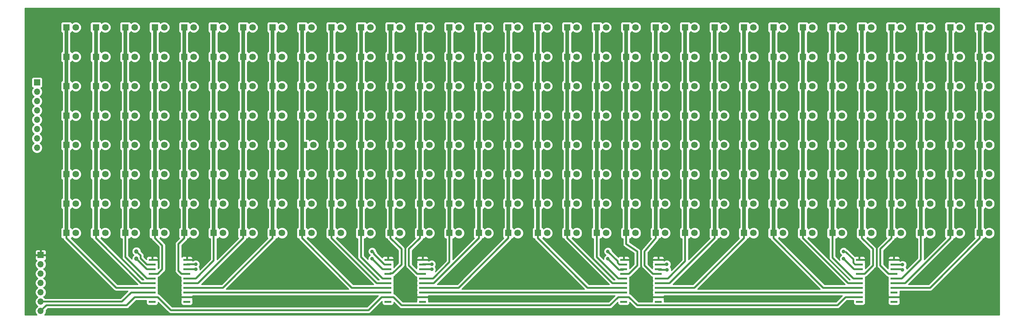
<source format=gbr>
G04 #@! TF.GenerationSoftware,KiCad,Pcbnew,(5.0.0)*
G04 #@! TF.CreationDate,2018-11-13T10:34:59+02:00*
G04 #@! TF.ProjectId,led_matrix,6C65645F6D61747269782E6B69636164,rev?*
G04 #@! TF.SameCoordinates,Original*
G04 #@! TF.FileFunction,Copper,L2,Bot,Signal*
G04 #@! TF.FilePolarity,Positive*
%FSLAX46Y46*%
G04 Gerber Fmt 4.6, Leading zero omitted, Abs format (unit mm)*
G04 Created by KiCad (PCBNEW (5.0.0)) date 11/13/18 10:34:59*
%MOMM*%
%LPD*%
G01*
G04 APERTURE LIST*
G04 #@! TA.AperFunction,ComponentPad*
%ADD10R,1.800000X1.800000*%
G04 #@! TD*
G04 #@! TA.AperFunction,ComponentPad*
%ADD11C,1.800000*%
G04 #@! TD*
G04 #@! TA.AperFunction,ComponentPad*
%ADD12R,1.700000X1.700000*%
G04 #@! TD*
G04 #@! TA.AperFunction,ComponentPad*
%ADD13O,1.700000X1.700000*%
G04 #@! TD*
G04 #@! TA.AperFunction,SMDPad,CuDef*
%ADD14R,1.950000X0.600000*%
G04 #@! TD*
G04 #@! TA.AperFunction,ViaPad*
%ADD15C,1.000000*%
G04 #@! TD*
G04 #@! TA.AperFunction,ViaPad*
%ADD16C,1.200000*%
G04 #@! TD*
G04 #@! TA.AperFunction,Conductor*
%ADD17C,1.000000*%
G04 #@! TD*
G04 #@! TA.AperFunction,Conductor*
%ADD18C,0.500000*%
G04 #@! TD*
G04 #@! TA.AperFunction,Conductor*
%ADD19C,0.254000*%
G04 #@! TD*
G04 APERTURE END LIST*
D10*
G04 #@! TO.P,D1,1*
G04 #@! TO.N,Net-(D1-Pad1)*
X29500000Y-23900000D03*
D11*
G04 #@! TO.P,D1,2*
G04 #@! TO.N,Net-(D1-Pad2)*
X32040000Y-23900000D03*
G04 #@! TD*
G04 #@! TO.P,D2,2*
G04 #@! TO.N,Net-(D10-Pad2)*
X32040000Y-31900000D03*
D10*
G04 #@! TO.P,D2,1*
G04 #@! TO.N,Net-(D1-Pad1)*
X29500000Y-31900000D03*
G04 #@! TD*
D11*
G04 #@! TO.P,D3,2*
G04 #@! TO.N,Net-(D107-Pad2)*
X32040000Y-39900000D03*
D10*
G04 #@! TO.P,D3,1*
G04 #@! TO.N,Net-(D1-Pad1)*
X29500000Y-39900000D03*
G04 #@! TD*
G04 #@! TO.P,D4,1*
G04 #@! TO.N,Net-(D1-Pad1)*
X29500000Y-47900000D03*
D11*
G04 #@! TO.P,D4,2*
G04 #@! TO.N,Net-(D100-Pad2)*
X32040000Y-47900000D03*
G04 #@! TD*
G04 #@! TO.P,D5,2*
G04 #@! TO.N,Net-(D101-Pad2)*
X32040000Y-55900000D03*
D10*
G04 #@! TO.P,D5,1*
G04 #@! TO.N,Net-(D1-Pad1)*
X29500000Y-55900000D03*
G04 #@! TD*
G04 #@! TO.P,D6,1*
G04 #@! TO.N,Net-(D1-Pad1)*
X29500000Y-63900000D03*
D11*
G04 #@! TO.P,D6,2*
G04 #@! TO.N,Net-(D102-Pad2)*
X32040000Y-63900000D03*
G04 #@! TD*
G04 #@! TO.P,D7,2*
G04 #@! TO.N,Net-(D103-Pad2)*
X32040000Y-71900000D03*
D10*
G04 #@! TO.P,D7,1*
G04 #@! TO.N,Net-(D1-Pad1)*
X29500000Y-71900000D03*
G04 #@! TD*
G04 #@! TO.P,D8,1*
G04 #@! TO.N,Net-(D1-Pad1)*
X29500000Y-79900000D03*
D11*
G04 #@! TO.P,D8,2*
G04 #@! TO.N,Net-(D104-Pad2)*
X32040000Y-79900000D03*
G04 #@! TD*
D10*
G04 #@! TO.P,D9,1*
G04 #@! TO.N,Net-(D10-Pad1)*
X37500000Y-23900000D03*
D11*
G04 #@! TO.P,D9,2*
G04 #@! TO.N,Net-(D1-Pad2)*
X40040000Y-23900000D03*
G04 #@! TD*
D10*
G04 #@! TO.P,D10,1*
G04 #@! TO.N,Net-(D10-Pad1)*
X37500000Y-31900000D03*
D11*
G04 #@! TO.P,D10,2*
G04 #@! TO.N,Net-(D10-Pad2)*
X40040000Y-31900000D03*
G04 #@! TD*
G04 #@! TO.P,D11,2*
G04 #@! TO.N,Net-(D107-Pad2)*
X40040000Y-39900000D03*
D10*
G04 #@! TO.P,D11,1*
G04 #@! TO.N,Net-(D10-Pad1)*
X37500000Y-39900000D03*
G04 #@! TD*
G04 #@! TO.P,D12,1*
G04 #@! TO.N,Net-(D10-Pad1)*
X37500000Y-47900000D03*
D11*
G04 #@! TO.P,D12,2*
G04 #@! TO.N,Net-(D100-Pad2)*
X40040000Y-47900000D03*
G04 #@! TD*
G04 #@! TO.P,D13,2*
G04 #@! TO.N,Net-(D101-Pad2)*
X40040000Y-55900000D03*
D10*
G04 #@! TO.P,D13,1*
G04 #@! TO.N,Net-(D10-Pad1)*
X37500000Y-55900000D03*
G04 #@! TD*
G04 #@! TO.P,D14,1*
G04 #@! TO.N,Net-(D10-Pad1)*
X37500000Y-63900000D03*
D11*
G04 #@! TO.P,D14,2*
G04 #@! TO.N,Net-(D102-Pad2)*
X40040000Y-63900000D03*
G04 #@! TD*
G04 #@! TO.P,D15,2*
G04 #@! TO.N,Net-(D103-Pad2)*
X40040000Y-71900000D03*
D10*
G04 #@! TO.P,D15,1*
G04 #@! TO.N,Net-(D10-Pad1)*
X37500000Y-71900000D03*
G04 #@! TD*
G04 #@! TO.P,D16,1*
G04 #@! TO.N,Net-(D10-Pad1)*
X37500000Y-79900000D03*
D11*
G04 #@! TO.P,D16,2*
G04 #@! TO.N,Net-(D104-Pad2)*
X40040000Y-79900000D03*
G04 #@! TD*
G04 #@! TO.P,D17,2*
G04 #@! TO.N,Net-(D1-Pad2)*
X48040000Y-23900000D03*
D10*
G04 #@! TO.P,D17,1*
G04 #@! TO.N,Net-(D17-Pad1)*
X45500000Y-23900000D03*
G04 #@! TD*
D11*
G04 #@! TO.P,D18,2*
G04 #@! TO.N,Net-(D10-Pad2)*
X48040000Y-31900000D03*
D10*
G04 #@! TO.P,D18,1*
G04 #@! TO.N,Net-(D17-Pad1)*
X45500000Y-31900000D03*
G04 #@! TD*
G04 #@! TO.P,D19,1*
G04 #@! TO.N,Net-(D17-Pad1)*
X45500000Y-39900000D03*
D11*
G04 #@! TO.P,D19,2*
G04 #@! TO.N,Net-(D107-Pad2)*
X48040000Y-39900000D03*
G04 #@! TD*
G04 #@! TO.P,D20,2*
G04 #@! TO.N,Net-(D100-Pad2)*
X48040000Y-47900000D03*
D10*
G04 #@! TO.P,D20,1*
G04 #@! TO.N,Net-(D17-Pad1)*
X45500000Y-47900000D03*
G04 #@! TD*
G04 #@! TO.P,D21,1*
G04 #@! TO.N,Net-(D17-Pad1)*
X45500000Y-55900000D03*
D11*
G04 #@! TO.P,D21,2*
G04 #@! TO.N,Net-(D101-Pad2)*
X48040000Y-55900000D03*
G04 #@! TD*
G04 #@! TO.P,D22,2*
G04 #@! TO.N,Net-(D102-Pad2)*
X48040000Y-63900000D03*
D10*
G04 #@! TO.P,D22,1*
G04 #@! TO.N,Net-(D17-Pad1)*
X45500000Y-63900000D03*
G04 #@! TD*
G04 #@! TO.P,D23,1*
G04 #@! TO.N,Net-(D17-Pad1)*
X45500000Y-71900000D03*
D11*
G04 #@! TO.P,D23,2*
G04 #@! TO.N,Net-(D103-Pad2)*
X48040000Y-71900000D03*
G04 #@! TD*
G04 #@! TO.P,D24,2*
G04 #@! TO.N,Net-(D104-Pad2)*
X48040000Y-79900000D03*
D10*
G04 #@! TO.P,D24,1*
G04 #@! TO.N,Net-(D17-Pad1)*
X45500000Y-79900000D03*
G04 #@! TD*
G04 #@! TO.P,D25,1*
G04 #@! TO.N,Net-(D25-Pad1)*
X53500000Y-23900000D03*
D11*
G04 #@! TO.P,D25,2*
G04 #@! TO.N,Net-(D1-Pad2)*
X56040000Y-23900000D03*
G04 #@! TD*
G04 #@! TO.P,D26,2*
G04 #@! TO.N,Net-(D10-Pad2)*
X56040000Y-31900000D03*
D10*
G04 #@! TO.P,D26,1*
G04 #@! TO.N,Net-(D25-Pad1)*
X53500000Y-31900000D03*
G04 #@! TD*
G04 #@! TO.P,D27,1*
G04 #@! TO.N,Net-(D25-Pad1)*
X53500000Y-39900000D03*
D11*
G04 #@! TO.P,D27,2*
G04 #@! TO.N,Net-(D107-Pad2)*
X56040000Y-39900000D03*
G04 #@! TD*
G04 #@! TO.P,D28,2*
G04 #@! TO.N,Net-(D100-Pad2)*
X56040000Y-47900000D03*
D10*
G04 #@! TO.P,D28,1*
G04 #@! TO.N,Net-(D25-Pad1)*
X53500000Y-47900000D03*
G04 #@! TD*
G04 #@! TO.P,D29,1*
G04 #@! TO.N,Net-(D25-Pad1)*
X53500000Y-55900000D03*
D11*
G04 #@! TO.P,D29,2*
G04 #@! TO.N,Net-(D101-Pad2)*
X56040000Y-55900000D03*
G04 #@! TD*
G04 #@! TO.P,D30,2*
G04 #@! TO.N,Net-(D102-Pad2)*
X56040000Y-63900000D03*
D10*
G04 #@! TO.P,D30,1*
G04 #@! TO.N,Net-(D25-Pad1)*
X53500000Y-63900000D03*
G04 #@! TD*
G04 #@! TO.P,D31,1*
G04 #@! TO.N,Net-(D25-Pad1)*
X53500000Y-71900000D03*
D11*
G04 #@! TO.P,D31,2*
G04 #@! TO.N,Net-(D103-Pad2)*
X56040000Y-71900000D03*
G04 #@! TD*
G04 #@! TO.P,D32,2*
G04 #@! TO.N,Net-(D104-Pad2)*
X56040000Y-79900000D03*
D10*
G04 #@! TO.P,D32,1*
G04 #@! TO.N,Net-(D25-Pad1)*
X53500000Y-79900000D03*
G04 #@! TD*
G04 #@! TO.P,D33,1*
G04 #@! TO.N,Net-(D33-Pad1)*
X61500000Y-23900000D03*
D11*
G04 #@! TO.P,D33,2*
G04 #@! TO.N,Net-(D1-Pad2)*
X64040000Y-23900000D03*
G04 #@! TD*
D10*
G04 #@! TO.P,D34,1*
G04 #@! TO.N,Net-(D33-Pad1)*
X61500000Y-31900000D03*
D11*
G04 #@! TO.P,D34,2*
G04 #@! TO.N,Net-(D10-Pad2)*
X64040000Y-31900000D03*
G04 #@! TD*
G04 #@! TO.P,D35,2*
G04 #@! TO.N,Net-(D107-Pad2)*
X64040000Y-39900000D03*
D10*
G04 #@! TO.P,D35,1*
G04 #@! TO.N,Net-(D33-Pad1)*
X61500000Y-39900000D03*
G04 #@! TD*
G04 #@! TO.P,D36,1*
G04 #@! TO.N,Net-(D33-Pad1)*
X61500000Y-47900000D03*
D11*
G04 #@! TO.P,D36,2*
G04 #@! TO.N,Net-(D100-Pad2)*
X64040000Y-47900000D03*
G04 #@! TD*
G04 #@! TO.P,D37,2*
G04 #@! TO.N,Net-(D101-Pad2)*
X64040000Y-55900000D03*
D10*
G04 #@! TO.P,D37,1*
G04 #@! TO.N,Net-(D33-Pad1)*
X61500000Y-55900000D03*
G04 #@! TD*
G04 #@! TO.P,D38,1*
G04 #@! TO.N,Net-(D33-Pad1)*
X61500000Y-63900000D03*
D11*
G04 #@! TO.P,D38,2*
G04 #@! TO.N,Net-(D102-Pad2)*
X64040000Y-63900000D03*
G04 #@! TD*
G04 #@! TO.P,D39,2*
G04 #@! TO.N,Net-(D103-Pad2)*
X64040000Y-71900000D03*
D10*
G04 #@! TO.P,D39,1*
G04 #@! TO.N,Net-(D33-Pad1)*
X61500000Y-71900000D03*
G04 #@! TD*
G04 #@! TO.P,D40,1*
G04 #@! TO.N,Net-(D33-Pad1)*
X61500000Y-79900000D03*
D11*
G04 #@! TO.P,D40,2*
G04 #@! TO.N,Net-(D104-Pad2)*
X64040000Y-79900000D03*
G04 #@! TD*
G04 #@! TO.P,D41,2*
G04 #@! TO.N,Net-(D1-Pad2)*
X72040000Y-23900000D03*
D10*
G04 #@! TO.P,D41,1*
G04 #@! TO.N,Net-(D41-Pad1)*
X69500000Y-23900000D03*
G04 #@! TD*
D11*
G04 #@! TO.P,D42,2*
G04 #@! TO.N,Net-(D10-Pad2)*
X72040000Y-31900000D03*
D10*
G04 #@! TO.P,D42,1*
G04 #@! TO.N,Net-(D41-Pad1)*
X69500000Y-31900000D03*
G04 #@! TD*
D11*
G04 #@! TO.P,D43,2*
G04 #@! TO.N,Net-(D107-Pad2)*
X72040000Y-39900000D03*
D10*
G04 #@! TO.P,D43,1*
G04 #@! TO.N,Net-(D41-Pad1)*
X69500000Y-39900000D03*
G04 #@! TD*
G04 #@! TO.P,D44,1*
G04 #@! TO.N,Net-(D41-Pad1)*
X69500000Y-47900000D03*
D11*
G04 #@! TO.P,D44,2*
G04 #@! TO.N,Net-(D100-Pad2)*
X72040000Y-47900000D03*
G04 #@! TD*
G04 #@! TO.P,D45,2*
G04 #@! TO.N,Net-(D101-Pad2)*
X72040000Y-55900000D03*
D10*
G04 #@! TO.P,D45,1*
G04 #@! TO.N,Net-(D41-Pad1)*
X69500000Y-55900000D03*
G04 #@! TD*
G04 #@! TO.P,D46,1*
G04 #@! TO.N,Net-(D41-Pad1)*
X69500000Y-63900000D03*
D11*
G04 #@! TO.P,D46,2*
G04 #@! TO.N,Net-(D102-Pad2)*
X72040000Y-63900000D03*
G04 #@! TD*
G04 #@! TO.P,D47,2*
G04 #@! TO.N,Net-(D103-Pad2)*
X72040000Y-71900000D03*
D10*
G04 #@! TO.P,D47,1*
G04 #@! TO.N,Net-(D41-Pad1)*
X69500000Y-71900000D03*
G04 #@! TD*
G04 #@! TO.P,D48,1*
G04 #@! TO.N,Net-(D41-Pad1)*
X69500000Y-79900000D03*
D11*
G04 #@! TO.P,D48,2*
G04 #@! TO.N,Net-(D104-Pad2)*
X72040000Y-79900000D03*
G04 #@! TD*
G04 #@! TO.P,D49,2*
G04 #@! TO.N,Net-(D1-Pad2)*
X80040000Y-23900000D03*
D10*
G04 #@! TO.P,D49,1*
G04 #@! TO.N,Net-(D49-Pad1)*
X77500000Y-23900000D03*
G04 #@! TD*
G04 #@! TO.P,D50,1*
G04 #@! TO.N,Net-(D49-Pad1)*
X77500000Y-31900000D03*
D11*
G04 #@! TO.P,D50,2*
G04 #@! TO.N,Net-(D10-Pad2)*
X80040000Y-31900000D03*
G04 #@! TD*
D10*
G04 #@! TO.P,D51,1*
G04 #@! TO.N,Net-(D49-Pad1)*
X77500000Y-39900000D03*
D11*
G04 #@! TO.P,D51,2*
G04 #@! TO.N,Net-(D107-Pad2)*
X80040000Y-39900000D03*
G04 #@! TD*
G04 #@! TO.P,D52,2*
G04 #@! TO.N,Net-(D100-Pad2)*
X80040000Y-47900000D03*
D10*
G04 #@! TO.P,D52,1*
G04 #@! TO.N,Net-(D49-Pad1)*
X77500000Y-47900000D03*
G04 #@! TD*
G04 #@! TO.P,D53,1*
G04 #@! TO.N,Net-(D49-Pad1)*
X77500000Y-55900000D03*
D11*
G04 #@! TO.P,D53,2*
G04 #@! TO.N,Net-(D101-Pad2)*
X80040000Y-55900000D03*
G04 #@! TD*
G04 #@! TO.P,D54,2*
G04 #@! TO.N,Net-(D102-Pad2)*
X80040000Y-63900000D03*
D10*
G04 #@! TO.P,D54,1*
G04 #@! TO.N,Net-(D49-Pad1)*
X77500000Y-63900000D03*
G04 #@! TD*
G04 #@! TO.P,D55,1*
G04 #@! TO.N,Net-(D49-Pad1)*
X77500000Y-71900000D03*
D11*
G04 #@! TO.P,D55,2*
G04 #@! TO.N,Net-(D103-Pad2)*
X80040000Y-71900000D03*
G04 #@! TD*
G04 #@! TO.P,D56,2*
G04 #@! TO.N,Net-(D104-Pad2)*
X80040000Y-79900000D03*
D10*
G04 #@! TO.P,D56,1*
G04 #@! TO.N,Net-(D49-Pad1)*
X77500000Y-79900000D03*
G04 #@! TD*
G04 #@! TO.P,D57,1*
G04 #@! TO.N,Net-(D57-Pad1)*
X85500000Y-23900000D03*
D11*
G04 #@! TO.P,D57,2*
G04 #@! TO.N,Net-(D1-Pad2)*
X88040000Y-23900000D03*
G04 #@! TD*
G04 #@! TO.P,D58,2*
G04 #@! TO.N,Net-(D10-Pad2)*
X88040000Y-31900000D03*
D10*
G04 #@! TO.P,D58,1*
G04 #@! TO.N,Net-(D57-Pad1)*
X85500000Y-31900000D03*
G04 #@! TD*
G04 #@! TO.P,D59,1*
G04 #@! TO.N,Net-(D57-Pad1)*
X85500000Y-39900000D03*
D11*
G04 #@! TO.P,D59,2*
G04 #@! TO.N,Net-(D107-Pad2)*
X88040000Y-39900000D03*
G04 #@! TD*
G04 #@! TO.P,D60,2*
G04 #@! TO.N,Net-(D100-Pad2)*
X88040000Y-47900000D03*
D10*
G04 #@! TO.P,D60,1*
G04 #@! TO.N,Net-(D57-Pad1)*
X85500000Y-47900000D03*
G04 #@! TD*
G04 #@! TO.P,D61,1*
G04 #@! TO.N,Net-(D57-Pad1)*
X85500000Y-55900000D03*
D11*
G04 #@! TO.P,D61,2*
G04 #@! TO.N,Net-(D101-Pad2)*
X88040000Y-55900000D03*
G04 #@! TD*
G04 #@! TO.P,D62,2*
G04 #@! TO.N,Net-(D102-Pad2)*
X88040000Y-63900000D03*
D10*
G04 #@! TO.P,D62,1*
G04 #@! TO.N,Net-(D57-Pad1)*
X85500000Y-63900000D03*
G04 #@! TD*
G04 #@! TO.P,D63,1*
G04 #@! TO.N,Net-(D57-Pad1)*
X85500000Y-71900000D03*
D11*
G04 #@! TO.P,D63,2*
G04 #@! TO.N,Net-(D103-Pad2)*
X88040000Y-71900000D03*
G04 #@! TD*
G04 #@! TO.P,D64,2*
G04 #@! TO.N,Net-(D104-Pad2)*
X88040000Y-79900000D03*
D10*
G04 #@! TO.P,D64,1*
G04 #@! TO.N,Net-(D57-Pad1)*
X85500000Y-79900000D03*
G04 #@! TD*
G04 #@! TO.P,D65,1*
G04 #@! TO.N,Net-(D65-Pad1)*
X93500000Y-23900000D03*
D11*
G04 #@! TO.P,D65,2*
G04 #@! TO.N,Net-(D1-Pad2)*
X96040000Y-23900000D03*
G04 #@! TD*
G04 #@! TO.P,D66,2*
G04 #@! TO.N,Net-(D10-Pad2)*
X96040000Y-31900000D03*
D10*
G04 #@! TO.P,D66,1*
G04 #@! TO.N,Net-(D65-Pad1)*
X93500000Y-31900000D03*
G04 #@! TD*
G04 #@! TO.P,D67,1*
G04 #@! TO.N,Net-(D65-Pad1)*
X93500000Y-39900000D03*
D11*
G04 #@! TO.P,D67,2*
G04 #@! TO.N,Net-(D107-Pad2)*
X96040000Y-39900000D03*
G04 #@! TD*
D10*
G04 #@! TO.P,D68,1*
G04 #@! TO.N,Net-(D65-Pad1)*
X93500000Y-47900000D03*
D11*
G04 #@! TO.P,D68,2*
G04 #@! TO.N,Net-(D100-Pad2)*
X96040000Y-47900000D03*
G04 #@! TD*
G04 #@! TO.P,D69,2*
G04 #@! TO.N,Net-(D101-Pad2)*
X96515001Y-55900000D03*
D10*
G04 #@! TO.P,D69,1*
G04 #@! TO.N,Net-(D65-Pad1)*
X93975001Y-55900000D03*
G04 #@! TD*
G04 #@! TO.P,D70,1*
G04 #@! TO.N,Net-(D65-Pad1)*
X93500000Y-63900000D03*
D11*
G04 #@! TO.P,D70,2*
G04 #@! TO.N,Net-(D102-Pad2)*
X96040000Y-63900000D03*
G04 #@! TD*
G04 #@! TO.P,D71,2*
G04 #@! TO.N,Net-(D103-Pad2)*
X96040000Y-71900000D03*
D10*
G04 #@! TO.P,D71,1*
G04 #@! TO.N,Net-(D65-Pad1)*
X93500000Y-71900000D03*
G04 #@! TD*
G04 #@! TO.P,D72,1*
G04 #@! TO.N,Net-(D65-Pad1)*
X93500000Y-79900000D03*
D11*
G04 #@! TO.P,D72,2*
G04 #@! TO.N,Net-(D104-Pad2)*
X96040000Y-79900000D03*
G04 #@! TD*
G04 #@! TO.P,D73,2*
G04 #@! TO.N,Net-(D1-Pad2)*
X104040000Y-23900000D03*
D10*
G04 #@! TO.P,D73,1*
G04 #@! TO.N,Net-(D73-Pad1)*
X101500000Y-23900000D03*
G04 #@! TD*
G04 #@! TO.P,D74,1*
G04 #@! TO.N,Net-(D73-Pad1)*
X101500000Y-31900000D03*
D11*
G04 #@! TO.P,D74,2*
G04 #@! TO.N,Net-(D10-Pad2)*
X104040000Y-31900000D03*
G04 #@! TD*
D10*
G04 #@! TO.P,D75,1*
G04 #@! TO.N,Net-(D73-Pad1)*
X101500000Y-39900000D03*
D11*
G04 #@! TO.P,D75,2*
G04 #@! TO.N,Net-(D107-Pad2)*
X104040000Y-39900000D03*
G04 #@! TD*
D10*
G04 #@! TO.P,D76,1*
G04 #@! TO.N,Net-(D73-Pad1)*
X101500000Y-47900000D03*
D11*
G04 #@! TO.P,D76,2*
G04 #@! TO.N,Net-(D100-Pad2)*
X104040000Y-47900000D03*
G04 #@! TD*
G04 #@! TO.P,D77,2*
G04 #@! TO.N,Net-(D101-Pad2)*
X104040000Y-55900000D03*
D10*
G04 #@! TO.P,D77,1*
G04 #@! TO.N,Net-(D73-Pad1)*
X101500000Y-55900000D03*
G04 #@! TD*
G04 #@! TO.P,D78,1*
G04 #@! TO.N,Net-(D73-Pad1)*
X101500000Y-63900000D03*
D11*
G04 #@! TO.P,D78,2*
G04 #@! TO.N,Net-(D102-Pad2)*
X104040000Y-63900000D03*
G04 #@! TD*
G04 #@! TO.P,D79,2*
G04 #@! TO.N,Net-(D103-Pad2)*
X104040000Y-71900000D03*
D10*
G04 #@! TO.P,D79,1*
G04 #@! TO.N,Net-(D73-Pad1)*
X101500000Y-71900000D03*
G04 #@! TD*
G04 #@! TO.P,D80,1*
G04 #@! TO.N,Net-(D73-Pad1)*
X101500000Y-79900000D03*
D11*
G04 #@! TO.P,D80,2*
G04 #@! TO.N,Net-(D104-Pad2)*
X104040000Y-79900000D03*
G04 #@! TD*
G04 #@! TO.P,D81,2*
G04 #@! TO.N,Net-(D1-Pad2)*
X112040000Y-23900000D03*
D10*
G04 #@! TO.P,D81,1*
G04 #@! TO.N,Net-(D81-Pad1)*
X109500000Y-23900000D03*
G04 #@! TD*
G04 #@! TO.P,D82,1*
G04 #@! TO.N,Net-(D81-Pad1)*
X109500000Y-31900000D03*
D11*
G04 #@! TO.P,D82,2*
G04 #@! TO.N,Net-(D10-Pad2)*
X112040000Y-31900000D03*
G04 #@! TD*
G04 #@! TO.P,D83,2*
G04 #@! TO.N,Net-(D107-Pad2)*
X112040000Y-39900000D03*
D10*
G04 #@! TO.P,D83,1*
G04 #@! TO.N,Net-(D81-Pad1)*
X109500000Y-39900000D03*
G04 #@! TD*
G04 #@! TO.P,D84,1*
G04 #@! TO.N,Net-(D81-Pad1)*
X109500000Y-47900000D03*
D11*
G04 #@! TO.P,D84,2*
G04 #@! TO.N,Net-(D100-Pad2)*
X112040000Y-47900000D03*
G04 #@! TD*
G04 #@! TO.P,D85,2*
G04 #@! TO.N,Net-(D101-Pad2)*
X112040000Y-55900000D03*
D10*
G04 #@! TO.P,D85,1*
G04 #@! TO.N,Net-(D81-Pad1)*
X109500000Y-55900000D03*
G04 #@! TD*
G04 #@! TO.P,D86,1*
G04 #@! TO.N,Net-(D81-Pad1)*
X109500000Y-63900000D03*
D11*
G04 #@! TO.P,D86,2*
G04 #@! TO.N,Net-(D102-Pad2)*
X112040000Y-63900000D03*
G04 #@! TD*
G04 #@! TO.P,D87,2*
G04 #@! TO.N,Net-(D103-Pad2)*
X112040000Y-71900000D03*
D10*
G04 #@! TO.P,D87,1*
G04 #@! TO.N,Net-(D81-Pad1)*
X109500000Y-71900000D03*
G04 #@! TD*
G04 #@! TO.P,D88,1*
G04 #@! TO.N,Net-(D81-Pad1)*
X109500000Y-79900000D03*
D11*
G04 #@! TO.P,D88,2*
G04 #@! TO.N,Net-(D104-Pad2)*
X112040000Y-79900000D03*
G04 #@! TD*
G04 #@! TO.P,D89,2*
G04 #@! TO.N,Net-(D1-Pad2)*
X120040000Y-23900000D03*
D10*
G04 #@! TO.P,D89,1*
G04 #@! TO.N,Net-(D89-Pad1)*
X117500000Y-23900000D03*
G04 #@! TD*
G04 #@! TO.P,D90,1*
G04 #@! TO.N,Net-(D89-Pad1)*
X117500000Y-31900000D03*
D11*
G04 #@! TO.P,D90,2*
G04 #@! TO.N,Net-(D10-Pad2)*
X120040000Y-31900000D03*
G04 #@! TD*
G04 #@! TO.P,D91,2*
G04 #@! TO.N,Net-(D107-Pad2)*
X120040000Y-39900000D03*
D10*
G04 #@! TO.P,D91,1*
G04 #@! TO.N,Net-(D89-Pad1)*
X117500000Y-39900000D03*
G04 #@! TD*
D11*
G04 #@! TO.P,D92,2*
G04 #@! TO.N,Net-(D100-Pad2)*
X120040000Y-47900000D03*
D10*
G04 #@! TO.P,D92,1*
G04 #@! TO.N,Net-(D89-Pad1)*
X117500000Y-47900000D03*
G04 #@! TD*
G04 #@! TO.P,D93,1*
G04 #@! TO.N,Net-(D89-Pad1)*
X117500000Y-55900000D03*
D11*
G04 #@! TO.P,D93,2*
G04 #@! TO.N,Net-(D101-Pad2)*
X120040000Y-55900000D03*
G04 #@! TD*
G04 #@! TO.P,D94,2*
G04 #@! TO.N,Net-(D102-Pad2)*
X120040000Y-63900000D03*
D10*
G04 #@! TO.P,D94,1*
G04 #@! TO.N,Net-(D89-Pad1)*
X117500000Y-63900000D03*
G04 #@! TD*
G04 #@! TO.P,D95,1*
G04 #@! TO.N,Net-(D89-Pad1)*
X117500000Y-71900000D03*
D11*
G04 #@! TO.P,D95,2*
G04 #@! TO.N,Net-(D103-Pad2)*
X120040000Y-71900000D03*
G04 #@! TD*
G04 #@! TO.P,D96,2*
G04 #@! TO.N,Net-(D104-Pad2)*
X120040000Y-79900000D03*
D10*
G04 #@! TO.P,D96,1*
G04 #@! TO.N,Net-(D89-Pad1)*
X117500000Y-79900000D03*
G04 #@! TD*
G04 #@! TO.P,D97,1*
G04 #@! TO.N,Net-(D100-Pad1)*
X125500000Y-23900000D03*
D11*
G04 #@! TO.P,D97,2*
G04 #@! TO.N,Net-(D1-Pad2)*
X128040000Y-23900000D03*
G04 #@! TD*
D10*
G04 #@! TO.P,D98,1*
G04 #@! TO.N,Net-(D100-Pad1)*
X125500000Y-31900000D03*
D11*
G04 #@! TO.P,D98,2*
G04 #@! TO.N,Net-(D10-Pad2)*
X128040000Y-31900000D03*
G04 #@! TD*
G04 #@! TO.P,D99,2*
G04 #@! TO.N,Net-(D107-Pad2)*
X128040000Y-39900000D03*
D10*
G04 #@! TO.P,D99,1*
G04 #@! TO.N,Net-(D100-Pad1)*
X125500000Y-39900000D03*
G04 #@! TD*
D11*
G04 #@! TO.P,D100,2*
G04 #@! TO.N,Net-(D100-Pad2)*
X128040000Y-47900000D03*
D10*
G04 #@! TO.P,D100,1*
G04 #@! TO.N,Net-(D100-Pad1)*
X125500000Y-47900000D03*
G04 #@! TD*
D11*
G04 #@! TO.P,D101,2*
G04 #@! TO.N,Net-(D101-Pad2)*
X128040000Y-55900000D03*
D10*
G04 #@! TO.P,D101,1*
G04 #@! TO.N,Net-(D100-Pad1)*
X125500000Y-55900000D03*
G04 #@! TD*
G04 #@! TO.P,D102,1*
G04 #@! TO.N,Net-(D100-Pad1)*
X125500000Y-63900000D03*
D11*
G04 #@! TO.P,D102,2*
G04 #@! TO.N,Net-(D102-Pad2)*
X128040000Y-63900000D03*
G04 #@! TD*
G04 #@! TO.P,D103,2*
G04 #@! TO.N,Net-(D103-Pad2)*
X128040000Y-71900000D03*
D10*
G04 #@! TO.P,D103,1*
G04 #@! TO.N,Net-(D100-Pad1)*
X125500000Y-71900000D03*
G04 #@! TD*
G04 #@! TO.P,D104,1*
G04 #@! TO.N,Net-(D100-Pad1)*
X125500000Y-79900000D03*
D11*
G04 #@! TO.P,D104,2*
G04 #@! TO.N,Net-(D104-Pad2)*
X128040000Y-79900000D03*
G04 #@! TD*
G04 #@! TO.P,D105,2*
G04 #@! TO.N,Net-(D1-Pad2)*
X136040000Y-23900000D03*
D10*
G04 #@! TO.P,D105,1*
G04 #@! TO.N,Net-(D105-Pad1)*
X133500000Y-23900000D03*
G04 #@! TD*
G04 #@! TO.P,D106,1*
G04 #@! TO.N,Net-(D105-Pad1)*
X133500000Y-31900000D03*
D11*
G04 #@! TO.P,D106,2*
G04 #@! TO.N,Net-(D10-Pad2)*
X136040000Y-31900000D03*
G04 #@! TD*
G04 #@! TO.P,D107,2*
G04 #@! TO.N,Net-(D107-Pad2)*
X136040000Y-39900000D03*
D10*
G04 #@! TO.P,D107,1*
G04 #@! TO.N,Net-(D105-Pad1)*
X133500000Y-39900000D03*
G04 #@! TD*
D11*
G04 #@! TO.P,D108,2*
G04 #@! TO.N,Net-(D100-Pad2)*
X136040000Y-47900000D03*
D10*
G04 #@! TO.P,D108,1*
G04 #@! TO.N,Net-(D105-Pad1)*
X133500000Y-47900000D03*
G04 #@! TD*
D11*
G04 #@! TO.P,D109,2*
G04 #@! TO.N,Net-(D101-Pad2)*
X136040000Y-55900000D03*
D10*
G04 #@! TO.P,D109,1*
G04 #@! TO.N,Net-(D105-Pad1)*
X133500000Y-55900000D03*
G04 #@! TD*
G04 #@! TO.P,D110,1*
G04 #@! TO.N,Net-(D105-Pad1)*
X133500000Y-63900000D03*
D11*
G04 #@! TO.P,D110,2*
G04 #@! TO.N,Net-(D102-Pad2)*
X136040000Y-63900000D03*
G04 #@! TD*
G04 #@! TO.P,D111,2*
G04 #@! TO.N,Net-(D103-Pad2)*
X136040000Y-71900000D03*
D10*
G04 #@! TO.P,D111,1*
G04 #@! TO.N,Net-(D105-Pad1)*
X133500000Y-71900000D03*
G04 #@! TD*
G04 #@! TO.P,D112,1*
G04 #@! TO.N,Net-(D105-Pad1)*
X133500000Y-79900000D03*
D11*
G04 #@! TO.P,D112,2*
G04 #@! TO.N,Net-(D104-Pad2)*
X136040000Y-79900000D03*
G04 #@! TD*
G04 #@! TO.P,D113,2*
G04 #@! TO.N,Net-(D1-Pad2)*
X144040000Y-23900000D03*
D10*
G04 #@! TO.P,D113,1*
G04 #@! TO.N,Net-(D113-Pad1)*
X141500000Y-23900000D03*
G04 #@! TD*
G04 #@! TO.P,D114,1*
G04 #@! TO.N,Net-(D113-Pad1)*
X141500000Y-31900000D03*
D11*
G04 #@! TO.P,D114,2*
G04 #@! TO.N,Net-(D10-Pad2)*
X144040000Y-31900000D03*
G04 #@! TD*
G04 #@! TO.P,D115,2*
G04 #@! TO.N,Net-(D107-Pad2)*
X144040000Y-39900000D03*
D10*
G04 #@! TO.P,D115,1*
G04 #@! TO.N,Net-(D113-Pad1)*
X141500000Y-39900000D03*
G04 #@! TD*
G04 #@! TO.P,D116,1*
G04 #@! TO.N,Net-(D113-Pad1)*
X141500000Y-47900000D03*
D11*
G04 #@! TO.P,D116,2*
G04 #@! TO.N,Net-(D100-Pad2)*
X144040000Y-47900000D03*
G04 #@! TD*
D10*
G04 #@! TO.P,D117,1*
G04 #@! TO.N,Net-(D113-Pad1)*
X141500000Y-55900000D03*
D11*
G04 #@! TO.P,D117,2*
G04 #@! TO.N,Net-(D101-Pad2)*
X144040000Y-55900000D03*
G04 #@! TD*
G04 #@! TO.P,D118,2*
G04 #@! TO.N,Net-(D102-Pad2)*
X144040000Y-63900000D03*
D10*
G04 #@! TO.P,D118,1*
G04 #@! TO.N,Net-(D113-Pad1)*
X141500000Y-63900000D03*
G04 #@! TD*
G04 #@! TO.P,D119,1*
G04 #@! TO.N,Net-(D113-Pad1)*
X141500000Y-71900000D03*
D11*
G04 #@! TO.P,D119,2*
G04 #@! TO.N,Net-(D103-Pad2)*
X144040000Y-71900000D03*
G04 #@! TD*
G04 #@! TO.P,D120,2*
G04 #@! TO.N,Net-(D104-Pad2)*
X144040000Y-79900000D03*
D10*
G04 #@! TO.P,D120,1*
G04 #@! TO.N,Net-(D113-Pad1)*
X141500000Y-79900000D03*
G04 #@! TD*
G04 #@! TO.P,D121,1*
G04 #@! TO.N,Net-(D121-Pad1)*
X149500000Y-23900000D03*
D11*
G04 #@! TO.P,D121,2*
G04 #@! TO.N,Net-(D1-Pad2)*
X152040000Y-23900000D03*
G04 #@! TD*
G04 #@! TO.P,D122,2*
G04 #@! TO.N,Net-(D10-Pad2)*
X152040000Y-31900000D03*
D10*
G04 #@! TO.P,D122,1*
G04 #@! TO.N,Net-(D121-Pad1)*
X149500000Y-31900000D03*
G04 #@! TD*
G04 #@! TO.P,D123,1*
G04 #@! TO.N,Net-(D121-Pad1)*
X149500000Y-39900000D03*
D11*
G04 #@! TO.P,D123,2*
G04 #@! TO.N,Net-(D107-Pad2)*
X152040000Y-39900000D03*
G04 #@! TD*
G04 #@! TO.P,D124,2*
G04 #@! TO.N,Net-(D100-Pad2)*
X152040000Y-47900000D03*
D10*
G04 #@! TO.P,D124,1*
G04 #@! TO.N,Net-(D121-Pad1)*
X149500000Y-47900000D03*
G04 #@! TD*
G04 #@! TO.P,D125,1*
G04 #@! TO.N,Net-(D121-Pad1)*
X149500000Y-55900000D03*
D11*
G04 #@! TO.P,D125,2*
G04 #@! TO.N,Net-(D101-Pad2)*
X152040000Y-55900000D03*
G04 #@! TD*
G04 #@! TO.P,D126,2*
G04 #@! TO.N,Net-(D102-Pad2)*
X152040000Y-63900000D03*
D10*
G04 #@! TO.P,D126,1*
G04 #@! TO.N,Net-(D121-Pad1)*
X149500000Y-63900000D03*
G04 #@! TD*
G04 #@! TO.P,D127,1*
G04 #@! TO.N,Net-(D121-Pad1)*
X149500000Y-71900000D03*
D11*
G04 #@! TO.P,D127,2*
G04 #@! TO.N,Net-(D103-Pad2)*
X152040000Y-71900000D03*
G04 #@! TD*
G04 #@! TO.P,D128,2*
G04 #@! TO.N,Net-(D104-Pad2)*
X152040000Y-79900000D03*
D10*
G04 #@! TO.P,D128,1*
G04 #@! TO.N,Net-(D121-Pad1)*
X149500000Y-79900000D03*
G04 #@! TD*
G04 #@! TO.P,D129,1*
G04 #@! TO.N,Net-(D129-Pad1)*
X157500000Y-23900000D03*
D11*
G04 #@! TO.P,D129,2*
G04 #@! TO.N,Net-(D1-Pad2)*
X160040000Y-23900000D03*
G04 #@! TD*
G04 #@! TO.P,D130,2*
G04 #@! TO.N,Net-(D10-Pad2)*
X160040000Y-31900000D03*
D10*
G04 #@! TO.P,D130,1*
G04 #@! TO.N,Net-(D129-Pad1)*
X157500000Y-31900000D03*
G04 #@! TD*
G04 #@! TO.P,D131,1*
G04 #@! TO.N,Net-(D129-Pad1)*
X157500000Y-39900000D03*
D11*
G04 #@! TO.P,D131,2*
G04 #@! TO.N,Net-(D107-Pad2)*
X160040000Y-39900000D03*
G04 #@! TD*
G04 #@! TO.P,D132,2*
G04 #@! TO.N,Net-(D100-Pad2)*
X160040000Y-47900000D03*
D10*
G04 #@! TO.P,D132,1*
G04 #@! TO.N,Net-(D129-Pad1)*
X157500000Y-47900000D03*
G04 #@! TD*
D11*
G04 #@! TO.P,D133,2*
G04 #@! TO.N,Net-(D101-Pad2)*
X160040000Y-55900000D03*
D10*
G04 #@! TO.P,D133,1*
G04 #@! TO.N,Net-(D129-Pad1)*
X157500000Y-55900000D03*
G04 #@! TD*
D11*
G04 #@! TO.P,D134,2*
G04 #@! TO.N,Net-(D102-Pad2)*
X160040000Y-63900000D03*
D10*
G04 #@! TO.P,D134,1*
G04 #@! TO.N,Net-(D129-Pad1)*
X157500000Y-63900000D03*
G04 #@! TD*
G04 #@! TO.P,D135,1*
G04 #@! TO.N,Net-(D129-Pad1)*
X157500000Y-71900000D03*
D11*
G04 #@! TO.P,D135,2*
G04 #@! TO.N,Net-(D103-Pad2)*
X160040000Y-71900000D03*
G04 #@! TD*
G04 #@! TO.P,D136,2*
G04 #@! TO.N,Net-(D104-Pad2)*
X160040000Y-79900000D03*
D10*
G04 #@! TO.P,D136,1*
G04 #@! TO.N,Net-(D129-Pad1)*
X157500000Y-79900000D03*
G04 #@! TD*
G04 #@! TO.P,D137,1*
G04 #@! TO.N,Net-(D137-Pad1)*
X165500000Y-23900000D03*
D11*
G04 #@! TO.P,D137,2*
G04 #@! TO.N,Net-(D1-Pad2)*
X168040000Y-23900000D03*
G04 #@! TD*
G04 #@! TO.P,D138,2*
G04 #@! TO.N,Net-(D10-Pad2)*
X168040000Y-31900000D03*
D10*
G04 #@! TO.P,D138,1*
G04 #@! TO.N,Net-(D137-Pad1)*
X165500000Y-31900000D03*
G04 #@! TD*
G04 #@! TO.P,D139,1*
G04 #@! TO.N,Net-(D137-Pad1)*
X165500000Y-39900000D03*
D11*
G04 #@! TO.P,D139,2*
G04 #@! TO.N,Net-(D107-Pad2)*
X168040000Y-39900000D03*
G04 #@! TD*
G04 #@! TO.P,D140,2*
G04 #@! TO.N,Net-(D100-Pad2)*
X168040000Y-47900000D03*
D10*
G04 #@! TO.P,D140,1*
G04 #@! TO.N,Net-(D137-Pad1)*
X165500000Y-47900000D03*
G04 #@! TD*
G04 #@! TO.P,D141,1*
G04 #@! TO.N,Net-(D137-Pad1)*
X165500000Y-55900000D03*
D11*
G04 #@! TO.P,D141,2*
G04 #@! TO.N,Net-(D101-Pad2)*
X168040000Y-55900000D03*
G04 #@! TD*
G04 #@! TO.P,D142,2*
G04 #@! TO.N,Net-(D102-Pad2)*
X168040000Y-63900000D03*
D10*
G04 #@! TO.P,D142,1*
G04 #@! TO.N,Net-(D137-Pad1)*
X165500000Y-63900000D03*
G04 #@! TD*
G04 #@! TO.P,D143,1*
G04 #@! TO.N,Net-(D137-Pad1)*
X165500000Y-71900000D03*
D11*
G04 #@! TO.P,D143,2*
G04 #@! TO.N,Net-(D103-Pad2)*
X168040000Y-71900000D03*
G04 #@! TD*
G04 #@! TO.P,D144,2*
G04 #@! TO.N,Net-(D104-Pad2)*
X168040000Y-79900000D03*
D10*
G04 #@! TO.P,D144,1*
G04 #@! TO.N,Net-(D137-Pad1)*
X165500000Y-79900000D03*
G04 #@! TD*
G04 #@! TO.P,D145,1*
G04 #@! TO.N,Net-(D145-Pad1)*
X173500000Y-23900000D03*
D11*
G04 #@! TO.P,D145,2*
G04 #@! TO.N,Net-(D1-Pad2)*
X176040000Y-23900000D03*
G04 #@! TD*
G04 #@! TO.P,D146,2*
G04 #@! TO.N,Net-(D10-Pad2)*
X176040000Y-31900000D03*
D10*
G04 #@! TO.P,D146,1*
G04 #@! TO.N,Net-(D145-Pad1)*
X173500000Y-31900000D03*
G04 #@! TD*
G04 #@! TO.P,D147,1*
G04 #@! TO.N,Net-(D145-Pad1)*
X173500000Y-39900000D03*
D11*
G04 #@! TO.P,D147,2*
G04 #@! TO.N,Net-(D107-Pad2)*
X176040000Y-39900000D03*
G04 #@! TD*
G04 #@! TO.P,D148,2*
G04 #@! TO.N,Net-(D100-Pad2)*
X176040000Y-47900000D03*
D10*
G04 #@! TO.P,D148,1*
G04 #@! TO.N,Net-(D145-Pad1)*
X173500000Y-47900000D03*
G04 #@! TD*
G04 #@! TO.P,D149,1*
G04 #@! TO.N,Net-(D145-Pad1)*
X173500000Y-55900000D03*
D11*
G04 #@! TO.P,D149,2*
G04 #@! TO.N,Net-(D101-Pad2)*
X176040000Y-55900000D03*
G04 #@! TD*
G04 #@! TO.P,D150,2*
G04 #@! TO.N,Net-(D102-Pad2)*
X176040000Y-63900000D03*
D10*
G04 #@! TO.P,D150,1*
G04 #@! TO.N,Net-(D145-Pad1)*
X173500000Y-63900000D03*
G04 #@! TD*
G04 #@! TO.P,D151,1*
G04 #@! TO.N,Net-(D145-Pad1)*
X173500000Y-71900000D03*
D11*
G04 #@! TO.P,D151,2*
G04 #@! TO.N,Net-(D103-Pad2)*
X176040000Y-71900000D03*
G04 #@! TD*
G04 #@! TO.P,D152,2*
G04 #@! TO.N,Net-(D104-Pad2)*
X176040000Y-79900000D03*
D10*
G04 #@! TO.P,D152,1*
G04 #@! TO.N,Net-(D145-Pad1)*
X173500000Y-79900000D03*
G04 #@! TD*
G04 #@! TO.P,D153,1*
G04 #@! TO.N,Net-(D153-Pad1)*
X181500000Y-23900000D03*
D11*
G04 #@! TO.P,D153,2*
G04 #@! TO.N,Net-(D1-Pad2)*
X184040000Y-23900000D03*
G04 #@! TD*
G04 #@! TO.P,D154,2*
G04 #@! TO.N,Net-(D10-Pad2)*
X184040000Y-31900000D03*
D10*
G04 #@! TO.P,D154,1*
G04 #@! TO.N,Net-(D153-Pad1)*
X181500000Y-31900000D03*
G04 #@! TD*
G04 #@! TO.P,D155,1*
G04 #@! TO.N,Net-(D153-Pad1)*
X181500000Y-39900000D03*
D11*
G04 #@! TO.P,D155,2*
G04 #@! TO.N,Net-(D107-Pad2)*
X184040000Y-39900000D03*
G04 #@! TD*
G04 #@! TO.P,D156,2*
G04 #@! TO.N,Net-(D100-Pad2)*
X184040000Y-47900000D03*
D10*
G04 #@! TO.P,D156,1*
G04 #@! TO.N,Net-(D153-Pad1)*
X181500000Y-47900000D03*
G04 #@! TD*
G04 #@! TO.P,D157,1*
G04 #@! TO.N,Net-(D153-Pad1)*
X181500000Y-55900000D03*
D11*
G04 #@! TO.P,D157,2*
G04 #@! TO.N,Net-(D101-Pad2)*
X184040000Y-55900000D03*
G04 #@! TD*
G04 #@! TO.P,D158,2*
G04 #@! TO.N,Net-(D102-Pad2)*
X184040000Y-63900000D03*
D10*
G04 #@! TO.P,D158,1*
G04 #@! TO.N,Net-(D153-Pad1)*
X181500000Y-63900000D03*
G04 #@! TD*
G04 #@! TO.P,D159,1*
G04 #@! TO.N,Net-(D153-Pad1)*
X181500000Y-71900000D03*
D11*
G04 #@! TO.P,D159,2*
G04 #@! TO.N,Net-(D103-Pad2)*
X184040000Y-71900000D03*
G04 #@! TD*
G04 #@! TO.P,D160,2*
G04 #@! TO.N,Net-(D104-Pad2)*
X184040000Y-79900000D03*
D10*
G04 #@! TO.P,D160,1*
G04 #@! TO.N,Net-(D153-Pad1)*
X181500000Y-79900000D03*
G04 #@! TD*
G04 #@! TO.P,D161,1*
G04 #@! TO.N,Net-(D161-Pad1)*
X189500000Y-23900000D03*
D11*
G04 #@! TO.P,D161,2*
G04 #@! TO.N,Net-(D1-Pad2)*
X192040000Y-23900000D03*
G04 #@! TD*
G04 #@! TO.P,D162,2*
G04 #@! TO.N,Net-(D10-Pad2)*
X192040000Y-31900000D03*
D10*
G04 #@! TO.P,D162,1*
G04 #@! TO.N,Net-(D161-Pad1)*
X189500000Y-31900000D03*
G04 #@! TD*
G04 #@! TO.P,D163,1*
G04 #@! TO.N,Net-(D161-Pad1)*
X189500000Y-39900000D03*
D11*
G04 #@! TO.P,D163,2*
G04 #@! TO.N,Net-(D107-Pad2)*
X192040000Y-39900000D03*
G04 #@! TD*
D10*
G04 #@! TO.P,D164,1*
G04 #@! TO.N,Net-(D161-Pad1)*
X189500000Y-47900000D03*
D11*
G04 #@! TO.P,D164,2*
G04 #@! TO.N,Net-(D100-Pad2)*
X192040000Y-47900000D03*
G04 #@! TD*
D10*
G04 #@! TO.P,D165,1*
G04 #@! TO.N,Net-(D161-Pad1)*
X189500000Y-55900000D03*
D11*
G04 #@! TO.P,D165,2*
G04 #@! TO.N,Net-(D101-Pad2)*
X192040000Y-55900000D03*
G04 #@! TD*
G04 #@! TO.P,D166,2*
G04 #@! TO.N,Net-(D102-Pad2)*
X192040000Y-63900000D03*
D10*
G04 #@! TO.P,D166,1*
G04 #@! TO.N,Net-(D161-Pad1)*
X189500000Y-63900000D03*
G04 #@! TD*
G04 #@! TO.P,D167,1*
G04 #@! TO.N,Net-(D161-Pad1)*
X189500000Y-71900000D03*
D11*
G04 #@! TO.P,D167,2*
G04 #@! TO.N,Net-(D103-Pad2)*
X192040000Y-71900000D03*
G04 #@! TD*
G04 #@! TO.P,D168,2*
G04 #@! TO.N,Net-(D104-Pad2)*
X192040000Y-79900000D03*
D10*
G04 #@! TO.P,D168,1*
G04 #@! TO.N,Net-(D161-Pad1)*
X189500000Y-79900000D03*
G04 #@! TD*
G04 #@! TO.P,D169,1*
G04 #@! TO.N,Net-(D169-Pad1)*
X197500000Y-23900000D03*
D11*
G04 #@! TO.P,D169,2*
G04 #@! TO.N,Net-(D1-Pad2)*
X200040000Y-23900000D03*
G04 #@! TD*
G04 #@! TO.P,D170,2*
G04 #@! TO.N,Net-(D10-Pad2)*
X200040000Y-31900000D03*
D10*
G04 #@! TO.P,D170,1*
G04 #@! TO.N,Net-(D169-Pad1)*
X197500000Y-31900000D03*
G04 #@! TD*
G04 #@! TO.P,D171,1*
G04 #@! TO.N,Net-(D169-Pad1)*
X197500000Y-39900000D03*
D11*
G04 #@! TO.P,D171,2*
G04 #@! TO.N,Net-(D107-Pad2)*
X200040000Y-39900000D03*
G04 #@! TD*
G04 #@! TO.P,D172,2*
G04 #@! TO.N,Net-(D100-Pad2)*
X200040000Y-47900000D03*
D10*
G04 #@! TO.P,D172,1*
G04 #@! TO.N,Net-(D169-Pad1)*
X197500000Y-47900000D03*
G04 #@! TD*
G04 #@! TO.P,D173,1*
G04 #@! TO.N,Net-(D169-Pad1)*
X197500000Y-55900000D03*
D11*
G04 #@! TO.P,D173,2*
G04 #@! TO.N,Net-(D101-Pad2)*
X200040000Y-55900000D03*
G04 #@! TD*
G04 #@! TO.P,D174,2*
G04 #@! TO.N,Net-(D102-Pad2)*
X200040000Y-63900000D03*
D10*
G04 #@! TO.P,D174,1*
G04 #@! TO.N,Net-(D169-Pad1)*
X197500000Y-63900000D03*
G04 #@! TD*
G04 #@! TO.P,D175,1*
G04 #@! TO.N,Net-(D169-Pad1)*
X197500000Y-71900000D03*
D11*
G04 #@! TO.P,D175,2*
G04 #@! TO.N,Net-(D103-Pad2)*
X200040000Y-71900000D03*
G04 #@! TD*
G04 #@! TO.P,D176,2*
G04 #@! TO.N,Net-(D104-Pad2)*
X200040000Y-79900000D03*
D10*
G04 #@! TO.P,D176,1*
G04 #@! TO.N,Net-(D169-Pad1)*
X197500000Y-79900000D03*
G04 #@! TD*
G04 #@! TO.P,D177,1*
G04 #@! TO.N,Net-(D177-Pad1)*
X205500000Y-23900000D03*
D11*
G04 #@! TO.P,D177,2*
G04 #@! TO.N,Net-(D1-Pad2)*
X208040000Y-23900000D03*
G04 #@! TD*
G04 #@! TO.P,D178,2*
G04 #@! TO.N,Net-(D10-Pad2)*
X208040000Y-31900000D03*
D10*
G04 #@! TO.P,D178,1*
G04 #@! TO.N,Net-(D177-Pad1)*
X205500000Y-31900000D03*
G04 #@! TD*
D11*
G04 #@! TO.P,D179,2*
G04 #@! TO.N,Net-(D107-Pad2)*
X208040000Y-39900000D03*
D10*
G04 #@! TO.P,D179,1*
G04 #@! TO.N,Net-(D177-Pad1)*
X205500000Y-39900000D03*
G04 #@! TD*
D11*
G04 #@! TO.P,D180,2*
G04 #@! TO.N,Net-(D100-Pad2)*
X208040000Y-47900000D03*
D10*
G04 #@! TO.P,D180,1*
G04 #@! TO.N,Net-(D177-Pad1)*
X205500000Y-47900000D03*
G04 #@! TD*
G04 #@! TO.P,D181,1*
G04 #@! TO.N,Net-(D177-Pad1)*
X205500000Y-55900000D03*
D11*
G04 #@! TO.P,D181,2*
G04 #@! TO.N,Net-(D101-Pad2)*
X208040000Y-55900000D03*
G04 #@! TD*
G04 #@! TO.P,D182,2*
G04 #@! TO.N,Net-(D102-Pad2)*
X208040000Y-63900000D03*
D10*
G04 #@! TO.P,D182,1*
G04 #@! TO.N,Net-(D177-Pad1)*
X205500000Y-63900000D03*
G04 #@! TD*
G04 #@! TO.P,D183,1*
G04 #@! TO.N,Net-(D177-Pad1)*
X205500000Y-71900000D03*
D11*
G04 #@! TO.P,D183,2*
G04 #@! TO.N,Net-(D103-Pad2)*
X208040000Y-71900000D03*
G04 #@! TD*
G04 #@! TO.P,D184,2*
G04 #@! TO.N,Net-(D104-Pad2)*
X208040000Y-79900000D03*
D10*
G04 #@! TO.P,D184,1*
G04 #@! TO.N,Net-(D177-Pad1)*
X205500000Y-79900000D03*
G04 #@! TD*
G04 #@! TO.P,D185,1*
G04 #@! TO.N,Net-(D185-Pad1)*
X213500000Y-23900000D03*
D11*
G04 #@! TO.P,D185,2*
G04 #@! TO.N,Net-(D1-Pad2)*
X216040000Y-23900000D03*
G04 #@! TD*
G04 #@! TO.P,D186,2*
G04 #@! TO.N,Net-(D10-Pad2)*
X216040000Y-31900000D03*
D10*
G04 #@! TO.P,D186,1*
G04 #@! TO.N,Net-(D185-Pad1)*
X213500000Y-31900000D03*
G04 #@! TD*
G04 #@! TO.P,D187,1*
G04 #@! TO.N,Net-(D185-Pad1)*
X213500000Y-39900000D03*
D11*
G04 #@! TO.P,D187,2*
G04 #@! TO.N,Net-(D107-Pad2)*
X216040000Y-39900000D03*
G04 #@! TD*
G04 #@! TO.P,D188,2*
G04 #@! TO.N,Net-(D100-Pad2)*
X216040000Y-47900000D03*
D10*
G04 #@! TO.P,D188,1*
G04 #@! TO.N,Net-(D185-Pad1)*
X213500000Y-47900000D03*
G04 #@! TD*
G04 #@! TO.P,D189,1*
G04 #@! TO.N,Net-(D185-Pad1)*
X213500000Y-55900000D03*
D11*
G04 #@! TO.P,D189,2*
G04 #@! TO.N,Net-(D101-Pad2)*
X216040000Y-55900000D03*
G04 #@! TD*
G04 #@! TO.P,D190,2*
G04 #@! TO.N,Net-(D102-Pad2)*
X216040000Y-63900000D03*
D10*
G04 #@! TO.P,D190,1*
G04 #@! TO.N,Net-(D185-Pad1)*
X213500000Y-63900000D03*
G04 #@! TD*
G04 #@! TO.P,D191,1*
G04 #@! TO.N,Net-(D185-Pad1)*
X213500000Y-71900000D03*
D11*
G04 #@! TO.P,D191,2*
G04 #@! TO.N,Net-(D103-Pad2)*
X216040000Y-71900000D03*
G04 #@! TD*
G04 #@! TO.P,D192,2*
G04 #@! TO.N,Net-(D104-Pad2)*
X216040000Y-79900000D03*
D10*
G04 #@! TO.P,D192,1*
G04 #@! TO.N,Net-(D185-Pad1)*
X213500000Y-79900000D03*
G04 #@! TD*
G04 #@! TO.P,D193,1*
G04 #@! TO.N,Net-(D193-Pad1)*
X221500000Y-23900000D03*
D11*
G04 #@! TO.P,D193,2*
G04 #@! TO.N,Net-(D1-Pad2)*
X224040000Y-23900000D03*
G04 #@! TD*
D10*
G04 #@! TO.P,D194,1*
G04 #@! TO.N,Net-(D193-Pad1)*
X221500000Y-31900000D03*
D11*
G04 #@! TO.P,D194,2*
G04 #@! TO.N,Net-(D10-Pad2)*
X224040000Y-31900000D03*
G04 #@! TD*
D10*
G04 #@! TO.P,D195,1*
G04 #@! TO.N,Net-(D193-Pad1)*
X221500000Y-39900000D03*
D11*
G04 #@! TO.P,D195,2*
G04 #@! TO.N,Net-(D107-Pad2)*
X224040000Y-39900000D03*
G04 #@! TD*
G04 #@! TO.P,D196,2*
G04 #@! TO.N,Net-(D100-Pad2)*
X224040000Y-47900000D03*
D10*
G04 #@! TO.P,D196,1*
G04 #@! TO.N,Net-(D193-Pad1)*
X221500000Y-47900000D03*
G04 #@! TD*
G04 #@! TO.P,D197,1*
G04 #@! TO.N,Net-(D193-Pad1)*
X221500000Y-55900000D03*
D11*
G04 #@! TO.P,D197,2*
G04 #@! TO.N,Net-(D101-Pad2)*
X224040000Y-55900000D03*
G04 #@! TD*
G04 #@! TO.P,D198,2*
G04 #@! TO.N,Net-(D102-Pad2)*
X224040000Y-63900000D03*
D10*
G04 #@! TO.P,D198,1*
G04 #@! TO.N,Net-(D193-Pad1)*
X221500000Y-63900000D03*
G04 #@! TD*
G04 #@! TO.P,D199,1*
G04 #@! TO.N,Net-(D193-Pad1)*
X221500000Y-71900000D03*
D11*
G04 #@! TO.P,D199,2*
G04 #@! TO.N,Net-(D103-Pad2)*
X224040000Y-71900000D03*
G04 #@! TD*
G04 #@! TO.P,D200,2*
G04 #@! TO.N,Net-(D104-Pad2)*
X224040000Y-79900000D03*
D10*
G04 #@! TO.P,D200,1*
G04 #@! TO.N,Net-(D193-Pad1)*
X221500000Y-79900000D03*
G04 #@! TD*
G04 #@! TO.P,D201,1*
G04 #@! TO.N,Net-(D201-Pad1)*
X229500000Y-23900000D03*
D11*
G04 #@! TO.P,D201,2*
G04 #@! TO.N,Net-(D1-Pad2)*
X232040000Y-23900000D03*
G04 #@! TD*
G04 #@! TO.P,D202,2*
G04 #@! TO.N,Net-(D10-Pad2)*
X232040000Y-31900000D03*
D10*
G04 #@! TO.P,D202,1*
G04 #@! TO.N,Net-(D201-Pad1)*
X229500000Y-31900000D03*
G04 #@! TD*
G04 #@! TO.P,D203,1*
G04 #@! TO.N,Net-(D201-Pad1)*
X229500000Y-39900000D03*
D11*
G04 #@! TO.P,D203,2*
G04 #@! TO.N,Net-(D107-Pad2)*
X232040000Y-39900000D03*
G04 #@! TD*
G04 #@! TO.P,D204,2*
G04 #@! TO.N,Net-(D100-Pad2)*
X232040000Y-47900000D03*
D10*
G04 #@! TO.P,D204,1*
G04 #@! TO.N,Net-(D201-Pad1)*
X229500000Y-47900000D03*
G04 #@! TD*
G04 #@! TO.P,D205,1*
G04 #@! TO.N,Net-(D201-Pad1)*
X229500000Y-55900000D03*
D11*
G04 #@! TO.P,D205,2*
G04 #@! TO.N,Net-(D101-Pad2)*
X232040000Y-55900000D03*
G04 #@! TD*
G04 #@! TO.P,D206,2*
G04 #@! TO.N,Net-(D102-Pad2)*
X232040000Y-63900000D03*
D10*
G04 #@! TO.P,D206,1*
G04 #@! TO.N,Net-(D201-Pad1)*
X229500000Y-63900000D03*
G04 #@! TD*
G04 #@! TO.P,D207,1*
G04 #@! TO.N,Net-(D201-Pad1)*
X229500000Y-71900000D03*
D11*
G04 #@! TO.P,D207,2*
G04 #@! TO.N,Net-(D103-Pad2)*
X232040000Y-71900000D03*
G04 #@! TD*
G04 #@! TO.P,D208,2*
G04 #@! TO.N,Net-(D104-Pad2)*
X232040000Y-79900000D03*
D10*
G04 #@! TO.P,D208,1*
G04 #@! TO.N,Net-(D201-Pad1)*
X229500000Y-79900000D03*
G04 #@! TD*
G04 #@! TO.P,D209,1*
G04 #@! TO.N,Net-(D209-Pad1)*
X237500000Y-23900000D03*
D11*
G04 #@! TO.P,D209,2*
G04 #@! TO.N,Net-(D1-Pad2)*
X240040000Y-23900000D03*
G04 #@! TD*
G04 #@! TO.P,D210,2*
G04 #@! TO.N,Net-(D10-Pad2)*
X240040000Y-31900000D03*
D10*
G04 #@! TO.P,D210,1*
G04 #@! TO.N,Net-(D209-Pad1)*
X237500000Y-31900000D03*
G04 #@! TD*
G04 #@! TO.P,D211,1*
G04 #@! TO.N,Net-(D209-Pad1)*
X237500000Y-39900000D03*
D11*
G04 #@! TO.P,D211,2*
G04 #@! TO.N,Net-(D107-Pad2)*
X240040000Y-39900000D03*
G04 #@! TD*
G04 #@! TO.P,D212,2*
G04 #@! TO.N,Net-(D100-Pad2)*
X240040000Y-47900000D03*
D10*
G04 #@! TO.P,D212,1*
G04 #@! TO.N,Net-(D209-Pad1)*
X237500000Y-47900000D03*
G04 #@! TD*
G04 #@! TO.P,D213,1*
G04 #@! TO.N,Net-(D209-Pad1)*
X237500000Y-55900000D03*
D11*
G04 #@! TO.P,D213,2*
G04 #@! TO.N,Net-(D101-Pad2)*
X240040000Y-55900000D03*
G04 #@! TD*
G04 #@! TO.P,D214,2*
G04 #@! TO.N,Net-(D102-Pad2)*
X240040000Y-63900000D03*
D10*
G04 #@! TO.P,D214,1*
G04 #@! TO.N,Net-(D209-Pad1)*
X237500000Y-63900000D03*
G04 #@! TD*
G04 #@! TO.P,D215,1*
G04 #@! TO.N,Net-(D209-Pad1)*
X237500000Y-71900000D03*
D11*
G04 #@! TO.P,D215,2*
G04 #@! TO.N,Net-(D103-Pad2)*
X240040000Y-71900000D03*
G04 #@! TD*
G04 #@! TO.P,D216,2*
G04 #@! TO.N,Net-(D104-Pad2)*
X240040000Y-79900000D03*
D10*
G04 #@! TO.P,D216,1*
G04 #@! TO.N,Net-(D209-Pad1)*
X237500000Y-79900000D03*
G04 #@! TD*
G04 #@! TO.P,D217,1*
G04 #@! TO.N,Net-(D217-Pad1)*
X245500000Y-23900000D03*
D11*
G04 #@! TO.P,D217,2*
G04 #@! TO.N,Net-(D1-Pad2)*
X248040000Y-23900000D03*
G04 #@! TD*
G04 #@! TO.P,D218,2*
G04 #@! TO.N,Net-(D10-Pad2)*
X248040000Y-31900000D03*
D10*
G04 #@! TO.P,D218,1*
G04 #@! TO.N,Net-(D217-Pad1)*
X245500000Y-31900000D03*
G04 #@! TD*
G04 #@! TO.P,D219,1*
G04 #@! TO.N,Net-(D217-Pad1)*
X245500000Y-39900000D03*
D11*
G04 #@! TO.P,D219,2*
G04 #@! TO.N,Net-(D107-Pad2)*
X248040000Y-39900000D03*
G04 #@! TD*
G04 #@! TO.P,D220,2*
G04 #@! TO.N,Net-(D100-Pad2)*
X248040000Y-47900000D03*
D10*
G04 #@! TO.P,D220,1*
G04 #@! TO.N,Net-(D217-Pad1)*
X245500000Y-47900000D03*
G04 #@! TD*
G04 #@! TO.P,D221,1*
G04 #@! TO.N,Net-(D217-Pad1)*
X245500000Y-55900000D03*
D11*
G04 #@! TO.P,D221,2*
G04 #@! TO.N,Net-(D101-Pad2)*
X248040000Y-55900000D03*
G04 #@! TD*
G04 #@! TO.P,D222,2*
G04 #@! TO.N,Net-(D102-Pad2)*
X248040000Y-63900000D03*
D10*
G04 #@! TO.P,D222,1*
G04 #@! TO.N,Net-(D217-Pad1)*
X245500000Y-63900000D03*
G04 #@! TD*
G04 #@! TO.P,D223,1*
G04 #@! TO.N,Net-(D217-Pad1)*
X245500000Y-71900000D03*
D11*
G04 #@! TO.P,D223,2*
G04 #@! TO.N,Net-(D103-Pad2)*
X248040000Y-71900000D03*
G04 #@! TD*
G04 #@! TO.P,D224,2*
G04 #@! TO.N,Net-(D104-Pad2)*
X248040000Y-79900000D03*
D10*
G04 #@! TO.P,D224,1*
G04 #@! TO.N,Net-(D217-Pad1)*
X245500000Y-79900000D03*
G04 #@! TD*
G04 #@! TO.P,D225,1*
G04 #@! TO.N,Net-(D225-Pad1)*
X253500000Y-23900000D03*
D11*
G04 #@! TO.P,D225,2*
G04 #@! TO.N,Net-(D1-Pad2)*
X256040000Y-23900000D03*
G04 #@! TD*
G04 #@! TO.P,D226,2*
G04 #@! TO.N,Net-(D10-Pad2)*
X256040000Y-31900000D03*
D10*
G04 #@! TO.P,D226,1*
G04 #@! TO.N,Net-(D225-Pad1)*
X253500000Y-31900000D03*
G04 #@! TD*
G04 #@! TO.P,D227,1*
G04 #@! TO.N,Net-(D225-Pad1)*
X253500000Y-39900000D03*
D11*
G04 #@! TO.P,D227,2*
G04 #@! TO.N,Net-(D107-Pad2)*
X256040000Y-39900000D03*
G04 #@! TD*
G04 #@! TO.P,D228,2*
G04 #@! TO.N,Net-(D100-Pad2)*
X256040000Y-47900000D03*
D10*
G04 #@! TO.P,D228,1*
G04 #@! TO.N,Net-(D225-Pad1)*
X253500000Y-47900000D03*
G04 #@! TD*
G04 #@! TO.P,D229,1*
G04 #@! TO.N,Net-(D225-Pad1)*
X253500000Y-55900000D03*
D11*
G04 #@! TO.P,D229,2*
G04 #@! TO.N,Net-(D101-Pad2)*
X256040000Y-55900000D03*
G04 #@! TD*
G04 #@! TO.P,D230,2*
G04 #@! TO.N,Net-(D102-Pad2)*
X256040000Y-63900000D03*
D10*
G04 #@! TO.P,D230,1*
G04 #@! TO.N,Net-(D225-Pad1)*
X253500000Y-63900000D03*
G04 #@! TD*
G04 #@! TO.P,D231,1*
G04 #@! TO.N,Net-(D225-Pad1)*
X253500000Y-71900000D03*
D11*
G04 #@! TO.P,D231,2*
G04 #@! TO.N,Net-(D103-Pad2)*
X256040000Y-71900000D03*
G04 #@! TD*
G04 #@! TO.P,D232,2*
G04 #@! TO.N,Net-(D104-Pad2)*
X256040000Y-79900000D03*
D10*
G04 #@! TO.P,D232,1*
G04 #@! TO.N,Net-(D225-Pad1)*
X253500000Y-79900000D03*
G04 #@! TD*
G04 #@! TO.P,D233,1*
G04 #@! TO.N,Net-(D233-Pad1)*
X261500000Y-23900000D03*
D11*
G04 #@! TO.P,D233,2*
G04 #@! TO.N,Net-(D1-Pad2)*
X264040000Y-23900000D03*
G04 #@! TD*
G04 #@! TO.P,D234,2*
G04 #@! TO.N,Net-(D10-Pad2)*
X264040000Y-31900000D03*
D10*
G04 #@! TO.P,D234,1*
G04 #@! TO.N,Net-(D233-Pad1)*
X261500000Y-31900000D03*
G04 #@! TD*
G04 #@! TO.P,D235,1*
G04 #@! TO.N,Net-(D233-Pad1)*
X261500000Y-39900000D03*
D11*
G04 #@! TO.P,D235,2*
G04 #@! TO.N,Net-(D107-Pad2)*
X264040000Y-39900000D03*
G04 #@! TD*
G04 #@! TO.P,D236,2*
G04 #@! TO.N,Net-(D100-Pad2)*
X264040000Y-47900000D03*
D10*
G04 #@! TO.P,D236,1*
G04 #@! TO.N,Net-(D233-Pad1)*
X261500000Y-47900000D03*
G04 #@! TD*
G04 #@! TO.P,D237,1*
G04 #@! TO.N,Net-(D233-Pad1)*
X261500000Y-55900000D03*
D11*
G04 #@! TO.P,D237,2*
G04 #@! TO.N,Net-(D101-Pad2)*
X264040000Y-55900000D03*
G04 #@! TD*
G04 #@! TO.P,D238,2*
G04 #@! TO.N,Net-(D102-Pad2)*
X264040000Y-63900000D03*
D10*
G04 #@! TO.P,D238,1*
G04 #@! TO.N,Net-(D233-Pad1)*
X261500000Y-63900000D03*
G04 #@! TD*
G04 #@! TO.P,D239,1*
G04 #@! TO.N,Net-(D233-Pad1)*
X261500000Y-71900000D03*
D11*
G04 #@! TO.P,D239,2*
G04 #@! TO.N,Net-(D103-Pad2)*
X264040000Y-71900000D03*
G04 #@! TD*
G04 #@! TO.P,D240,2*
G04 #@! TO.N,Net-(D104-Pad2)*
X264040000Y-79900000D03*
D10*
G04 #@! TO.P,D240,1*
G04 #@! TO.N,Net-(D233-Pad1)*
X261500000Y-79900000D03*
G04 #@! TD*
G04 #@! TO.P,D241,1*
G04 #@! TO.N,Net-(D241-Pad1)*
X269500000Y-23900000D03*
D11*
G04 #@! TO.P,D241,2*
G04 #@! TO.N,Net-(D1-Pad2)*
X272040000Y-23900000D03*
G04 #@! TD*
G04 #@! TO.P,D242,2*
G04 #@! TO.N,Net-(D10-Pad2)*
X272040000Y-31900000D03*
D10*
G04 #@! TO.P,D242,1*
G04 #@! TO.N,Net-(D241-Pad1)*
X269500000Y-31900000D03*
G04 #@! TD*
G04 #@! TO.P,D243,1*
G04 #@! TO.N,Net-(D241-Pad1)*
X269500000Y-39900000D03*
D11*
G04 #@! TO.P,D243,2*
G04 #@! TO.N,Net-(D107-Pad2)*
X272040000Y-39900000D03*
G04 #@! TD*
G04 #@! TO.P,D244,2*
G04 #@! TO.N,Net-(D100-Pad2)*
X272040000Y-47900000D03*
D10*
G04 #@! TO.P,D244,1*
G04 #@! TO.N,Net-(D241-Pad1)*
X269500000Y-47900000D03*
G04 #@! TD*
G04 #@! TO.P,D245,1*
G04 #@! TO.N,Net-(D241-Pad1)*
X269500000Y-55900000D03*
D11*
G04 #@! TO.P,D245,2*
G04 #@! TO.N,Net-(D101-Pad2)*
X272040000Y-55900000D03*
G04 #@! TD*
G04 #@! TO.P,D246,2*
G04 #@! TO.N,Net-(D102-Pad2)*
X272040000Y-63900000D03*
D10*
G04 #@! TO.P,D246,1*
G04 #@! TO.N,Net-(D241-Pad1)*
X269500000Y-63900000D03*
G04 #@! TD*
G04 #@! TO.P,D247,1*
G04 #@! TO.N,Net-(D241-Pad1)*
X269500000Y-71900000D03*
D11*
G04 #@! TO.P,D247,2*
G04 #@! TO.N,Net-(D103-Pad2)*
X272040000Y-71900000D03*
G04 #@! TD*
G04 #@! TO.P,D248,2*
G04 #@! TO.N,Net-(D104-Pad2)*
X272040000Y-79900000D03*
D10*
G04 #@! TO.P,D248,1*
G04 #@! TO.N,Net-(D241-Pad1)*
X269500000Y-79900000D03*
G04 #@! TD*
G04 #@! TO.P,D249,1*
G04 #@! TO.N,Net-(D249-Pad1)*
X277500000Y-23900000D03*
D11*
G04 #@! TO.P,D249,2*
G04 #@! TO.N,Net-(D1-Pad2)*
X280040000Y-23900000D03*
G04 #@! TD*
G04 #@! TO.P,D250,2*
G04 #@! TO.N,Net-(D10-Pad2)*
X280040000Y-31900000D03*
D10*
G04 #@! TO.P,D250,1*
G04 #@! TO.N,Net-(D249-Pad1)*
X277500000Y-31900000D03*
G04 #@! TD*
G04 #@! TO.P,D251,1*
G04 #@! TO.N,Net-(D249-Pad1)*
X277500000Y-39900000D03*
D11*
G04 #@! TO.P,D251,2*
G04 #@! TO.N,Net-(D107-Pad2)*
X280040000Y-39900000D03*
G04 #@! TD*
G04 #@! TO.P,D252,2*
G04 #@! TO.N,Net-(D100-Pad2)*
X280040000Y-47900000D03*
D10*
G04 #@! TO.P,D252,1*
G04 #@! TO.N,Net-(D249-Pad1)*
X277500000Y-47900000D03*
G04 #@! TD*
G04 #@! TO.P,D253,1*
G04 #@! TO.N,Net-(D249-Pad1)*
X277500000Y-55900000D03*
D11*
G04 #@! TO.P,D253,2*
G04 #@! TO.N,Net-(D101-Pad2)*
X280040000Y-55900000D03*
G04 #@! TD*
G04 #@! TO.P,D254,2*
G04 #@! TO.N,Net-(D102-Pad2)*
X280040000Y-63900000D03*
D10*
G04 #@! TO.P,D254,1*
G04 #@! TO.N,Net-(D249-Pad1)*
X277500000Y-63900000D03*
G04 #@! TD*
G04 #@! TO.P,D255,1*
G04 #@! TO.N,Net-(D249-Pad1)*
X277500000Y-71900000D03*
D11*
G04 #@! TO.P,D255,2*
G04 #@! TO.N,Net-(D103-Pad2)*
X280040000Y-71900000D03*
G04 #@! TD*
G04 #@! TO.P,D256,2*
G04 #@! TO.N,Net-(D104-Pad2)*
X280040000Y-79900000D03*
D10*
G04 #@! TO.P,D256,1*
G04 #@! TO.N,Net-(D249-Pad1)*
X277500000Y-79900000D03*
G04 #@! TD*
D12*
G04 #@! TO.P,J1,1*
G04 #@! TO.N,GND*
X22500000Y-85900000D03*
D13*
G04 #@! TO.P,J1,2*
G04 #@! TO.N,Net-(J1-Pad2)*
X22500000Y-88440000D03*
G04 #@! TO.P,J1,3*
G04 #@! TO.N,Net-(J1-Pad3)*
X22500000Y-90980000D03*
G04 #@! TO.P,J1,4*
G04 #@! TO.N,Net-(J1-Pad4)*
X22500000Y-93520000D03*
G04 #@! TO.P,J1,5*
G04 #@! TO.N,Net-(J1-Pad5)*
X22500000Y-96060000D03*
G04 #@! TO.P,J1,6*
G04 #@! TO.N,Net-(J1-Pad6)*
X22500000Y-98600000D03*
G04 #@! TO.P,J1,7*
G04 #@! TO.N,Net-(J1-Pad7)*
X22500000Y-101140000D03*
G04 #@! TD*
D12*
G04 #@! TO.P,J2,1*
G04 #@! TO.N,Net-(J2-Pad1)*
X21500000Y-38900000D03*
D13*
G04 #@! TO.P,J2,2*
G04 #@! TO.N,Net-(J2-Pad2)*
X21500000Y-41440000D03*
G04 #@! TO.P,J2,3*
G04 #@! TO.N,Net-(J2-Pad3)*
X21500000Y-43980000D03*
G04 #@! TO.P,J2,4*
G04 #@! TO.N,Net-(J2-Pad4)*
X21500000Y-46520000D03*
G04 #@! TO.P,J2,5*
G04 #@! TO.N,Net-(J2-Pad5)*
X21500000Y-49060000D03*
G04 #@! TO.P,J2,6*
G04 #@! TO.N,Net-(J2-Pad6)*
X21500000Y-51600000D03*
G04 #@! TO.P,J2,7*
G04 #@! TO.N,Net-(J2-Pad7)*
X21500000Y-54140000D03*
G04 #@! TO.P,J2,8*
G04 #@! TO.N,Net-(J2-Pad8)*
X21500000Y-56680000D03*
G04 #@! TD*
D14*
G04 #@! TO.P,U1,20*
G04 #@! TO.N,N/C*
X62200000Y-98615000D03*
G04 #@! TO.P,U1,19*
G04 #@! TO.N,GND*
X62200000Y-97345000D03*
G04 #@! TO.P,U1,18*
G04 #@! TO.N,Net-(U1-Pad18)*
X62200000Y-96075000D03*
G04 #@! TO.P,U1,17*
G04 #@! TO.N,Net-(D57-Pad1)*
X62200000Y-94805000D03*
G04 #@! TO.P,U1,16*
G04 #@! TO.N,Net-(D49-Pad1)*
X62200000Y-93535000D03*
G04 #@! TO.P,U1,15*
G04 #@! TO.N,Net-(D41-Pad1)*
X62200000Y-92265000D03*
G04 #@! TO.P,U1,14*
G04 #@! TO.N,Net-(D33-Pad1)*
X62200000Y-90995000D03*
G04 #@! TO.P,U1,13*
G04 #@! TO.N,Net-(J1-Pad5)*
X62200000Y-89725000D03*
G04 #@! TO.P,U1,12*
G04 #@! TO.N,Net-(J1-Pad4)*
X62200000Y-88455000D03*
G04 #@! TO.P,U1,11*
G04 #@! TO.N,GND*
X62200000Y-87185000D03*
G04 #@! TO.P,U1,10*
X52800000Y-87185000D03*
G04 #@! TO.P,U1,9*
G04 #@! TO.N,Net-(J1-Pad2)*
X52800000Y-88455000D03*
G04 #@! TO.P,U1,8*
G04 #@! TO.N,Net-(J1-Pad3)*
X52800000Y-89725000D03*
G04 #@! TO.P,U1,7*
G04 #@! TO.N,Net-(D25-Pad1)*
X52800000Y-90995000D03*
G04 #@! TO.P,U1,6*
G04 #@! TO.N,Net-(D17-Pad1)*
X52800000Y-92265000D03*
G04 #@! TO.P,U1,5*
G04 #@! TO.N,Net-(D10-Pad1)*
X52800000Y-93535000D03*
G04 #@! TO.P,U1,4*
G04 #@! TO.N,Net-(D1-Pad1)*
X52800000Y-94805000D03*
G04 #@! TO.P,U1,3*
G04 #@! TO.N,Net-(J1-Pad6)*
X52800000Y-96075000D03*
G04 #@! TO.P,U1,2*
G04 #@! TO.N,Net-(J1-Pad7)*
X52800000Y-97345000D03*
G04 #@! TO.P,U1,1*
G04 #@! TO.N,N/C*
X52800000Y-98615000D03*
G04 #@! TD*
G04 #@! TO.P,U2,1*
G04 #@! TO.N,N/C*
X116800000Y-98615000D03*
G04 #@! TO.P,U2,2*
G04 #@! TO.N,Net-(J1-Pad7)*
X116800000Y-97345000D03*
G04 #@! TO.P,U2,3*
G04 #@! TO.N,Net-(U1-Pad18)*
X116800000Y-96075000D03*
G04 #@! TO.P,U2,4*
G04 #@! TO.N,Net-(D65-Pad1)*
X116800000Y-94805000D03*
G04 #@! TO.P,U2,5*
G04 #@! TO.N,Net-(D73-Pad1)*
X116800000Y-93535000D03*
G04 #@! TO.P,U2,6*
G04 #@! TO.N,Net-(D81-Pad1)*
X116800000Y-92265000D03*
G04 #@! TO.P,U2,7*
G04 #@! TO.N,Net-(D89-Pad1)*
X116800000Y-90995000D03*
G04 #@! TO.P,U2,8*
G04 #@! TO.N,Net-(J1-Pad3)*
X116800000Y-89725000D03*
G04 #@! TO.P,U2,9*
G04 #@! TO.N,Net-(J1-Pad2)*
X116800000Y-88455000D03*
G04 #@! TO.P,U2,10*
G04 #@! TO.N,GND*
X116800000Y-87185000D03*
G04 #@! TO.P,U2,11*
X126200000Y-87185000D03*
G04 #@! TO.P,U2,12*
G04 #@! TO.N,Net-(J1-Pad4)*
X126200000Y-88455000D03*
G04 #@! TO.P,U2,13*
G04 #@! TO.N,Net-(J1-Pad5)*
X126200000Y-89725000D03*
G04 #@! TO.P,U2,14*
G04 #@! TO.N,Net-(D100-Pad1)*
X126200000Y-90995000D03*
G04 #@! TO.P,U2,15*
G04 #@! TO.N,Net-(D105-Pad1)*
X126200000Y-92265000D03*
G04 #@! TO.P,U2,16*
G04 #@! TO.N,Net-(D113-Pad1)*
X126200000Y-93535000D03*
G04 #@! TO.P,U2,17*
G04 #@! TO.N,Net-(D121-Pad1)*
X126200000Y-94805000D03*
G04 #@! TO.P,U2,18*
G04 #@! TO.N,Net-(U2-Pad18)*
X126200000Y-96075000D03*
G04 #@! TO.P,U2,19*
G04 #@! TO.N,GND*
X126200000Y-97345000D03*
G04 #@! TO.P,U2,20*
G04 #@! TO.N,N/C*
X126200000Y-98615000D03*
G04 #@! TD*
G04 #@! TO.P,U3,1*
G04 #@! TO.N,N/C*
X180800000Y-98615000D03*
G04 #@! TO.P,U3,2*
G04 #@! TO.N,Net-(J1-Pad7)*
X180800000Y-97345000D03*
G04 #@! TO.P,U3,3*
G04 #@! TO.N,Net-(U2-Pad18)*
X180800000Y-96075000D03*
G04 #@! TO.P,U3,4*
G04 #@! TO.N,Net-(D129-Pad1)*
X180800000Y-94805000D03*
G04 #@! TO.P,U3,5*
G04 #@! TO.N,Net-(D137-Pad1)*
X180800000Y-93535000D03*
G04 #@! TO.P,U3,6*
G04 #@! TO.N,Net-(D145-Pad1)*
X180800000Y-92265000D03*
G04 #@! TO.P,U3,7*
G04 #@! TO.N,Net-(D153-Pad1)*
X180800000Y-90995000D03*
G04 #@! TO.P,U3,8*
G04 #@! TO.N,Net-(J1-Pad3)*
X180800000Y-89725000D03*
G04 #@! TO.P,U3,9*
G04 #@! TO.N,Net-(J1-Pad2)*
X180800000Y-88455000D03*
G04 #@! TO.P,U3,10*
G04 #@! TO.N,GND*
X180800000Y-87185000D03*
G04 #@! TO.P,U3,11*
X190200000Y-87185000D03*
G04 #@! TO.P,U3,12*
G04 #@! TO.N,Net-(J1-Pad4)*
X190200000Y-88455000D03*
G04 #@! TO.P,U3,13*
G04 #@! TO.N,Net-(J1-Pad5)*
X190200000Y-89725000D03*
G04 #@! TO.P,U3,14*
G04 #@! TO.N,Net-(D161-Pad1)*
X190200000Y-90995000D03*
G04 #@! TO.P,U3,15*
G04 #@! TO.N,Net-(D169-Pad1)*
X190200000Y-92265000D03*
G04 #@! TO.P,U3,16*
G04 #@! TO.N,Net-(D177-Pad1)*
X190200000Y-93535000D03*
G04 #@! TO.P,U3,17*
G04 #@! TO.N,Net-(D185-Pad1)*
X190200000Y-94805000D03*
G04 #@! TO.P,U3,18*
G04 #@! TO.N,Net-(U3-Pad18)*
X190200000Y-96075000D03*
G04 #@! TO.P,U3,19*
G04 #@! TO.N,GND*
X190200000Y-97345000D03*
G04 #@! TO.P,U3,20*
G04 #@! TO.N,N/C*
X190200000Y-98615000D03*
G04 #@! TD*
G04 #@! TO.P,U4,20*
G04 #@! TO.N,N/C*
X254200000Y-98615000D03*
G04 #@! TO.P,U4,19*
G04 #@! TO.N,GND*
X254200000Y-97345000D03*
G04 #@! TO.P,U4,18*
G04 #@! TO.N,N/C*
X254200000Y-96075000D03*
G04 #@! TO.P,U4,17*
G04 #@! TO.N,Net-(D249-Pad1)*
X254200000Y-94805000D03*
G04 #@! TO.P,U4,16*
G04 #@! TO.N,Net-(D241-Pad1)*
X254200000Y-93535000D03*
G04 #@! TO.P,U4,15*
G04 #@! TO.N,Net-(D233-Pad1)*
X254200000Y-92265000D03*
G04 #@! TO.P,U4,14*
G04 #@! TO.N,Net-(D225-Pad1)*
X254200000Y-90995000D03*
G04 #@! TO.P,U4,13*
G04 #@! TO.N,Net-(J1-Pad5)*
X254200000Y-89725000D03*
G04 #@! TO.P,U4,12*
G04 #@! TO.N,Net-(J1-Pad4)*
X254200000Y-88455000D03*
G04 #@! TO.P,U4,11*
G04 #@! TO.N,GND*
X254200000Y-87185000D03*
G04 #@! TO.P,U4,10*
X244800000Y-87185000D03*
G04 #@! TO.P,U4,9*
G04 #@! TO.N,Net-(J1-Pad2)*
X244800000Y-88455000D03*
G04 #@! TO.P,U4,8*
G04 #@! TO.N,Net-(J1-Pad3)*
X244800000Y-89725000D03*
G04 #@! TO.P,U4,7*
G04 #@! TO.N,Net-(D217-Pad1)*
X244800000Y-90995000D03*
G04 #@! TO.P,U4,6*
G04 #@! TO.N,Net-(D209-Pad1)*
X244800000Y-92265000D03*
G04 #@! TO.P,U4,5*
G04 #@! TO.N,Net-(D201-Pad1)*
X244800000Y-93535000D03*
G04 #@! TO.P,U4,4*
G04 #@! TO.N,Net-(D193-Pad1)*
X244800000Y-94805000D03*
G04 #@! TO.P,U4,3*
G04 #@! TO.N,Net-(U3-Pad18)*
X244800000Y-96075000D03*
G04 #@! TO.P,U4,2*
G04 #@! TO.N,Net-(J1-Pad7)*
X244800000Y-97345000D03*
G04 #@! TO.P,U4,1*
G04 #@! TO.N,N/C*
X244800000Y-98615000D03*
G04 #@! TD*
D15*
G04 #@! TO.N,Net-(J1-Pad2)*
X176500000Y-84900000D03*
X240500000Y-84900000D03*
X112500000Y-84900000D03*
D16*
X48500000Y-84900000D03*
D15*
G04 #@! TO.N,Net-(J1-Pad3)*
X240500000Y-86900000D03*
X176500000Y-86900000D03*
X112500000Y-86900000D03*
D16*
X48500000Y-86900000D03*
D15*
G04 #@! TO.N,Net-(J1-Pad4)*
X256500000Y-88499997D03*
X192500000Y-88400000D03*
X128700000Y-88400000D03*
X64600000Y-88400000D03*
G04 #@! TO.N,Net-(J1-Pad5)*
X256500000Y-89900000D03*
X192600000Y-89900000D03*
X128700000Y-89800000D03*
X64600000Y-89800003D03*
G04 #@! TD*
D17*
G04 #@! TO.N,Net-(D1-Pad1)*
X29500000Y-23900000D02*
X29500000Y-79900000D01*
D18*
X29500000Y-81300000D02*
X29500000Y-79900000D01*
X43005000Y-94805000D02*
X29500000Y-81300000D01*
X52800000Y-94805000D02*
X43005000Y-94805000D01*
D17*
G04 #@! TO.N,Net-(D185-Pad1)*
X213500000Y-23900000D02*
X213500000Y-79900000D01*
X213500000Y-79900000D02*
X213500000Y-80024002D01*
G04 #@! TO.N,Net-(D10-Pad1)*
X37500000Y-23900000D02*
X37500000Y-79900000D01*
D18*
X37500000Y-81300000D02*
X37500000Y-79900000D01*
X49735000Y-93535000D02*
X37500000Y-81300000D01*
X52800000Y-93535000D02*
X49735000Y-93535000D01*
D17*
G04 #@! TO.N,Net-(D17-Pad1)*
X45500000Y-23900000D02*
X45500000Y-79900000D01*
D18*
X45500000Y-81300000D02*
X45500000Y-79900000D01*
X45500000Y-86440000D02*
X45500000Y-81300000D01*
X51325000Y-92265000D02*
X45500000Y-86440000D01*
X52800000Y-92265000D02*
X51325000Y-92265000D01*
D17*
G04 #@! TO.N,Net-(D25-Pad1)*
X53500000Y-23900000D02*
X53500000Y-79900000D01*
D18*
X53500000Y-81300000D02*
X55500000Y-83300000D01*
X53500000Y-79900000D02*
X53500000Y-81300000D01*
X54275000Y-90995000D02*
X52800000Y-90995000D01*
X55500000Y-89770000D02*
X54275000Y-90995000D01*
X55500000Y-83300000D02*
X55500000Y-89770000D01*
D17*
G04 #@! TO.N,Net-(D33-Pad1)*
X61500000Y-23900000D02*
X61500000Y-79900000D01*
D18*
X61500000Y-81300000D02*
X59900000Y-82900000D01*
X61500000Y-79900000D02*
X61500000Y-81300000D01*
X60725000Y-90995000D02*
X62200000Y-90995000D01*
X59900000Y-90170000D02*
X60725000Y-90995000D01*
X59900000Y-82900000D02*
X59900000Y-90170000D01*
D17*
G04 #@! TO.N,Net-(D41-Pad1)*
X69500000Y-23900000D02*
X69500000Y-79900000D01*
D18*
X69500000Y-81300000D02*
X69500000Y-79900000D01*
X69500000Y-87421818D02*
X69500000Y-81300000D01*
X64656818Y-92265000D02*
X69500000Y-87421818D01*
X62200000Y-92265000D02*
X64656818Y-92265000D01*
D17*
G04 #@! TO.N,Net-(D49-Pad1)*
X77500000Y-23900000D02*
X77500000Y-79900000D01*
D18*
X77500000Y-81300000D02*
X77500000Y-79900000D01*
X65265000Y-93535000D02*
X77500000Y-81300000D01*
X62200000Y-93535000D02*
X65265000Y-93535000D01*
D17*
G04 #@! TO.N,Net-(D57-Pad1)*
X85500000Y-23900000D02*
X85500000Y-79900000D01*
D18*
X85500000Y-81300000D02*
X85500000Y-79900000D01*
X71995000Y-94805000D02*
X85500000Y-81300000D01*
X62200000Y-94805000D02*
X71995000Y-94805000D01*
D17*
G04 #@! TO.N,Net-(D65-Pad1)*
X93500000Y-23900000D02*
X93500000Y-79900000D01*
D18*
X93500000Y-81300000D02*
X93500000Y-79900000D01*
X107005000Y-94805000D02*
X93500000Y-81300000D01*
X116800000Y-94805000D02*
X107005000Y-94805000D01*
D17*
G04 #@! TO.N,Net-(D73-Pad1)*
X101500000Y-23900000D02*
X101500000Y-79900000D01*
D18*
X101500000Y-81300000D02*
X101500000Y-79900000D01*
X113735000Y-93535000D02*
X101500000Y-81300000D01*
X116800000Y-93535000D02*
X113735000Y-93535000D01*
D17*
G04 #@! TO.N,Net-(D81-Pad1)*
X109500000Y-23900000D02*
X109500000Y-79900000D01*
D18*
X109500000Y-81300000D02*
X109500000Y-79900000D01*
X109500000Y-86440000D02*
X109500000Y-81300000D01*
X115325000Y-92265000D02*
X109500000Y-86440000D01*
X116800000Y-92265000D02*
X115325000Y-92265000D01*
D17*
G04 #@! TO.N,Net-(D89-Pad1)*
X117500000Y-23900000D02*
X117500000Y-79900000D01*
D18*
X117500000Y-81300000D02*
X120500000Y-84300000D01*
X117500000Y-79900000D02*
X117500000Y-81300000D01*
X120500000Y-88470002D02*
X118070002Y-90900000D01*
X120500000Y-84300000D02*
X120500000Y-88470002D01*
X117405000Y-90995000D02*
X116800000Y-90995000D01*
X117500000Y-90900000D02*
X117405000Y-90995000D01*
X118070002Y-90900000D02*
X117500000Y-90900000D01*
D17*
G04 #@! TO.N,Net-(D100-Pad1)*
X125500000Y-23900000D02*
X125500000Y-79900000D01*
D18*
X125500000Y-81300000D02*
X122500000Y-84300000D01*
X125500000Y-79900000D02*
X125500000Y-81300000D01*
X124725000Y-90995000D02*
X126200000Y-90995000D01*
X122500000Y-88770000D02*
X124725000Y-90995000D01*
X122500000Y-84300000D02*
X122500000Y-88770000D01*
D17*
G04 #@! TO.N,Net-(D105-Pad1)*
X133500000Y-23900000D02*
X133500000Y-79900000D01*
D18*
X133500000Y-81300000D02*
X133500000Y-79900000D01*
X133500000Y-87852002D02*
X133500000Y-81300000D01*
X129087002Y-92265000D02*
X133500000Y-87852002D01*
X126200000Y-92265000D02*
X129087002Y-92265000D01*
D17*
G04 #@! TO.N,Net-(D113-Pad1)*
X141500000Y-23900000D02*
X141500000Y-79900000D01*
D18*
X141500000Y-81300000D02*
X141500000Y-79900000D01*
X129265000Y-93535000D02*
X141500000Y-81300000D01*
X126200000Y-93535000D02*
X129265000Y-93535000D01*
D17*
G04 #@! TO.N,Net-(D121-Pad1)*
X149500000Y-23900000D02*
X149500000Y-79900000D01*
D18*
X149500000Y-81300000D02*
X149500000Y-79900000D01*
X135995000Y-94805000D02*
X149500000Y-81300000D01*
X126200000Y-94805000D02*
X135995000Y-94805000D01*
D17*
G04 #@! TO.N,Net-(D129-Pad1)*
X157500000Y-23900000D02*
X157500000Y-79900000D01*
D18*
X157500000Y-81300000D02*
X157500000Y-79900000D01*
X171005000Y-94805000D02*
X157500000Y-81300000D01*
X180800000Y-94805000D02*
X171005000Y-94805000D01*
D17*
G04 #@! TO.N,Net-(D137-Pad1)*
X165500000Y-23900000D02*
X165500000Y-79900000D01*
D18*
X165500000Y-81300000D02*
X165500000Y-79900000D01*
X177735000Y-93535000D02*
X165500000Y-81300000D01*
X180800000Y-93535000D02*
X177735000Y-93535000D01*
D17*
G04 #@! TO.N,Net-(D145-Pad1)*
X173500000Y-23900000D02*
X173500000Y-79900000D01*
D18*
X173500000Y-81300000D02*
X173500000Y-79900000D01*
X173500000Y-86440000D02*
X173500000Y-81300000D01*
X179325000Y-92265000D02*
X173500000Y-86440000D01*
X180800000Y-92265000D02*
X179325000Y-92265000D01*
D17*
G04 #@! TO.N,Net-(D153-Pad1)*
X181500000Y-23900000D02*
X181500000Y-79900000D01*
D18*
X182275000Y-90995000D02*
X180800000Y-90995000D01*
X184500000Y-88770000D02*
X182275000Y-90995000D01*
X184500000Y-84900000D02*
X184500000Y-88770000D01*
X181500000Y-79900000D02*
X181500000Y-82900000D01*
X181500000Y-82900000D02*
X184500000Y-84900000D01*
D17*
G04 #@! TO.N,Net-(D161-Pad1)*
X189500000Y-23900000D02*
X189500000Y-79900000D01*
D18*
X188725000Y-90995000D02*
X190200000Y-90995000D01*
X186500000Y-88770000D02*
X188725000Y-90995000D01*
X186500000Y-84900000D02*
X186500000Y-88770000D01*
X189500000Y-79900000D02*
X189500000Y-81300000D01*
X189500000Y-81300000D02*
X186500000Y-84900000D01*
D17*
G04 #@! TO.N,Net-(D169-Pad1)*
X197500000Y-23900000D02*
X197500000Y-79900000D01*
D18*
X197500000Y-81300000D02*
X197500000Y-79900000D01*
X197500000Y-87602002D02*
X197500000Y-81300000D01*
X192837002Y-92265000D02*
X197500000Y-87602002D01*
X190200000Y-92265000D02*
X192837002Y-92265000D01*
D17*
G04 #@! TO.N,Net-(D177-Pad1)*
X205500000Y-23900000D02*
X205500000Y-79900000D01*
D18*
X205500000Y-81300000D02*
X205500000Y-79900000D01*
X193265000Y-93535000D02*
X205500000Y-81300000D01*
X190200000Y-93535000D02*
X193265000Y-93535000D01*
D17*
G04 #@! TO.N,Net-(D193-Pad1)*
X221500000Y-23900000D02*
X221500000Y-79900000D01*
D18*
X221500000Y-81300000D02*
X221500000Y-79900000D01*
X235005000Y-94805000D02*
X221500000Y-81300000D01*
X244800000Y-94805000D02*
X235005000Y-94805000D01*
D17*
G04 #@! TO.N,Net-(D201-Pad1)*
X229500000Y-23900000D02*
X229500000Y-79900000D01*
D18*
X229500000Y-81300000D02*
X229500000Y-79900000D01*
X241735000Y-93535000D02*
X229500000Y-81300000D01*
X244800000Y-93535000D02*
X241735000Y-93535000D01*
D17*
G04 #@! TO.N,Net-(D209-Pad1)*
X237500000Y-23900000D02*
X237500000Y-79900000D01*
D18*
X237500000Y-81300000D02*
X237500000Y-79900000D01*
X237500000Y-86602002D02*
X237500000Y-81300000D01*
X243162998Y-92265000D02*
X237500000Y-86602002D01*
X244800000Y-92265000D02*
X243162998Y-92265000D01*
D17*
G04 #@! TO.N,Net-(D217-Pad1)*
X245500000Y-23900000D02*
X245500000Y-79900000D01*
D18*
X245500000Y-81300000D02*
X248500000Y-84300000D01*
X245500000Y-79900000D02*
X245500000Y-81300000D01*
X246275000Y-90995000D02*
X244800000Y-90995000D01*
X248500000Y-88770000D02*
X246275000Y-90995000D01*
X248500000Y-84300000D02*
X248500000Y-88770000D01*
D17*
G04 #@! TO.N,Net-(D225-Pad1)*
X253500000Y-23900000D02*
X253500000Y-79900000D01*
D18*
X253500000Y-81300000D02*
X250500000Y-84300000D01*
X253500000Y-79900000D02*
X253500000Y-81300000D01*
X252725000Y-90995000D02*
X254200000Y-90995000D01*
X250500000Y-88770000D02*
X252725000Y-90995000D01*
X250500000Y-84300000D02*
X250500000Y-88770000D01*
D17*
G04 #@! TO.N,Net-(D233-Pad1)*
X261500000Y-23900000D02*
X261500000Y-79900000D01*
D18*
X261500000Y-81300000D02*
X261500000Y-79900000D01*
X261500000Y-87102002D02*
X261500000Y-81300000D01*
X256337002Y-92265000D02*
X261500000Y-87102002D01*
X254200000Y-92265000D02*
X256337002Y-92265000D01*
D17*
G04 #@! TO.N,Net-(D241-Pad1)*
X269500000Y-23900000D02*
X269500000Y-79900000D01*
D18*
X269500000Y-81300000D02*
X269500000Y-79900000D01*
X257265000Y-93535000D02*
X269500000Y-81300000D01*
X254200000Y-93535000D02*
X257265000Y-93535000D01*
D17*
G04 #@! TO.N,Net-(D249-Pad1)*
X277500000Y-23900000D02*
X277500000Y-79900000D01*
D18*
X277500000Y-81300000D02*
X277500000Y-79900000D01*
X263995000Y-94805000D02*
X277500000Y-81300000D01*
X254200000Y-94805000D02*
X263995000Y-94805000D01*
G04 #@! TO.N,Net-(J1-Pad2)*
X22515000Y-88455000D02*
X22500000Y-88440000D01*
X179174999Y-87574999D02*
X176500000Y-84900000D01*
X179174999Y-88005001D02*
X179174999Y-87574999D01*
X180800000Y-88455000D02*
X179624998Y-88455000D01*
X179624998Y-88455000D02*
X179174999Y-88005001D01*
X240500000Y-84900000D02*
X241202002Y-85100000D01*
X241202002Y-85100000D02*
X243174999Y-87072997D01*
X243174999Y-87072997D02*
X243174999Y-88005001D01*
X243174999Y-88005001D02*
X243624998Y-88455000D01*
X243624998Y-88455000D02*
X244800000Y-88455000D01*
X115819999Y-88455000D02*
X116800000Y-88455000D01*
X112999999Y-85635000D02*
X115819999Y-88455000D01*
X112999999Y-85399999D02*
X112999999Y-85635000D01*
X112500000Y-84900000D02*
X112999999Y-85399999D01*
X51327806Y-88455000D02*
X52800000Y-88455000D01*
X49650001Y-86777195D02*
X51327806Y-88455000D01*
X49650001Y-86050001D02*
X49650001Y-86777195D01*
X48500000Y-84900000D02*
X49650001Y-86050001D01*
G04 #@! TO.N,Net-(J1-Pad3)*
X244800000Y-89725000D02*
X243325000Y-89725000D01*
X243325000Y-89725000D02*
X240500000Y-86900000D01*
X176500000Y-86900000D02*
X179500000Y-89900000D01*
X180625000Y-89900000D02*
X180800000Y-89725000D01*
X179500000Y-89900000D02*
X180625000Y-89900000D01*
X116800000Y-89725000D02*
X115325000Y-89725000D01*
X115325000Y-89725000D02*
X112500000Y-86900000D01*
X52800000Y-89725000D02*
X51325000Y-89725000D01*
X51325000Y-89725000D02*
X48500000Y-86900000D01*
G04 #@! TO.N,Net-(J1-Pad4)*
X254200000Y-88455000D02*
X256455003Y-88455000D01*
X256455003Y-88455000D02*
X256500000Y-88499997D01*
X190200000Y-88455000D02*
X192445000Y-88455000D01*
X192445000Y-88455000D02*
X192500000Y-88400000D01*
X126255000Y-88400000D02*
X126200000Y-88455000D01*
X128700000Y-88400000D02*
X126255000Y-88400000D01*
X62255000Y-88400000D02*
X62200000Y-88455000D01*
X64600000Y-88400000D02*
X62255000Y-88400000D01*
G04 #@! TO.N,Net-(J1-Pad5)*
X254200000Y-89725000D02*
X256325000Y-89725000D01*
X256325000Y-89725000D02*
X256500000Y-89900000D01*
X190375000Y-89900000D02*
X190200000Y-89725000D01*
X192600000Y-89900000D02*
X190375000Y-89900000D01*
X126200000Y-89725000D02*
X128625000Y-89725000D01*
X128625000Y-89725000D02*
X128700000Y-89800000D01*
X62200000Y-89725000D02*
X64524997Y-89725000D01*
X64524997Y-89725000D02*
X64600000Y-89800003D01*
G04 #@! TO.N,Net-(J1-Pad6)*
X52800000Y-96075000D02*
X47075000Y-96075000D01*
X44550000Y-98600000D02*
X22500000Y-98600000D01*
X47075000Y-96075000D02*
X44550000Y-98600000D01*
G04 #@! TO.N,Net-(J1-Pad7)*
X24074999Y-99565001D02*
X45834999Y-99565001D01*
X22500000Y-101140000D02*
X24074999Y-99565001D01*
X48055000Y-97345000D02*
X52800000Y-97345000D01*
X45834999Y-99565001D02*
X48055000Y-97345000D01*
X54275000Y-97345000D02*
X57830000Y-100900000D01*
X52800000Y-97345000D02*
X54275000Y-97345000D01*
X115325000Y-97345000D02*
X116800000Y-97345000D01*
X115055000Y-97345000D02*
X115325000Y-97345000D01*
X111500000Y-100900000D02*
X115055000Y-97345000D01*
X57830000Y-100900000D02*
X111500000Y-100900000D01*
X179325000Y-97345000D02*
X180800000Y-97345000D01*
X177104999Y-99565001D02*
X179325000Y-97345000D01*
X120495001Y-99565001D02*
X177104999Y-99565001D01*
X118275000Y-97345000D02*
X120495001Y-99565001D01*
X116800000Y-97345000D02*
X118275000Y-97345000D01*
X243325000Y-97345000D02*
X244800000Y-97345000D01*
X241055000Y-97345000D02*
X243325000Y-97345000D01*
X238834999Y-99565001D02*
X241055000Y-97345000D01*
X184495001Y-99565001D02*
X238834999Y-99565001D01*
X182275000Y-97345000D02*
X184495001Y-99565001D01*
X180800000Y-97345000D02*
X182275000Y-97345000D01*
G04 #@! TO.N,Net-(U1-Pad18)*
X62200000Y-96075000D02*
X116800000Y-96075000D01*
G04 #@! TO.N,Net-(U2-Pad18)*
X126200000Y-96075000D02*
X180800000Y-96075000D01*
G04 #@! TO.N,Net-(U3-Pad18)*
X190200000Y-96075000D02*
X244800000Y-96075000D01*
G04 #@! TO.N,Net-(D185-Pad1)*
X213500000Y-81300000D02*
X213500000Y-79900000D01*
X199995000Y-94805000D02*
X213500000Y-81300000D01*
X190200000Y-94805000D02*
X199995000Y-94805000D01*
G04 #@! TD*
D19*
G04 #@! TO.N,GND*
G36*
X282790001Y-102190000D02*
X23584406Y-102190000D01*
X23898839Y-101719418D01*
X24014092Y-101140000D01*
X23970538Y-100921040D01*
X24441578Y-100450001D01*
X45747838Y-100450001D01*
X45834999Y-100467338D01*
X45922160Y-100450001D01*
X45922164Y-100450001D01*
X46180309Y-100398653D01*
X46473048Y-100203050D01*
X46522424Y-100129154D01*
X48421579Y-98230000D01*
X51194467Y-98230000D01*
X51177560Y-98315000D01*
X51177560Y-98915000D01*
X51226843Y-99162765D01*
X51367191Y-99372809D01*
X51577235Y-99513157D01*
X51825000Y-99562440D01*
X53775000Y-99562440D01*
X54022765Y-99513157D01*
X54232809Y-99372809D01*
X54373157Y-99162765D01*
X54422440Y-98915000D01*
X54422440Y-98744018D01*
X57142577Y-101464156D01*
X57191951Y-101538049D01*
X57265844Y-101587423D01*
X57265845Y-101587424D01*
X57376880Y-101661615D01*
X57484690Y-101733652D01*
X57742835Y-101785000D01*
X57742839Y-101785000D01*
X57829999Y-101802337D01*
X57917159Y-101785000D01*
X111412839Y-101785000D01*
X111500000Y-101802337D01*
X111587161Y-101785000D01*
X111587165Y-101785000D01*
X111845310Y-101733652D01*
X112138049Y-101538049D01*
X112187425Y-101464153D01*
X115177560Y-98474019D01*
X115177560Y-98915000D01*
X115226843Y-99162765D01*
X115367191Y-99372809D01*
X115577235Y-99513157D01*
X115825000Y-99562440D01*
X117775000Y-99562440D01*
X118022765Y-99513157D01*
X118232809Y-99372809D01*
X118373157Y-99162765D01*
X118422440Y-98915000D01*
X118422440Y-98744018D01*
X119807577Y-100129156D01*
X119856952Y-100203050D01*
X119930845Y-100252424D01*
X119930846Y-100252425D01*
X120055694Y-100335846D01*
X120149691Y-100398653D01*
X120407836Y-100450001D01*
X120407840Y-100450001D01*
X120495001Y-100467338D01*
X120582162Y-100450001D01*
X177017838Y-100450001D01*
X177104999Y-100467338D01*
X177192160Y-100450001D01*
X177192164Y-100450001D01*
X177450309Y-100398653D01*
X177743048Y-100203050D01*
X177792424Y-100129154D01*
X179177560Y-98744019D01*
X179177560Y-98915000D01*
X179226843Y-99162765D01*
X179367191Y-99372809D01*
X179577235Y-99513157D01*
X179825000Y-99562440D01*
X181775000Y-99562440D01*
X182022765Y-99513157D01*
X182232809Y-99372809D01*
X182373157Y-99162765D01*
X182422440Y-98915000D01*
X182422440Y-98744018D01*
X183807577Y-100129156D01*
X183856952Y-100203050D01*
X183930845Y-100252424D01*
X183930846Y-100252425D01*
X184055694Y-100335846D01*
X184149691Y-100398653D01*
X184407836Y-100450001D01*
X184407840Y-100450001D01*
X184495001Y-100467338D01*
X184582162Y-100450001D01*
X238747838Y-100450001D01*
X238834999Y-100467338D01*
X238922160Y-100450001D01*
X238922164Y-100450001D01*
X239180309Y-100398653D01*
X239473048Y-100203050D01*
X239522424Y-100129154D01*
X241421579Y-98230000D01*
X243194467Y-98230000D01*
X243177560Y-98315000D01*
X243177560Y-98915000D01*
X243226843Y-99162765D01*
X243367191Y-99372809D01*
X243577235Y-99513157D01*
X243825000Y-99562440D01*
X245775000Y-99562440D01*
X246022765Y-99513157D01*
X246232809Y-99372809D01*
X246373157Y-99162765D01*
X246422440Y-98915000D01*
X246422440Y-98315000D01*
X252577560Y-98315000D01*
X252577560Y-98915000D01*
X252626843Y-99162765D01*
X252767191Y-99372809D01*
X252977235Y-99513157D01*
X253225000Y-99562440D01*
X255175000Y-99562440D01*
X255422765Y-99513157D01*
X255632809Y-99372809D01*
X255773157Y-99162765D01*
X255822440Y-98915000D01*
X255822440Y-98315000D01*
X255773157Y-98067235D01*
X255720232Y-97988028D01*
X255810000Y-97771310D01*
X255810000Y-97630750D01*
X255651250Y-97472000D01*
X254327000Y-97472000D01*
X254327000Y-97492000D01*
X254073000Y-97492000D01*
X254073000Y-97472000D01*
X252748750Y-97472000D01*
X252590000Y-97630750D01*
X252590000Y-97771310D01*
X252679768Y-97988028D01*
X252626843Y-98067235D01*
X252577560Y-98315000D01*
X246422440Y-98315000D01*
X246373157Y-98067235D01*
X246314868Y-97980000D01*
X246373157Y-97892765D01*
X246422440Y-97645000D01*
X246422440Y-97045000D01*
X246373157Y-96797235D01*
X246314868Y-96710000D01*
X246373157Y-96622765D01*
X246422440Y-96375000D01*
X246422440Y-95775000D01*
X246373157Y-95527235D01*
X246314868Y-95440000D01*
X246373157Y-95352765D01*
X246422440Y-95105000D01*
X246422440Y-94505000D01*
X246373157Y-94257235D01*
X246314868Y-94170000D01*
X246373157Y-94082765D01*
X246422440Y-93835000D01*
X246422440Y-93235000D01*
X246373157Y-92987235D01*
X246314868Y-92900000D01*
X246373157Y-92812765D01*
X246422440Y-92565000D01*
X246422440Y-91965000D01*
X246403882Y-91871702D01*
X246620310Y-91828652D01*
X246913049Y-91633049D01*
X246962425Y-91559153D01*
X249064156Y-89457423D01*
X249138049Y-89408049D01*
X249187425Y-89334154D01*
X249318460Y-89138046D01*
X249333652Y-89115310D01*
X249385000Y-88857165D01*
X249385000Y-88857161D01*
X249402337Y-88770001D01*
X249385000Y-88682841D01*
X249385000Y-84387161D01*
X249402337Y-84300000D01*
X249597663Y-84300000D01*
X249615000Y-84387161D01*
X249615001Y-88682835D01*
X249597663Y-88770000D01*
X249666348Y-89115309D01*
X249812576Y-89334154D01*
X249812577Y-89334155D01*
X249861952Y-89408049D01*
X249935845Y-89457423D01*
X252037577Y-91559156D01*
X252086951Y-91633049D01*
X252160844Y-91682423D01*
X252160845Y-91682424D01*
X252237513Y-91733652D01*
X252379690Y-91828652D01*
X252596118Y-91871702D01*
X252577560Y-91965000D01*
X252577560Y-92565000D01*
X252626843Y-92812765D01*
X252685132Y-92900000D01*
X252626843Y-92987235D01*
X252577560Y-93235000D01*
X252577560Y-93835000D01*
X252626843Y-94082765D01*
X252685132Y-94170000D01*
X252626843Y-94257235D01*
X252577560Y-94505000D01*
X252577560Y-95105000D01*
X252626843Y-95352765D01*
X252685132Y-95440000D01*
X252626843Y-95527235D01*
X252577560Y-95775000D01*
X252577560Y-96375000D01*
X252626843Y-96622765D01*
X252679768Y-96701972D01*
X252590000Y-96918690D01*
X252590000Y-97059250D01*
X252748750Y-97218000D01*
X254073000Y-97218000D01*
X254073000Y-97198000D01*
X254327000Y-97198000D01*
X254327000Y-97218000D01*
X255651250Y-97218000D01*
X255810000Y-97059250D01*
X255810000Y-96918690D01*
X255720232Y-96701972D01*
X255773157Y-96622765D01*
X255822440Y-96375000D01*
X255822440Y-95775000D01*
X255805533Y-95690000D01*
X263907839Y-95690000D01*
X263995000Y-95707337D01*
X264082161Y-95690000D01*
X264082165Y-95690000D01*
X264340310Y-95638652D01*
X264633049Y-95443049D01*
X264682425Y-95369153D01*
X278064157Y-81987422D01*
X278138049Y-81938049D01*
X278187425Y-81864154D01*
X278333651Y-81645311D01*
X278333652Y-81645310D01*
X278373011Y-81447440D01*
X278400000Y-81447440D01*
X278647765Y-81398157D01*
X278857809Y-81257809D01*
X278998157Y-81047765D01*
X279001275Y-81032092D01*
X279170493Y-81201310D01*
X279734670Y-81435000D01*
X280345330Y-81435000D01*
X280909507Y-81201310D01*
X281341310Y-80769507D01*
X281575000Y-80205330D01*
X281575000Y-79594670D01*
X281341310Y-79030493D01*
X280909507Y-78598690D01*
X280345330Y-78365000D01*
X279734670Y-78365000D01*
X279170493Y-78598690D01*
X279001275Y-78767908D01*
X278998157Y-78752235D01*
X278857809Y-78542191D01*
X278647765Y-78401843D01*
X278635000Y-78399304D01*
X278635000Y-73400696D01*
X278647765Y-73398157D01*
X278857809Y-73257809D01*
X278998157Y-73047765D01*
X279001275Y-73032092D01*
X279170493Y-73201310D01*
X279734670Y-73435000D01*
X280345330Y-73435000D01*
X280909507Y-73201310D01*
X281341310Y-72769507D01*
X281575000Y-72205330D01*
X281575000Y-71594670D01*
X281341310Y-71030493D01*
X280909507Y-70598690D01*
X280345330Y-70365000D01*
X279734670Y-70365000D01*
X279170493Y-70598690D01*
X279001275Y-70767908D01*
X278998157Y-70752235D01*
X278857809Y-70542191D01*
X278647765Y-70401843D01*
X278635000Y-70399304D01*
X278635000Y-65400696D01*
X278647765Y-65398157D01*
X278857809Y-65257809D01*
X278998157Y-65047765D01*
X279001275Y-65032092D01*
X279170493Y-65201310D01*
X279734670Y-65435000D01*
X280345330Y-65435000D01*
X280909507Y-65201310D01*
X281341310Y-64769507D01*
X281575000Y-64205330D01*
X281575000Y-63594670D01*
X281341310Y-63030493D01*
X280909507Y-62598690D01*
X280345330Y-62365000D01*
X279734670Y-62365000D01*
X279170493Y-62598690D01*
X279001275Y-62767908D01*
X278998157Y-62752235D01*
X278857809Y-62542191D01*
X278647765Y-62401843D01*
X278635000Y-62399304D01*
X278635000Y-57400696D01*
X278647765Y-57398157D01*
X278857809Y-57257809D01*
X278998157Y-57047765D01*
X279001275Y-57032092D01*
X279170493Y-57201310D01*
X279734670Y-57435000D01*
X280345330Y-57435000D01*
X280909507Y-57201310D01*
X281341310Y-56769507D01*
X281575000Y-56205330D01*
X281575000Y-55594670D01*
X281341310Y-55030493D01*
X280909507Y-54598690D01*
X280345330Y-54365000D01*
X279734670Y-54365000D01*
X279170493Y-54598690D01*
X279001275Y-54767908D01*
X278998157Y-54752235D01*
X278857809Y-54542191D01*
X278647765Y-54401843D01*
X278635000Y-54399304D01*
X278635000Y-49400696D01*
X278647765Y-49398157D01*
X278857809Y-49257809D01*
X278998157Y-49047765D01*
X279001275Y-49032092D01*
X279170493Y-49201310D01*
X279734670Y-49435000D01*
X280345330Y-49435000D01*
X280909507Y-49201310D01*
X281341310Y-48769507D01*
X281575000Y-48205330D01*
X281575000Y-47594670D01*
X281341310Y-47030493D01*
X280909507Y-46598690D01*
X280345330Y-46365000D01*
X279734670Y-46365000D01*
X279170493Y-46598690D01*
X279001275Y-46767908D01*
X278998157Y-46752235D01*
X278857809Y-46542191D01*
X278647765Y-46401843D01*
X278635000Y-46399304D01*
X278635000Y-41400696D01*
X278647765Y-41398157D01*
X278857809Y-41257809D01*
X278998157Y-41047765D01*
X279001275Y-41032092D01*
X279170493Y-41201310D01*
X279734670Y-41435000D01*
X280345330Y-41435000D01*
X280909507Y-41201310D01*
X281341310Y-40769507D01*
X281575000Y-40205330D01*
X281575000Y-39594670D01*
X281341310Y-39030493D01*
X280909507Y-38598690D01*
X280345330Y-38365000D01*
X279734670Y-38365000D01*
X279170493Y-38598690D01*
X279001275Y-38767908D01*
X278998157Y-38752235D01*
X278857809Y-38542191D01*
X278647765Y-38401843D01*
X278635000Y-38399304D01*
X278635000Y-33400696D01*
X278647765Y-33398157D01*
X278857809Y-33257809D01*
X278998157Y-33047765D01*
X279001275Y-33032092D01*
X279170493Y-33201310D01*
X279734670Y-33435000D01*
X280345330Y-33435000D01*
X280909507Y-33201310D01*
X281341310Y-32769507D01*
X281575000Y-32205330D01*
X281575000Y-31594670D01*
X281341310Y-31030493D01*
X280909507Y-30598690D01*
X280345330Y-30365000D01*
X279734670Y-30365000D01*
X279170493Y-30598690D01*
X279001275Y-30767908D01*
X278998157Y-30752235D01*
X278857809Y-30542191D01*
X278647765Y-30401843D01*
X278635000Y-30399304D01*
X278635000Y-25400696D01*
X278647765Y-25398157D01*
X278857809Y-25257809D01*
X278998157Y-25047765D01*
X279001275Y-25032092D01*
X279170493Y-25201310D01*
X279734670Y-25435000D01*
X280345330Y-25435000D01*
X280909507Y-25201310D01*
X281341310Y-24769507D01*
X281575000Y-24205330D01*
X281575000Y-23594670D01*
X281341310Y-23030493D01*
X280909507Y-22598690D01*
X280345330Y-22365000D01*
X279734670Y-22365000D01*
X279170493Y-22598690D01*
X279001275Y-22767908D01*
X278998157Y-22752235D01*
X278857809Y-22542191D01*
X278647765Y-22401843D01*
X278400000Y-22352560D01*
X276600000Y-22352560D01*
X276352235Y-22401843D01*
X276142191Y-22542191D01*
X276001843Y-22752235D01*
X275952560Y-23000000D01*
X275952560Y-24800000D01*
X276001843Y-25047765D01*
X276142191Y-25257809D01*
X276352235Y-25398157D01*
X276365000Y-25400696D01*
X276365000Y-30399304D01*
X276352235Y-30401843D01*
X276142191Y-30542191D01*
X276001843Y-30752235D01*
X275952560Y-31000000D01*
X275952560Y-32800000D01*
X276001843Y-33047765D01*
X276142191Y-33257809D01*
X276352235Y-33398157D01*
X276365000Y-33400696D01*
X276365000Y-38399304D01*
X276352235Y-38401843D01*
X276142191Y-38542191D01*
X276001843Y-38752235D01*
X275952560Y-39000000D01*
X275952560Y-40800000D01*
X276001843Y-41047765D01*
X276142191Y-41257809D01*
X276352235Y-41398157D01*
X276365000Y-41400696D01*
X276365000Y-46399304D01*
X276352235Y-46401843D01*
X276142191Y-46542191D01*
X276001843Y-46752235D01*
X275952560Y-47000000D01*
X275952560Y-48800000D01*
X276001843Y-49047765D01*
X276142191Y-49257809D01*
X276352235Y-49398157D01*
X276365000Y-49400696D01*
X276365001Y-54399304D01*
X276352235Y-54401843D01*
X276142191Y-54542191D01*
X276001843Y-54752235D01*
X275952560Y-55000000D01*
X275952560Y-56800000D01*
X276001843Y-57047765D01*
X276142191Y-57257809D01*
X276352235Y-57398157D01*
X276365001Y-57400696D01*
X276365001Y-62399304D01*
X276352235Y-62401843D01*
X276142191Y-62542191D01*
X276001843Y-62752235D01*
X275952560Y-63000000D01*
X275952560Y-64800000D01*
X276001843Y-65047765D01*
X276142191Y-65257809D01*
X276352235Y-65398157D01*
X276365001Y-65400696D01*
X276365001Y-70399304D01*
X276352235Y-70401843D01*
X276142191Y-70542191D01*
X276001843Y-70752235D01*
X275952560Y-71000000D01*
X275952560Y-72800000D01*
X276001843Y-73047765D01*
X276142191Y-73257809D01*
X276352235Y-73398157D01*
X276365001Y-73400696D01*
X276365001Y-78399304D01*
X276352235Y-78401843D01*
X276142191Y-78542191D01*
X276001843Y-78752235D01*
X275952560Y-79000000D01*
X275952560Y-80800000D01*
X276001843Y-81047765D01*
X276142191Y-81257809D01*
X276231163Y-81317258D01*
X263628422Y-93920000D01*
X258131578Y-93920000D01*
X270064157Y-81987422D01*
X270138049Y-81938049D01*
X270187425Y-81864154D01*
X270333652Y-81645310D01*
X270348947Y-81568417D01*
X270373011Y-81447440D01*
X270400000Y-81447440D01*
X270647765Y-81398157D01*
X270857809Y-81257809D01*
X270998157Y-81047765D01*
X271001275Y-81032092D01*
X271170493Y-81201310D01*
X271734670Y-81435000D01*
X272345330Y-81435000D01*
X272909507Y-81201310D01*
X273341310Y-80769507D01*
X273575000Y-80205330D01*
X273575000Y-79594670D01*
X273341310Y-79030493D01*
X272909507Y-78598690D01*
X272345330Y-78365000D01*
X271734670Y-78365000D01*
X271170493Y-78598690D01*
X271001275Y-78767908D01*
X270998157Y-78752235D01*
X270857809Y-78542191D01*
X270647765Y-78401843D01*
X270635000Y-78399304D01*
X270635000Y-73400696D01*
X270647765Y-73398157D01*
X270857809Y-73257809D01*
X270998157Y-73047765D01*
X271001275Y-73032092D01*
X271170493Y-73201310D01*
X271734670Y-73435000D01*
X272345330Y-73435000D01*
X272909507Y-73201310D01*
X273341310Y-72769507D01*
X273575000Y-72205330D01*
X273575000Y-71594670D01*
X273341310Y-71030493D01*
X272909507Y-70598690D01*
X272345330Y-70365000D01*
X271734670Y-70365000D01*
X271170493Y-70598690D01*
X271001275Y-70767908D01*
X270998157Y-70752235D01*
X270857809Y-70542191D01*
X270647765Y-70401843D01*
X270635000Y-70399304D01*
X270635000Y-65400696D01*
X270647765Y-65398157D01*
X270857809Y-65257809D01*
X270998157Y-65047765D01*
X271001275Y-65032092D01*
X271170493Y-65201310D01*
X271734670Y-65435000D01*
X272345330Y-65435000D01*
X272909507Y-65201310D01*
X273341310Y-64769507D01*
X273575000Y-64205330D01*
X273575000Y-63594670D01*
X273341310Y-63030493D01*
X272909507Y-62598690D01*
X272345330Y-62365000D01*
X271734670Y-62365000D01*
X271170493Y-62598690D01*
X271001275Y-62767908D01*
X270998157Y-62752235D01*
X270857809Y-62542191D01*
X270647765Y-62401843D01*
X270635000Y-62399304D01*
X270635000Y-57400696D01*
X270647765Y-57398157D01*
X270857809Y-57257809D01*
X270998157Y-57047765D01*
X271001275Y-57032092D01*
X271170493Y-57201310D01*
X271734670Y-57435000D01*
X272345330Y-57435000D01*
X272909507Y-57201310D01*
X273341310Y-56769507D01*
X273575000Y-56205330D01*
X273575000Y-55594670D01*
X273341310Y-55030493D01*
X272909507Y-54598690D01*
X272345330Y-54365000D01*
X271734670Y-54365000D01*
X271170493Y-54598690D01*
X271001275Y-54767908D01*
X270998157Y-54752235D01*
X270857809Y-54542191D01*
X270647765Y-54401843D01*
X270635000Y-54399304D01*
X270635000Y-49400696D01*
X270647765Y-49398157D01*
X270857809Y-49257809D01*
X270998157Y-49047765D01*
X271001275Y-49032092D01*
X271170493Y-49201310D01*
X271734670Y-49435000D01*
X272345330Y-49435000D01*
X272909507Y-49201310D01*
X273341310Y-48769507D01*
X273575000Y-48205330D01*
X273575000Y-47594670D01*
X273341310Y-47030493D01*
X272909507Y-46598690D01*
X272345330Y-46365000D01*
X271734670Y-46365000D01*
X271170493Y-46598690D01*
X271001275Y-46767908D01*
X270998157Y-46752235D01*
X270857809Y-46542191D01*
X270647765Y-46401843D01*
X270635000Y-46399304D01*
X270635000Y-41400696D01*
X270647765Y-41398157D01*
X270857809Y-41257809D01*
X270998157Y-41047765D01*
X271001275Y-41032092D01*
X271170493Y-41201310D01*
X271734670Y-41435000D01*
X272345330Y-41435000D01*
X272909507Y-41201310D01*
X273341310Y-40769507D01*
X273575000Y-40205330D01*
X273575000Y-39594670D01*
X273341310Y-39030493D01*
X272909507Y-38598690D01*
X272345330Y-38365000D01*
X271734670Y-38365000D01*
X271170493Y-38598690D01*
X271001275Y-38767908D01*
X270998157Y-38752235D01*
X270857809Y-38542191D01*
X270647765Y-38401843D01*
X270635000Y-38399304D01*
X270635000Y-33400696D01*
X270647765Y-33398157D01*
X270857809Y-33257809D01*
X270998157Y-33047765D01*
X271001275Y-33032092D01*
X271170493Y-33201310D01*
X271734670Y-33435000D01*
X272345330Y-33435000D01*
X272909507Y-33201310D01*
X273341310Y-32769507D01*
X273575000Y-32205330D01*
X273575000Y-31594670D01*
X273341310Y-31030493D01*
X272909507Y-30598690D01*
X272345330Y-30365000D01*
X271734670Y-30365000D01*
X271170493Y-30598690D01*
X271001275Y-30767908D01*
X270998157Y-30752235D01*
X270857809Y-30542191D01*
X270647765Y-30401843D01*
X270635000Y-30399304D01*
X270635000Y-25400696D01*
X270647765Y-25398157D01*
X270857809Y-25257809D01*
X270998157Y-25047765D01*
X271001275Y-25032092D01*
X271170493Y-25201310D01*
X271734670Y-25435000D01*
X272345330Y-25435000D01*
X272909507Y-25201310D01*
X273341310Y-24769507D01*
X273575000Y-24205330D01*
X273575000Y-23594670D01*
X273341310Y-23030493D01*
X272909507Y-22598690D01*
X272345330Y-22365000D01*
X271734670Y-22365000D01*
X271170493Y-22598690D01*
X271001275Y-22767908D01*
X270998157Y-22752235D01*
X270857809Y-22542191D01*
X270647765Y-22401843D01*
X270400000Y-22352560D01*
X268600000Y-22352560D01*
X268352235Y-22401843D01*
X268142191Y-22542191D01*
X268001843Y-22752235D01*
X267952560Y-23000000D01*
X267952560Y-24800000D01*
X268001843Y-25047765D01*
X268142191Y-25257809D01*
X268352235Y-25398157D01*
X268365000Y-25400696D01*
X268365000Y-30399304D01*
X268352235Y-30401843D01*
X268142191Y-30542191D01*
X268001843Y-30752235D01*
X267952560Y-31000000D01*
X267952560Y-32800000D01*
X268001843Y-33047765D01*
X268142191Y-33257809D01*
X268352235Y-33398157D01*
X268365000Y-33400696D01*
X268365000Y-38399304D01*
X268352235Y-38401843D01*
X268142191Y-38542191D01*
X268001843Y-38752235D01*
X267952560Y-39000000D01*
X267952560Y-40800000D01*
X268001843Y-41047765D01*
X268142191Y-41257809D01*
X268352235Y-41398157D01*
X268365000Y-41400696D01*
X268365000Y-46399304D01*
X268352235Y-46401843D01*
X268142191Y-46542191D01*
X268001843Y-46752235D01*
X267952560Y-47000000D01*
X267952560Y-48800000D01*
X268001843Y-49047765D01*
X268142191Y-49257809D01*
X268352235Y-49398157D01*
X268365000Y-49400696D01*
X268365001Y-54399304D01*
X268352235Y-54401843D01*
X268142191Y-54542191D01*
X268001843Y-54752235D01*
X267952560Y-55000000D01*
X267952560Y-56800000D01*
X268001843Y-57047765D01*
X268142191Y-57257809D01*
X268352235Y-57398157D01*
X268365001Y-57400696D01*
X268365001Y-62399304D01*
X268352235Y-62401843D01*
X268142191Y-62542191D01*
X268001843Y-62752235D01*
X267952560Y-63000000D01*
X267952560Y-64800000D01*
X268001843Y-65047765D01*
X268142191Y-65257809D01*
X268352235Y-65398157D01*
X268365001Y-65400696D01*
X268365001Y-70399304D01*
X268352235Y-70401843D01*
X268142191Y-70542191D01*
X268001843Y-70752235D01*
X267952560Y-71000000D01*
X267952560Y-72800000D01*
X268001843Y-73047765D01*
X268142191Y-73257809D01*
X268352235Y-73398157D01*
X268365001Y-73400696D01*
X268365001Y-78399304D01*
X268352235Y-78401843D01*
X268142191Y-78542191D01*
X268001843Y-78752235D01*
X267952560Y-79000000D01*
X267952560Y-80800000D01*
X268001843Y-81047765D01*
X268142191Y-81257809D01*
X268231163Y-81317258D01*
X262391391Y-87157030D01*
X262402337Y-87102002D01*
X262385000Y-87014841D01*
X262385000Y-81447440D01*
X262400000Y-81447440D01*
X262647765Y-81398157D01*
X262857809Y-81257809D01*
X262998157Y-81047765D01*
X263001275Y-81032092D01*
X263170493Y-81201310D01*
X263734670Y-81435000D01*
X264345330Y-81435000D01*
X264909507Y-81201310D01*
X265341310Y-80769507D01*
X265575000Y-80205330D01*
X265575000Y-79594670D01*
X265341310Y-79030493D01*
X264909507Y-78598690D01*
X264345330Y-78365000D01*
X263734670Y-78365000D01*
X263170493Y-78598690D01*
X263001275Y-78767908D01*
X262998157Y-78752235D01*
X262857809Y-78542191D01*
X262647765Y-78401843D01*
X262635000Y-78399304D01*
X262635000Y-73400696D01*
X262647765Y-73398157D01*
X262857809Y-73257809D01*
X262998157Y-73047765D01*
X263001275Y-73032092D01*
X263170493Y-73201310D01*
X263734670Y-73435000D01*
X264345330Y-73435000D01*
X264909507Y-73201310D01*
X265341310Y-72769507D01*
X265575000Y-72205330D01*
X265575000Y-71594670D01*
X265341310Y-71030493D01*
X264909507Y-70598690D01*
X264345330Y-70365000D01*
X263734670Y-70365000D01*
X263170493Y-70598690D01*
X263001275Y-70767908D01*
X262998157Y-70752235D01*
X262857809Y-70542191D01*
X262647765Y-70401843D01*
X262635000Y-70399304D01*
X262635000Y-65400696D01*
X262647765Y-65398157D01*
X262857809Y-65257809D01*
X262998157Y-65047765D01*
X263001275Y-65032092D01*
X263170493Y-65201310D01*
X263734670Y-65435000D01*
X264345330Y-65435000D01*
X264909507Y-65201310D01*
X265341310Y-64769507D01*
X265575000Y-64205330D01*
X265575000Y-63594670D01*
X265341310Y-63030493D01*
X264909507Y-62598690D01*
X264345330Y-62365000D01*
X263734670Y-62365000D01*
X263170493Y-62598690D01*
X263001275Y-62767908D01*
X262998157Y-62752235D01*
X262857809Y-62542191D01*
X262647765Y-62401843D01*
X262635000Y-62399304D01*
X262635000Y-57400696D01*
X262647765Y-57398157D01*
X262857809Y-57257809D01*
X262998157Y-57047765D01*
X263001275Y-57032092D01*
X263170493Y-57201310D01*
X263734670Y-57435000D01*
X264345330Y-57435000D01*
X264909507Y-57201310D01*
X265341310Y-56769507D01*
X265575000Y-56205330D01*
X265575000Y-55594670D01*
X265341310Y-55030493D01*
X264909507Y-54598690D01*
X264345330Y-54365000D01*
X263734670Y-54365000D01*
X263170493Y-54598690D01*
X263001275Y-54767908D01*
X262998157Y-54752235D01*
X262857809Y-54542191D01*
X262647765Y-54401843D01*
X262635000Y-54399304D01*
X262635000Y-49400696D01*
X262647765Y-49398157D01*
X262857809Y-49257809D01*
X262998157Y-49047765D01*
X263001275Y-49032092D01*
X263170493Y-49201310D01*
X263734670Y-49435000D01*
X264345330Y-49435000D01*
X264909507Y-49201310D01*
X265341310Y-48769507D01*
X265575000Y-48205330D01*
X265575000Y-47594670D01*
X265341310Y-47030493D01*
X264909507Y-46598690D01*
X264345330Y-46365000D01*
X263734670Y-46365000D01*
X263170493Y-46598690D01*
X263001275Y-46767908D01*
X262998157Y-46752235D01*
X262857809Y-46542191D01*
X262647765Y-46401843D01*
X262635000Y-46399304D01*
X262635000Y-41400696D01*
X262647765Y-41398157D01*
X262857809Y-41257809D01*
X262998157Y-41047765D01*
X263001275Y-41032092D01*
X263170493Y-41201310D01*
X263734670Y-41435000D01*
X264345330Y-41435000D01*
X264909507Y-41201310D01*
X265341310Y-40769507D01*
X265575000Y-40205330D01*
X265575000Y-39594670D01*
X265341310Y-39030493D01*
X264909507Y-38598690D01*
X264345330Y-38365000D01*
X263734670Y-38365000D01*
X263170493Y-38598690D01*
X263001275Y-38767908D01*
X262998157Y-38752235D01*
X262857809Y-38542191D01*
X262647765Y-38401843D01*
X262635000Y-38399304D01*
X262635000Y-33400696D01*
X262647765Y-33398157D01*
X262857809Y-33257809D01*
X262998157Y-33047765D01*
X263001275Y-33032092D01*
X263170493Y-33201310D01*
X263734670Y-33435000D01*
X264345330Y-33435000D01*
X264909507Y-33201310D01*
X265341310Y-32769507D01*
X265575000Y-32205330D01*
X265575000Y-31594670D01*
X265341310Y-31030493D01*
X264909507Y-30598690D01*
X264345330Y-30365000D01*
X263734670Y-30365000D01*
X263170493Y-30598690D01*
X263001275Y-30767908D01*
X262998157Y-30752235D01*
X262857809Y-30542191D01*
X262647765Y-30401843D01*
X262635000Y-30399304D01*
X262635000Y-25400696D01*
X262647765Y-25398157D01*
X262857809Y-25257809D01*
X262998157Y-25047765D01*
X263001275Y-25032092D01*
X263170493Y-25201310D01*
X263734670Y-25435000D01*
X264345330Y-25435000D01*
X264909507Y-25201310D01*
X265341310Y-24769507D01*
X265575000Y-24205330D01*
X265575000Y-23594670D01*
X265341310Y-23030493D01*
X264909507Y-22598690D01*
X264345330Y-22365000D01*
X263734670Y-22365000D01*
X263170493Y-22598690D01*
X263001275Y-22767908D01*
X262998157Y-22752235D01*
X262857809Y-22542191D01*
X262647765Y-22401843D01*
X262400000Y-22352560D01*
X260600000Y-22352560D01*
X260352235Y-22401843D01*
X260142191Y-22542191D01*
X260001843Y-22752235D01*
X259952560Y-23000000D01*
X259952560Y-24800000D01*
X260001843Y-25047765D01*
X260142191Y-25257809D01*
X260352235Y-25398157D01*
X260365000Y-25400696D01*
X260365000Y-30399304D01*
X260352235Y-30401843D01*
X260142191Y-30542191D01*
X260001843Y-30752235D01*
X259952560Y-31000000D01*
X259952560Y-32800000D01*
X260001843Y-33047765D01*
X260142191Y-33257809D01*
X260352235Y-33398157D01*
X260365000Y-33400696D01*
X260365000Y-38399304D01*
X260352235Y-38401843D01*
X260142191Y-38542191D01*
X260001843Y-38752235D01*
X259952560Y-39000000D01*
X259952560Y-40800000D01*
X260001843Y-41047765D01*
X260142191Y-41257809D01*
X260352235Y-41398157D01*
X260365000Y-41400696D01*
X260365000Y-46399304D01*
X260352235Y-46401843D01*
X260142191Y-46542191D01*
X260001843Y-46752235D01*
X259952560Y-47000000D01*
X259952560Y-48800000D01*
X260001843Y-49047765D01*
X260142191Y-49257809D01*
X260352235Y-49398157D01*
X260365000Y-49400696D01*
X260365001Y-54399304D01*
X260352235Y-54401843D01*
X260142191Y-54542191D01*
X260001843Y-54752235D01*
X259952560Y-55000000D01*
X259952560Y-56800000D01*
X260001843Y-57047765D01*
X260142191Y-57257809D01*
X260352235Y-57398157D01*
X260365001Y-57400696D01*
X260365001Y-62399304D01*
X260352235Y-62401843D01*
X260142191Y-62542191D01*
X260001843Y-62752235D01*
X259952560Y-63000000D01*
X259952560Y-64800000D01*
X260001843Y-65047765D01*
X260142191Y-65257809D01*
X260352235Y-65398157D01*
X260365001Y-65400696D01*
X260365001Y-70399304D01*
X260352235Y-70401843D01*
X260142191Y-70542191D01*
X260001843Y-70752235D01*
X259952560Y-71000000D01*
X259952560Y-72800000D01*
X260001843Y-73047765D01*
X260142191Y-73257809D01*
X260352235Y-73398157D01*
X260365001Y-73400696D01*
X260365001Y-78399304D01*
X260352235Y-78401843D01*
X260142191Y-78542191D01*
X260001843Y-78752235D01*
X259952560Y-79000000D01*
X259952560Y-80800000D01*
X260001843Y-81047765D01*
X260142191Y-81257809D01*
X260352235Y-81398157D01*
X260600000Y-81447440D01*
X260615001Y-81447440D01*
X260615000Y-86735423D01*
X257635000Y-89715424D01*
X257635000Y-89674234D01*
X257462207Y-89257074D01*
X257405132Y-89199999D01*
X257462207Y-89142923D01*
X257635000Y-88725763D01*
X257635000Y-88274231D01*
X257462207Y-87857071D01*
X257142926Y-87537790D01*
X256725766Y-87364997D01*
X256274234Y-87364997D01*
X255857074Y-87537790D01*
X255824864Y-87570000D01*
X255810000Y-87570000D01*
X255810000Y-87470750D01*
X255651250Y-87312000D01*
X254327000Y-87312000D01*
X254327000Y-87332000D01*
X254073000Y-87332000D01*
X254073000Y-87312000D01*
X252748750Y-87312000D01*
X252590000Y-87470750D01*
X252590000Y-87611310D01*
X252679768Y-87828028D01*
X252626843Y-87907235D01*
X252577560Y-88155000D01*
X252577560Y-88755000D01*
X252626843Y-89002765D01*
X252685132Y-89090000D01*
X252626843Y-89177235D01*
X252577560Y-89425000D01*
X252577560Y-89595981D01*
X251385000Y-88403422D01*
X251385000Y-86758690D01*
X252590000Y-86758690D01*
X252590000Y-86899250D01*
X252748750Y-87058000D01*
X254073000Y-87058000D01*
X254073000Y-86408750D01*
X254327000Y-86408750D01*
X254327000Y-87058000D01*
X255651250Y-87058000D01*
X255810000Y-86899250D01*
X255810000Y-86758690D01*
X255713327Y-86525301D01*
X255534698Y-86346673D01*
X255301309Y-86250000D01*
X254485750Y-86250000D01*
X254327000Y-86408750D01*
X254073000Y-86408750D01*
X253914250Y-86250000D01*
X253098691Y-86250000D01*
X252865302Y-86346673D01*
X252686673Y-86525301D01*
X252590000Y-86758690D01*
X251385000Y-86758690D01*
X251385000Y-84666578D01*
X254064156Y-81987423D01*
X254138049Y-81938049D01*
X254187425Y-81864154D01*
X254333652Y-81645310D01*
X254348947Y-81568417D01*
X254373011Y-81447440D01*
X254400000Y-81447440D01*
X254647765Y-81398157D01*
X254857809Y-81257809D01*
X254998157Y-81047765D01*
X255001275Y-81032092D01*
X255170493Y-81201310D01*
X255734670Y-81435000D01*
X256345330Y-81435000D01*
X256909507Y-81201310D01*
X257341310Y-80769507D01*
X257575000Y-80205330D01*
X257575000Y-79594670D01*
X257341310Y-79030493D01*
X256909507Y-78598690D01*
X256345330Y-78365000D01*
X255734670Y-78365000D01*
X255170493Y-78598690D01*
X255001275Y-78767908D01*
X254998157Y-78752235D01*
X254857809Y-78542191D01*
X254647765Y-78401843D01*
X254635000Y-78399304D01*
X254635000Y-73400696D01*
X254647765Y-73398157D01*
X254857809Y-73257809D01*
X254998157Y-73047765D01*
X255001275Y-73032092D01*
X255170493Y-73201310D01*
X255734670Y-73435000D01*
X256345330Y-73435000D01*
X256909507Y-73201310D01*
X257341310Y-72769507D01*
X257575000Y-72205330D01*
X257575000Y-71594670D01*
X257341310Y-71030493D01*
X256909507Y-70598690D01*
X256345330Y-70365000D01*
X255734670Y-70365000D01*
X255170493Y-70598690D01*
X255001275Y-70767908D01*
X254998157Y-70752235D01*
X254857809Y-70542191D01*
X254647765Y-70401843D01*
X254635000Y-70399304D01*
X254635000Y-65400696D01*
X254647765Y-65398157D01*
X254857809Y-65257809D01*
X254998157Y-65047765D01*
X255001275Y-65032092D01*
X255170493Y-65201310D01*
X255734670Y-65435000D01*
X256345330Y-65435000D01*
X256909507Y-65201310D01*
X257341310Y-64769507D01*
X257575000Y-64205330D01*
X257575000Y-63594670D01*
X257341310Y-63030493D01*
X256909507Y-62598690D01*
X256345330Y-62365000D01*
X255734670Y-62365000D01*
X255170493Y-62598690D01*
X255001275Y-62767908D01*
X254998157Y-62752235D01*
X254857809Y-62542191D01*
X254647765Y-62401843D01*
X254635000Y-62399304D01*
X254635000Y-57400696D01*
X254647765Y-57398157D01*
X254857809Y-57257809D01*
X254998157Y-57047765D01*
X255001275Y-57032092D01*
X255170493Y-57201310D01*
X255734670Y-57435000D01*
X256345330Y-57435000D01*
X256909507Y-57201310D01*
X257341310Y-56769507D01*
X257575000Y-56205330D01*
X257575000Y-55594670D01*
X257341310Y-55030493D01*
X256909507Y-54598690D01*
X256345330Y-54365000D01*
X255734670Y-54365000D01*
X255170493Y-54598690D01*
X255001275Y-54767908D01*
X254998157Y-54752235D01*
X254857809Y-54542191D01*
X254647765Y-54401843D01*
X254635000Y-54399304D01*
X254635000Y-49400696D01*
X254647765Y-49398157D01*
X254857809Y-49257809D01*
X254998157Y-49047765D01*
X255001275Y-49032092D01*
X255170493Y-49201310D01*
X255734670Y-49435000D01*
X256345330Y-49435000D01*
X256909507Y-49201310D01*
X257341310Y-48769507D01*
X257575000Y-48205330D01*
X257575000Y-47594670D01*
X257341310Y-47030493D01*
X256909507Y-46598690D01*
X256345330Y-46365000D01*
X255734670Y-46365000D01*
X255170493Y-46598690D01*
X255001275Y-46767908D01*
X254998157Y-46752235D01*
X254857809Y-46542191D01*
X254647765Y-46401843D01*
X254635000Y-46399304D01*
X254635000Y-41400696D01*
X254647765Y-41398157D01*
X254857809Y-41257809D01*
X254998157Y-41047765D01*
X255001275Y-41032092D01*
X255170493Y-41201310D01*
X255734670Y-41435000D01*
X256345330Y-41435000D01*
X256909507Y-41201310D01*
X257341310Y-40769507D01*
X257575000Y-40205330D01*
X257575000Y-39594670D01*
X257341310Y-39030493D01*
X256909507Y-38598690D01*
X256345330Y-38365000D01*
X255734670Y-38365000D01*
X255170493Y-38598690D01*
X255001275Y-38767908D01*
X254998157Y-38752235D01*
X254857809Y-38542191D01*
X254647765Y-38401843D01*
X254635000Y-38399304D01*
X254635000Y-33400696D01*
X254647765Y-33398157D01*
X254857809Y-33257809D01*
X254998157Y-33047765D01*
X255001275Y-33032092D01*
X255170493Y-33201310D01*
X255734670Y-33435000D01*
X256345330Y-33435000D01*
X256909507Y-33201310D01*
X257341310Y-32769507D01*
X257575000Y-32205330D01*
X257575000Y-31594670D01*
X257341310Y-31030493D01*
X256909507Y-30598690D01*
X256345330Y-30365000D01*
X255734670Y-30365000D01*
X255170493Y-30598690D01*
X255001275Y-30767908D01*
X254998157Y-30752235D01*
X254857809Y-30542191D01*
X254647765Y-30401843D01*
X254635000Y-30399304D01*
X254635000Y-25400696D01*
X254647765Y-25398157D01*
X254857809Y-25257809D01*
X254998157Y-25047765D01*
X255001275Y-25032092D01*
X255170493Y-25201310D01*
X255734670Y-25435000D01*
X256345330Y-25435000D01*
X256909507Y-25201310D01*
X257341310Y-24769507D01*
X257575000Y-24205330D01*
X257575000Y-23594670D01*
X257341310Y-23030493D01*
X256909507Y-22598690D01*
X256345330Y-22365000D01*
X255734670Y-22365000D01*
X255170493Y-22598690D01*
X255001275Y-22767908D01*
X254998157Y-22752235D01*
X254857809Y-22542191D01*
X254647765Y-22401843D01*
X254400000Y-22352560D01*
X252600000Y-22352560D01*
X252352235Y-22401843D01*
X252142191Y-22542191D01*
X252001843Y-22752235D01*
X251952560Y-23000000D01*
X251952560Y-24800000D01*
X252001843Y-25047765D01*
X252142191Y-25257809D01*
X252352235Y-25398157D01*
X252365000Y-25400696D01*
X252365000Y-30399304D01*
X252352235Y-30401843D01*
X252142191Y-30542191D01*
X252001843Y-30752235D01*
X251952560Y-31000000D01*
X251952560Y-32800000D01*
X252001843Y-33047765D01*
X252142191Y-33257809D01*
X252352235Y-33398157D01*
X252365000Y-33400696D01*
X252365000Y-38399304D01*
X252352235Y-38401843D01*
X252142191Y-38542191D01*
X252001843Y-38752235D01*
X251952560Y-39000000D01*
X251952560Y-40800000D01*
X252001843Y-41047765D01*
X252142191Y-41257809D01*
X252352235Y-41398157D01*
X252365000Y-41400696D01*
X252365000Y-46399304D01*
X252352235Y-46401843D01*
X252142191Y-46542191D01*
X252001843Y-46752235D01*
X251952560Y-47000000D01*
X251952560Y-48800000D01*
X252001843Y-49047765D01*
X252142191Y-49257809D01*
X252352235Y-49398157D01*
X252365000Y-49400696D01*
X252365001Y-54399304D01*
X252352235Y-54401843D01*
X252142191Y-54542191D01*
X252001843Y-54752235D01*
X251952560Y-55000000D01*
X251952560Y-56800000D01*
X252001843Y-57047765D01*
X252142191Y-57257809D01*
X252352235Y-57398157D01*
X252365001Y-57400696D01*
X252365001Y-62399304D01*
X252352235Y-62401843D01*
X252142191Y-62542191D01*
X252001843Y-62752235D01*
X251952560Y-63000000D01*
X251952560Y-64800000D01*
X252001843Y-65047765D01*
X252142191Y-65257809D01*
X252352235Y-65398157D01*
X252365001Y-65400696D01*
X252365001Y-70399304D01*
X252352235Y-70401843D01*
X252142191Y-70542191D01*
X252001843Y-70752235D01*
X251952560Y-71000000D01*
X251952560Y-72800000D01*
X252001843Y-73047765D01*
X252142191Y-73257809D01*
X252352235Y-73398157D01*
X252365001Y-73400696D01*
X252365001Y-78399304D01*
X252352235Y-78401843D01*
X252142191Y-78542191D01*
X252001843Y-78752235D01*
X251952560Y-79000000D01*
X251952560Y-80800000D01*
X252001843Y-81047765D01*
X252142191Y-81257809D01*
X252231163Y-81317258D01*
X249935847Y-83612575D01*
X249861951Y-83661951D01*
X249666348Y-83954691D01*
X249615000Y-84212836D01*
X249615000Y-84212839D01*
X249597663Y-84300000D01*
X249402337Y-84300000D01*
X249385000Y-84212839D01*
X249385000Y-84212835D01*
X249333652Y-83954690D01*
X249231853Y-83802338D01*
X249187424Y-83735845D01*
X249187423Y-83735844D01*
X249138049Y-83661951D01*
X249064156Y-83612577D01*
X246768837Y-81317259D01*
X246857809Y-81257809D01*
X246998157Y-81047765D01*
X247001275Y-81032092D01*
X247170493Y-81201310D01*
X247734670Y-81435000D01*
X248345330Y-81435000D01*
X248909507Y-81201310D01*
X249341310Y-80769507D01*
X249575000Y-80205330D01*
X249575000Y-79594670D01*
X249341310Y-79030493D01*
X248909507Y-78598690D01*
X248345330Y-78365000D01*
X247734670Y-78365000D01*
X247170493Y-78598690D01*
X247001275Y-78767908D01*
X246998157Y-78752235D01*
X246857809Y-78542191D01*
X246647765Y-78401843D01*
X246635000Y-78399304D01*
X246635000Y-73400696D01*
X246647765Y-73398157D01*
X246857809Y-73257809D01*
X246998157Y-73047765D01*
X247001275Y-73032092D01*
X247170493Y-73201310D01*
X247734670Y-73435000D01*
X248345330Y-73435000D01*
X248909507Y-73201310D01*
X249341310Y-72769507D01*
X249575000Y-72205330D01*
X249575000Y-71594670D01*
X249341310Y-71030493D01*
X248909507Y-70598690D01*
X248345330Y-70365000D01*
X247734670Y-70365000D01*
X247170493Y-70598690D01*
X247001275Y-70767908D01*
X246998157Y-70752235D01*
X246857809Y-70542191D01*
X246647765Y-70401843D01*
X246635000Y-70399304D01*
X246635000Y-65400696D01*
X246647765Y-65398157D01*
X246857809Y-65257809D01*
X246998157Y-65047765D01*
X247001275Y-65032092D01*
X247170493Y-65201310D01*
X247734670Y-65435000D01*
X248345330Y-65435000D01*
X248909507Y-65201310D01*
X249341310Y-64769507D01*
X249575000Y-64205330D01*
X249575000Y-63594670D01*
X249341310Y-63030493D01*
X248909507Y-62598690D01*
X248345330Y-62365000D01*
X247734670Y-62365000D01*
X247170493Y-62598690D01*
X247001275Y-62767908D01*
X246998157Y-62752235D01*
X246857809Y-62542191D01*
X246647765Y-62401843D01*
X246635000Y-62399304D01*
X246635000Y-57400696D01*
X246647765Y-57398157D01*
X246857809Y-57257809D01*
X246998157Y-57047765D01*
X247001275Y-57032092D01*
X247170493Y-57201310D01*
X247734670Y-57435000D01*
X248345330Y-57435000D01*
X248909507Y-57201310D01*
X249341310Y-56769507D01*
X249575000Y-56205330D01*
X249575000Y-55594670D01*
X249341310Y-55030493D01*
X248909507Y-54598690D01*
X248345330Y-54365000D01*
X247734670Y-54365000D01*
X247170493Y-54598690D01*
X247001275Y-54767908D01*
X246998157Y-54752235D01*
X246857809Y-54542191D01*
X246647765Y-54401843D01*
X246635000Y-54399304D01*
X246635000Y-49400696D01*
X246647765Y-49398157D01*
X246857809Y-49257809D01*
X246998157Y-49047765D01*
X247001275Y-49032092D01*
X247170493Y-49201310D01*
X247734670Y-49435000D01*
X248345330Y-49435000D01*
X248909507Y-49201310D01*
X249341310Y-48769507D01*
X249575000Y-48205330D01*
X249575000Y-47594670D01*
X249341310Y-47030493D01*
X248909507Y-46598690D01*
X248345330Y-46365000D01*
X247734670Y-46365000D01*
X247170493Y-46598690D01*
X247001275Y-46767908D01*
X246998157Y-46752235D01*
X246857809Y-46542191D01*
X246647765Y-46401843D01*
X246635000Y-46399304D01*
X246635000Y-41400696D01*
X246647765Y-41398157D01*
X246857809Y-41257809D01*
X246998157Y-41047765D01*
X247001275Y-41032092D01*
X247170493Y-41201310D01*
X247734670Y-41435000D01*
X248345330Y-41435000D01*
X248909507Y-41201310D01*
X249341310Y-40769507D01*
X249575000Y-40205330D01*
X249575000Y-39594670D01*
X249341310Y-39030493D01*
X248909507Y-38598690D01*
X248345330Y-38365000D01*
X247734670Y-38365000D01*
X247170493Y-38598690D01*
X247001275Y-38767908D01*
X246998157Y-38752235D01*
X246857809Y-38542191D01*
X246647765Y-38401843D01*
X246635000Y-38399304D01*
X246635000Y-33400696D01*
X246647765Y-33398157D01*
X246857809Y-33257809D01*
X246998157Y-33047765D01*
X247001275Y-33032092D01*
X247170493Y-33201310D01*
X247734670Y-33435000D01*
X248345330Y-33435000D01*
X248909507Y-33201310D01*
X249341310Y-32769507D01*
X249575000Y-32205330D01*
X249575000Y-31594670D01*
X249341310Y-31030493D01*
X248909507Y-30598690D01*
X248345330Y-30365000D01*
X247734670Y-30365000D01*
X247170493Y-30598690D01*
X247001275Y-30767908D01*
X246998157Y-30752235D01*
X246857809Y-30542191D01*
X246647765Y-30401843D01*
X246635000Y-30399304D01*
X246635000Y-25400696D01*
X246647765Y-25398157D01*
X246857809Y-25257809D01*
X246998157Y-25047765D01*
X247001275Y-25032092D01*
X247170493Y-25201310D01*
X247734670Y-25435000D01*
X248345330Y-25435000D01*
X248909507Y-25201310D01*
X249341310Y-24769507D01*
X249575000Y-24205330D01*
X249575000Y-23594670D01*
X249341310Y-23030493D01*
X248909507Y-22598690D01*
X248345330Y-22365000D01*
X247734670Y-22365000D01*
X247170493Y-22598690D01*
X247001275Y-22767908D01*
X246998157Y-22752235D01*
X246857809Y-22542191D01*
X246647765Y-22401843D01*
X246400000Y-22352560D01*
X244600000Y-22352560D01*
X244352235Y-22401843D01*
X244142191Y-22542191D01*
X244001843Y-22752235D01*
X243952560Y-23000000D01*
X243952560Y-24800000D01*
X244001843Y-25047765D01*
X244142191Y-25257809D01*
X244352235Y-25398157D01*
X244365000Y-25400696D01*
X244365000Y-30399304D01*
X244352235Y-30401843D01*
X244142191Y-30542191D01*
X244001843Y-30752235D01*
X243952560Y-31000000D01*
X243952560Y-32800000D01*
X244001843Y-33047765D01*
X244142191Y-33257809D01*
X244352235Y-33398157D01*
X244365000Y-33400696D01*
X244365000Y-38399304D01*
X244352235Y-38401843D01*
X244142191Y-38542191D01*
X244001843Y-38752235D01*
X243952560Y-39000000D01*
X243952560Y-40800000D01*
X244001843Y-41047765D01*
X244142191Y-41257809D01*
X244352235Y-41398157D01*
X244365000Y-41400696D01*
X244365000Y-46399304D01*
X244352235Y-46401843D01*
X244142191Y-46542191D01*
X244001843Y-46752235D01*
X243952560Y-47000000D01*
X243952560Y-48800000D01*
X244001843Y-49047765D01*
X244142191Y-49257809D01*
X244352235Y-49398157D01*
X244365000Y-49400696D01*
X244365001Y-54399304D01*
X244352235Y-54401843D01*
X244142191Y-54542191D01*
X244001843Y-54752235D01*
X243952560Y-55000000D01*
X243952560Y-56800000D01*
X244001843Y-57047765D01*
X244142191Y-57257809D01*
X244352235Y-57398157D01*
X244365001Y-57400696D01*
X244365001Y-62399304D01*
X244352235Y-62401843D01*
X244142191Y-62542191D01*
X244001843Y-62752235D01*
X243952560Y-63000000D01*
X243952560Y-64800000D01*
X244001843Y-65047765D01*
X244142191Y-65257809D01*
X244352235Y-65398157D01*
X244365001Y-65400696D01*
X244365001Y-70399304D01*
X244352235Y-70401843D01*
X244142191Y-70542191D01*
X244001843Y-70752235D01*
X243952560Y-71000000D01*
X243952560Y-72800000D01*
X244001843Y-73047765D01*
X244142191Y-73257809D01*
X244352235Y-73398157D01*
X244365001Y-73400696D01*
X244365001Y-78399304D01*
X244352235Y-78401843D01*
X244142191Y-78542191D01*
X244001843Y-78752235D01*
X243952560Y-79000000D01*
X243952560Y-80800000D01*
X244001843Y-81047765D01*
X244142191Y-81257809D01*
X244352235Y-81398157D01*
X244600000Y-81447440D01*
X244626990Y-81447440D01*
X244666348Y-81645309D01*
X244812576Y-81864154D01*
X244812577Y-81864155D01*
X244861952Y-81938049D01*
X244935845Y-81987423D01*
X247615000Y-84666579D01*
X247615001Y-88403420D01*
X246422440Y-89595982D01*
X246422440Y-89425000D01*
X246373157Y-89177235D01*
X246314868Y-89090000D01*
X246373157Y-89002765D01*
X246422440Y-88755000D01*
X246422440Y-88155000D01*
X246373157Y-87907235D01*
X246320232Y-87828028D01*
X246410000Y-87611310D01*
X246410000Y-87470750D01*
X246251250Y-87312000D01*
X244927000Y-87312000D01*
X244927000Y-87332000D01*
X244673000Y-87332000D01*
X244673000Y-87312000D01*
X244653000Y-87312000D01*
X244653000Y-87058000D01*
X244673000Y-87058000D01*
X244673000Y-86408750D01*
X244927000Y-86408750D01*
X244927000Y-87058000D01*
X246251250Y-87058000D01*
X246410000Y-86899250D01*
X246410000Y-86758690D01*
X246313327Y-86525301D01*
X246134698Y-86346673D01*
X245901309Y-86250000D01*
X245085750Y-86250000D01*
X244927000Y-86408750D01*
X244673000Y-86408750D01*
X244514250Y-86250000D01*
X243698691Y-86250000D01*
X243631438Y-86277857D01*
X241853207Y-84499627D01*
X241762514Y-84392866D01*
X241651270Y-84335811D01*
X241547311Y-84266348D01*
X241452653Y-84247520D01*
X241142926Y-83937793D01*
X240725766Y-83765000D01*
X240274234Y-83765000D01*
X239857074Y-83937793D01*
X239537793Y-84257074D01*
X239365000Y-84674234D01*
X239365000Y-85125766D01*
X239537793Y-85542926D01*
X239857074Y-85862207D01*
X239948315Y-85900000D01*
X239857074Y-85937793D01*
X239537793Y-86257074D01*
X239365000Y-86674234D01*
X239365000Y-87125766D01*
X239428397Y-87278821D01*
X238385000Y-86235424D01*
X238385000Y-81447440D01*
X238400000Y-81447440D01*
X238647765Y-81398157D01*
X238857809Y-81257809D01*
X238998157Y-81047765D01*
X239001275Y-81032092D01*
X239170493Y-81201310D01*
X239734670Y-81435000D01*
X240345330Y-81435000D01*
X240909507Y-81201310D01*
X241341310Y-80769507D01*
X241575000Y-80205330D01*
X241575000Y-79594670D01*
X241341310Y-79030493D01*
X240909507Y-78598690D01*
X240345330Y-78365000D01*
X239734670Y-78365000D01*
X239170493Y-78598690D01*
X239001275Y-78767908D01*
X238998157Y-78752235D01*
X238857809Y-78542191D01*
X238647765Y-78401843D01*
X238635000Y-78399304D01*
X238635000Y-73400696D01*
X238647765Y-73398157D01*
X238857809Y-73257809D01*
X238998157Y-73047765D01*
X239001275Y-73032092D01*
X239170493Y-73201310D01*
X239734670Y-73435000D01*
X240345330Y-73435000D01*
X240909507Y-73201310D01*
X241341310Y-72769507D01*
X241575000Y-72205330D01*
X241575000Y-71594670D01*
X241341310Y-71030493D01*
X240909507Y-70598690D01*
X240345330Y-70365000D01*
X239734670Y-70365000D01*
X239170493Y-70598690D01*
X239001275Y-70767908D01*
X238998157Y-70752235D01*
X238857809Y-70542191D01*
X238647765Y-70401843D01*
X238635000Y-70399304D01*
X238635000Y-65400696D01*
X238647765Y-65398157D01*
X238857809Y-65257809D01*
X238998157Y-65047765D01*
X239001275Y-65032092D01*
X239170493Y-65201310D01*
X239734670Y-65435000D01*
X240345330Y-65435000D01*
X240909507Y-65201310D01*
X241341310Y-64769507D01*
X241575000Y-64205330D01*
X241575000Y-63594670D01*
X241341310Y-63030493D01*
X240909507Y-62598690D01*
X240345330Y-62365000D01*
X239734670Y-62365000D01*
X239170493Y-62598690D01*
X239001275Y-62767908D01*
X238998157Y-62752235D01*
X238857809Y-62542191D01*
X238647765Y-62401843D01*
X238635000Y-62399304D01*
X238635000Y-57400696D01*
X238647765Y-57398157D01*
X238857809Y-57257809D01*
X238998157Y-57047765D01*
X239001275Y-57032092D01*
X239170493Y-57201310D01*
X239734670Y-57435000D01*
X240345330Y-57435000D01*
X240909507Y-57201310D01*
X241341310Y-56769507D01*
X241575000Y-56205330D01*
X241575000Y-55594670D01*
X241341310Y-55030493D01*
X240909507Y-54598690D01*
X240345330Y-54365000D01*
X239734670Y-54365000D01*
X239170493Y-54598690D01*
X239001275Y-54767908D01*
X238998157Y-54752235D01*
X238857809Y-54542191D01*
X238647765Y-54401843D01*
X238635000Y-54399304D01*
X238635000Y-49400696D01*
X238647765Y-49398157D01*
X238857809Y-49257809D01*
X238998157Y-49047765D01*
X239001275Y-49032092D01*
X239170493Y-49201310D01*
X239734670Y-49435000D01*
X240345330Y-49435000D01*
X240909507Y-49201310D01*
X241341310Y-48769507D01*
X241575000Y-48205330D01*
X241575000Y-47594670D01*
X241341310Y-47030493D01*
X240909507Y-46598690D01*
X240345330Y-46365000D01*
X239734670Y-46365000D01*
X239170493Y-46598690D01*
X239001275Y-46767908D01*
X238998157Y-46752235D01*
X238857809Y-46542191D01*
X238647765Y-46401843D01*
X238635000Y-46399304D01*
X238635000Y-41400696D01*
X238647765Y-41398157D01*
X238857809Y-41257809D01*
X238998157Y-41047765D01*
X239001275Y-41032092D01*
X239170493Y-41201310D01*
X239734670Y-41435000D01*
X240345330Y-41435000D01*
X240909507Y-41201310D01*
X241341310Y-40769507D01*
X241575000Y-40205330D01*
X241575000Y-39594670D01*
X241341310Y-39030493D01*
X240909507Y-38598690D01*
X240345330Y-38365000D01*
X239734670Y-38365000D01*
X239170493Y-38598690D01*
X239001275Y-38767908D01*
X238998157Y-38752235D01*
X238857809Y-38542191D01*
X238647765Y-38401843D01*
X238635000Y-38399304D01*
X238635000Y-33400696D01*
X238647765Y-33398157D01*
X238857809Y-33257809D01*
X238998157Y-33047765D01*
X239001275Y-33032092D01*
X239170493Y-33201310D01*
X239734670Y-33435000D01*
X240345330Y-33435000D01*
X240909507Y-33201310D01*
X241341310Y-32769507D01*
X241575000Y-32205330D01*
X241575000Y-31594670D01*
X241341310Y-31030493D01*
X240909507Y-30598690D01*
X240345330Y-30365000D01*
X239734670Y-30365000D01*
X239170493Y-30598690D01*
X239001275Y-30767908D01*
X238998157Y-30752235D01*
X238857809Y-30542191D01*
X238647765Y-30401843D01*
X238635000Y-30399304D01*
X238635000Y-25400696D01*
X238647765Y-25398157D01*
X238857809Y-25257809D01*
X238998157Y-25047765D01*
X239001275Y-25032092D01*
X239170493Y-25201310D01*
X239734670Y-25435000D01*
X240345330Y-25435000D01*
X240909507Y-25201310D01*
X241341310Y-24769507D01*
X241575000Y-24205330D01*
X241575000Y-23594670D01*
X241341310Y-23030493D01*
X240909507Y-22598690D01*
X240345330Y-22365000D01*
X239734670Y-22365000D01*
X239170493Y-22598690D01*
X239001275Y-22767908D01*
X238998157Y-22752235D01*
X238857809Y-22542191D01*
X238647765Y-22401843D01*
X238400000Y-22352560D01*
X236600000Y-22352560D01*
X236352235Y-22401843D01*
X236142191Y-22542191D01*
X236001843Y-22752235D01*
X235952560Y-23000000D01*
X235952560Y-24800000D01*
X236001843Y-25047765D01*
X236142191Y-25257809D01*
X236352235Y-25398157D01*
X236365000Y-25400696D01*
X236365000Y-30399304D01*
X236352235Y-30401843D01*
X236142191Y-30542191D01*
X236001843Y-30752235D01*
X235952560Y-31000000D01*
X235952560Y-32800000D01*
X236001843Y-33047765D01*
X236142191Y-33257809D01*
X236352235Y-33398157D01*
X236365000Y-33400696D01*
X236365000Y-38399304D01*
X236352235Y-38401843D01*
X236142191Y-38542191D01*
X236001843Y-38752235D01*
X235952560Y-39000000D01*
X235952560Y-40800000D01*
X236001843Y-41047765D01*
X236142191Y-41257809D01*
X236352235Y-41398157D01*
X236365000Y-41400696D01*
X236365000Y-46399304D01*
X236352235Y-46401843D01*
X236142191Y-46542191D01*
X236001843Y-46752235D01*
X235952560Y-47000000D01*
X235952560Y-48800000D01*
X236001843Y-49047765D01*
X236142191Y-49257809D01*
X236352235Y-49398157D01*
X236365000Y-49400696D01*
X236365001Y-54399304D01*
X236352235Y-54401843D01*
X236142191Y-54542191D01*
X236001843Y-54752235D01*
X235952560Y-55000000D01*
X235952560Y-56800000D01*
X236001843Y-57047765D01*
X236142191Y-57257809D01*
X236352235Y-57398157D01*
X236365001Y-57400696D01*
X236365001Y-62399304D01*
X236352235Y-62401843D01*
X236142191Y-62542191D01*
X236001843Y-62752235D01*
X235952560Y-63000000D01*
X235952560Y-64800000D01*
X236001843Y-65047765D01*
X236142191Y-65257809D01*
X236352235Y-65398157D01*
X236365001Y-65400696D01*
X236365001Y-70399304D01*
X236352235Y-70401843D01*
X236142191Y-70542191D01*
X236001843Y-70752235D01*
X235952560Y-71000000D01*
X235952560Y-72800000D01*
X236001843Y-73047765D01*
X236142191Y-73257809D01*
X236352235Y-73398157D01*
X236365001Y-73400696D01*
X236365001Y-78399304D01*
X236352235Y-78401843D01*
X236142191Y-78542191D01*
X236001843Y-78752235D01*
X235952560Y-79000000D01*
X235952560Y-80800000D01*
X236001843Y-81047765D01*
X236142191Y-81257809D01*
X236352235Y-81398157D01*
X236600000Y-81447440D01*
X236615001Y-81447440D01*
X236615000Y-86514841D01*
X236597663Y-86602002D01*
X236615000Y-86689163D01*
X236615000Y-86689166D01*
X236666348Y-86947311D01*
X236861951Y-87240051D01*
X236935847Y-87289427D01*
X242296419Y-92650000D01*
X242101579Y-92650000D01*
X230768837Y-81317259D01*
X230857809Y-81257809D01*
X230998157Y-81047765D01*
X231001275Y-81032092D01*
X231170493Y-81201310D01*
X231734670Y-81435000D01*
X232345330Y-81435000D01*
X232909507Y-81201310D01*
X233341310Y-80769507D01*
X233575000Y-80205330D01*
X233575000Y-79594670D01*
X233341310Y-79030493D01*
X232909507Y-78598690D01*
X232345330Y-78365000D01*
X231734670Y-78365000D01*
X231170493Y-78598690D01*
X231001275Y-78767908D01*
X230998157Y-78752235D01*
X230857809Y-78542191D01*
X230647765Y-78401843D01*
X230635000Y-78399304D01*
X230635000Y-73400696D01*
X230647765Y-73398157D01*
X230857809Y-73257809D01*
X230998157Y-73047765D01*
X231001275Y-73032092D01*
X231170493Y-73201310D01*
X231734670Y-73435000D01*
X232345330Y-73435000D01*
X232909507Y-73201310D01*
X233341310Y-72769507D01*
X233575000Y-72205330D01*
X233575000Y-71594670D01*
X233341310Y-71030493D01*
X232909507Y-70598690D01*
X232345330Y-70365000D01*
X231734670Y-70365000D01*
X231170493Y-70598690D01*
X231001275Y-70767908D01*
X230998157Y-70752235D01*
X230857809Y-70542191D01*
X230647765Y-70401843D01*
X230635000Y-70399304D01*
X230635000Y-65400696D01*
X230647765Y-65398157D01*
X230857809Y-65257809D01*
X230998157Y-65047765D01*
X231001275Y-65032092D01*
X231170493Y-65201310D01*
X231734670Y-65435000D01*
X232345330Y-65435000D01*
X232909507Y-65201310D01*
X233341310Y-64769507D01*
X233575000Y-64205330D01*
X233575000Y-63594670D01*
X233341310Y-63030493D01*
X232909507Y-62598690D01*
X232345330Y-62365000D01*
X231734670Y-62365000D01*
X231170493Y-62598690D01*
X231001275Y-62767908D01*
X230998157Y-62752235D01*
X230857809Y-62542191D01*
X230647765Y-62401843D01*
X230635000Y-62399304D01*
X230635000Y-57400696D01*
X230647765Y-57398157D01*
X230857809Y-57257809D01*
X230998157Y-57047765D01*
X231001275Y-57032092D01*
X231170493Y-57201310D01*
X231734670Y-57435000D01*
X232345330Y-57435000D01*
X232909507Y-57201310D01*
X233341310Y-56769507D01*
X233575000Y-56205330D01*
X233575000Y-55594670D01*
X233341310Y-55030493D01*
X232909507Y-54598690D01*
X232345330Y-54365000D01*
X231734670Y-54365000D01*
X231170493Y-54598690D01*
X231001275Y-54767908D01*
X230998157Y-54752235D01*
X230857809Y-54542191D01*
X230647765Y-54401843D01*
X230635000Y-54399304D01*
X230635000Y-49400696D01*
X230647765Y-49398157D01*
X230857809Y-49257809D01*
X230998157Y-49047765D01*
X231001275Y-49032092D01*
X231170493Y-49201310D01*
X231734670Y-49435000D01*
X232345330Y-49435000D01*
X232909507Y-49201310D01*
X233341310Y-48769507D01*
X233575000Y-48205330D01*
X233575000Y-47594670D01*
X233341310Y-47030493D01*
X232909507Y-46598690D01*
X232345330Y-46365000D01*
X231734670Y-46365000D01*
X231170493Y-46598690D01*
X231001275Y-46767908D01*
X230998157Y-46752235D01*
X230857809Y-46542191D01*
X230647765Y-46401843D01*
X230635000Y-46399304D01*
X230635000Y-41400696D01*
X230647765Y-41398157D01*
X230857809Y-41257809D01*
X230998157Y-41047765D01*
X231001275Y-41032092D01*
X231170493Y-41201310D01*
X231734670Y-41435000D01*
X232345330Y-41435000D01*
X232909507Y-41201310D01*
X233341310Y-40769507D01*
X233575000Y-40205330D01*
X233575000Y-39594670D01*
X233341310Y-39030493D01*
X232909507Y-38598690D01*
X232345330Y-38365000D01*
X231734670Y-38365000D01*
X231170493Y-38598690D01*
X231001275Y-38767908D01*
X230998157Y-38752235D01*
X230857809Y-38542191D01*
X230647765Y-38401843D01*
X230635000Y-38399304D01*
X230635000Y-33400696D01*
X230647765Y-33398157D01*
X230857809Y-33257809D01*
X230998157Y-33047765D01*
X231001275Y-33032092D01*
X231170493Y-33201310D01*
X231734670Y-33435000D01*
X232345330Y-33435000D01*
X232909507Y-33201310D01*
X233341310Y-32769507D01*
X233575000Y-32205330D01*
X233575000Y-31594670D01*
X233341310Y-31030493D01*
X232909507Y-30598690D01*
X232345330Y-30365000D01*
X231734670Y-30365000D01*
X231170493Y-30598690D01*
X231001275Y-30767908D01*
X230998157Y-30752235D01*
X230857809Y-30542191D01*
X230647765Y-30401843D01*
X230635000Y-30399304D01*
X230635000Y-25400696D01*
X230647765Y-25398157D01*
X230857809Y-25257809D01*
X230998157Y-25047765D01*
X231001275Y-25032092D01*
X231170493Y-25201310D01*
X231734670Y-25435000D01*
X232345330Y-25435000D01*
X232909507Y-25201310D01*
X233341310Y-24769507D01*
X233575000Y-24205330D01*
X233575000Y-23594670D01*
X233341310Y-23030493D01*
X232909507Y-22598690D01*
X232345330Y-22365000D01*
X231734670Y-22365000D01*
X231170493Y-22598690D01*
X231001275Y-22767908D01*
X230998157Y-22752235D01*
X230857809Y-22542191D01*
X230647765Y-22401843D01*
X230400000Y-22352560D01*
X228600000Y-22352560D01*
X228352235Y-22401843D01*
X228142191Y-22542191D01*
X228001843Y-22752235D01*
X227952560Y-23000000D01*
X227952560Y-24800000D01*
X228001843Y-25047765D01*
X228142191Y-25257809D01*
X228352235Y-25398157D01*
X228365000Y-25400696D01*
X228365000Y-30399304D01*
X228352235Y-30401843D01*
X228142191Y-30542191D01*
X228001843Y-30752235D01*
X227952560Y-31000000D01*
X227952560Y-32800000D01*
X228001843Y-33047765D01*
X228142191Y-33257809D01*
X228352235Y-33398157D01*
X228365000Y-33400696D01*
X228365000Y-38399304D01*
X228352235Y-38401843D01*
X228142191Y-38542191D01*
X228001843Y-38752235D01*
X227952560Y-39000000D01*
X227952560Y-40800000D01*
X228001843Y-41047765D01*
X228142191Y-41257809D01*
X228352235Y-41398157D01*
X228365000Y-41400696D01*
X228365000Y-46399304D01*
X228352235Y-46401843D01*
X228142191Y-46542191D01*
X228001843Y-46752235D01*
X227952560Y-47000000D01*
X227952560Y-48800000D01*
X228001843Y-49047765D01*
X228142191Y-49257809D01*
X228352235Y-49398157D01*
X228365000Y-49400696D01*
X228365001Y-54399304D01*
X228352235Y-54401843D01*
X228142191Y-54542191D01*
X228001843Y-54752235D01*
X227952560Y-55000000D01*
X227952560Y-56800000D01*
X228001843Y-57047765D01*
X228142191Y-57257809D01*
X228352235Y-57398157D01*
X228365001Y-57400696D01*
X228365001Y-62399304D01*
X228352235Y-62401843D01*
X228142191Y-62542191D01*
X228001843Y-62752235D01*
X227952560Y-63000000D01*
X227952560Y-64800000D01*
X228001843Y-65047765D01*
X228142191Y-65257809D01*
X228352235Y-65398157D01*
X228365001Y-65400696D01*
X228365001Y-70399304D01*
X228352235Y-70401843D01*
X228142191Y-70542191D01*
X228001843Y-70752235D01*
X227952560Y-71000000D01*
X227952560Y-72800000D01*
X228001843Y-73047765D01*
X228142191Y-73257809D01*
X228352235Y-73398157D01*
X228365001Y-73400696D01*
X228365001Y-78399304D01*
X228352235Y-78401843D01*
X228142191Y-78542191D01*
X228001843Y-78752235D01*
X227952560Y-79000000D01*
X227952560Y-80800000D01*
X228001843Y-81047765D01*
X228142191Y-81257809D01*
X228352235Y-81398157D01*
X228600000Y-81447440D01*
X228626990Y-81447440D01*
X228666348Y-81645309D01*
X228861951Y-81938049D01*
X228935847Y-81987425D01*
X240868421Y-93920000D01*
X235371579Y-93920000D01*
X222768837Y-81317259D01*
X222857809Y-81257809D01*
X222998157Y-81047765D01*
X223001275Y-81032092D01*
X223170493Y-81201310D01*
X223734670Y-81435000D01*
X224345330Y-81435000D01*
X224909507Y-81201310D01*
X225341310Y-80769507D01*
X225575000Y-80205330D01*
X225575000Y-79594670D01*
X225341310Y-79030493D01*
X224909507Y-78598690D01*
X224345330Y-78365000D01*
X223734670Y-78365000D01*
X223170493Y-78598690D01*
X223001275Y-78767908D01*
X222998157Y-78752235D01*
X222857809Y-78542191D01*
X222647765Y-78401843D01*
X222635000Y-78399304D01*
X222635000Y-73400696D01*
X222647765Y-73398157D01*
X222857809Y-73257809D01*
X222998157Y-73047765D01*
X223001275Y-73032092D01*
X223170493Y-73201310D01*
X223734670Y-73435000D01*
X224345330Y-73435000D01*
X224909507Y-73201310D01*
X225341310Y-72769507D01*
X225575000Y-72205330D01*
X225575000Y-71594670D01*
X225341310Y-71030493D01*
X224909507Y-70598690D01*
X224345330Y-70365000D01*
X223734670Y-70365000D01*
X223170493Y-70598690D01*
X223001275Y-70767908D01*
X222998157Y-70752235D01*
X222857809Y-70542191D01*
X222647765Y-70401843D01*
X222635000Y-70399304D01*
X222635000Y-65400696D01*
X222647765Y-65398157D01*
X222857809Y-65257809D01*
X222998157Y-65047765D01*
X223001275Y-65032092D01*
X223170493Y-65201310D01*
X223734670Y-65435000D01*
X224345330Y-65435000D01*
X224909507Y-65201310D01*
X225341310Y-64769507D01*
X225575000Y-64205330D01*
X225575000Y-63594670D01*
X225341310Y-63030493D01*
X224909507Y-62598690D01*
X224345330Y-62365000D01*
X223734670Y-62365000D01*
X223170493Y-62598690D01*
X223001275Y-62767908D01*
X222998157Y-62752235D01*
X222857809Y-62542191D01*
X222647765Y-62401843D01*
X222635000Y-62399304D01*
X222635000Y-57400696D01*
X222647765Y-57398157D01*
X222857809Y-57257809D01*
X222998157Y-57047765D01*
X223001275Y-57032092D01*
X223170493Y-57201310D01*
X223734670Y-57435000D01*
X224345330Y-57435000D01*
X224909507Y-57201310D01*
X225341310Y-56769507D01*
X225575000Y-56205330D01*
X225575000Y-55594670D01*
X225341310Y-55030493D01*
X224909507Y-54598690D01*
X224345330Y-54365000D01*
X223734670Y-54365000D01*
X223170493Y-54598690D01*
X223001275Y-54767908D01*
X222998157Y-54752235D01*
X222857809Y-54542191D01*
X222647765Y-54401843D01*
X222635000Y-54399304D01*
X222635000Y-49400696D01*
X222647765Y-49398157D01*
X222857809Y-49257809D01*
X222998157Y-49047765D01*
X223001275Y-49032092D01*
X223170493Y-49201310D01*
X223734670Y-49435000D01*
X224345330Y-49435000D01*
X224909507Y-49201310D01*
X225341310Y-48769507D01*
X225575000Y-48205330D01*
X225575000Y-47594670D01*
X225341310Y-47030493D01*
X224909507Y-46598690D01*
X224345330Y-46365000D01*
X223734670Y-46365000D01*
X223170493Y-46598690D01*
X223001275Y-46767908D01*
X222998157Y-46752235D01*
X222857809Y-46542191D01*
X222647765Y-46401843D01*
X222635000Y-46399304D01*
X222635000Y-41400696D01*
X222647765Y-41398157D01*
X222857809Y-41257809D01*
X222998157Y-41047765D01*
X223001275Y-41032092D01*
X223170493Y-41201310D01*
X223734670Y-41435000D01*
X224345330Y-41435000D01*
X224909507Y-41201310D01*
X225341310Y-40769507D01*
X225575000Y-40205330D01*
X225575000Y-39594670D01*
X225341310Y-39030493D01*
X224909507Y-38598690D01*
X224345330Y-38365000D01*
X223734670Y-38365000D01*
X223170493Y-38598690D01*
X223001275Y-38767908D01*
X222998157Y-38752235D01*
X222857809Y-38542191D01*
X222647765Y-38401843D01*
X222635000Y-38399304D01*
X222635000Y-33400696D01*
X222647765Y-33398157D01*
X222857809Y-33257809D01*
X222998157Y-33047765D01*
X223001275Y-33032092D01*
X223170493Y-33201310D01*
X223734670Y-33435000D01*
X224345330Y-33435000D01*
X224909507Y-33201310D01*
X225341310Y-32769507D01*
X225575000Y-32205330D01*
X225575000Y-31594670D01*
X225341310Y-31030493D01*
X224909507Y-30598690D01*
X224345330Y-30365000D01*
X223734670Y-30365000D01*
X223170493Y-30598690D01*
X223001275Y-30767908D01*
X222998157Y-30752235D01*
X222857809Y-30542191D01*
X222647765Y-30401843D01*
X222635000Y-30399304D01*
X222635000Y-25400696D01*
X222647765Y-25398157D01*
X222857809Y-25257809D01*
X222998157Y-25047765D01*
X223001275Y-25032092D01*
X223170493Y-25201310D01*
X223734670Y-25435000D01*
X224345330Y-25435000D01*
X224909507Y-25201310D01*
X225341310Y-24769507D01*
X225575000Y-24205330D01*
X225575000Y-23594670D01*
X225341310Y-23030493D01*
X224909507Y-22598690D01*
X224345330Y-22365000D01*
X223734670Y-22365000D01*
X223170493Y-22598690D01*
X223001275Y-22767908D01*
X222998157Y-22752235D01*
X222857809Y-22542191D01*
X222647765Y-22401843D01*
X222400000Y-22352560D01*
X220600000Y-22352560D01*
X220352235Y-22401843D01*
X220142191Y-22542191D01*
X220001843Y-22752235D01*
X219952560Y-23000000D01*
X219952560Y-24800000D01*
X220001843Y-25047765D01*
X220142191Y-25257809D01*
X220352235Y-25398157D01*
X220365000Y-25400696D01*
X220365000Y-30399304D01*
X220352235Y-30401843D01*
X220142191Y-30542191D01*
X220001843Y-30752235D01*
X219952560Y-31000000D01*
X219952560Y-32800000D01*
X220001843Y-33047765D01*
X220142191Y-33257809D01*
X220352235Y-33398157D01*
X220365000Y-33400696D01*
X220365000Y-38399304D01*
X220352235Y-38401843D01*
X220142191Y-38542191D01*
X220001843Y-38752235D01*
X219952560Y-39000000D01*
X219952560Y-40800000D01*
X220001843Y-41047765D01*
X220142191Y-41257809D01*
X220352235Y-41398157D01*
X220365000Y-41400696D01*
X220365000Y-46399304D01*
X220352235Y-46401843D01*
X220142191Y-46542191D01*
X220001843Y-46752235D01*
X219952560Y-47000000D01*
X219952560Y-48800000D01*
X220001843Y-49047765D01*
X220142191Y-49257809D01*
X220352235Y-49398157D01*
X220365000Y-49400696D01*
X220365001Y-54399304D01*
X220352235Y-54401843D01*
X220142191Y-54542191D01*
X220001843Y-54752235D01*
X219952560Y-55000000D01*
X219952560Y-56800000D01*
X220001843Y-57047765D01*
X220142191Y-57257809D01*
X220352235Y-57398157D01*
X220365001Y-57400696D01*
X220365001Y-62399304D01*
X220352235Y-62401843D01*
X220142191Y-62542191D01*
X220001843Y-62752235D01*
X219952560Y-63000000D01*
X219952560Y-64800000D01*
X220001843Y-65047765D01*
X220142191Y-65257809D01*
X220352235Y-65398157D01*
X220365001Y-65400696D01*
X220365001Y-70399304D01*
X220352235Y-70401843D01*
X220142191Y-70542191D01*
X220001843Y-70752235D01*
X219952560Y-71000000D01*
X219952560Y-72800000D01*
X220001843Y-73047765D01*
X220142191Y-73257809D01*
X220352235Y-73398157D01*
X220365001Y-73400696D01*
X220365001Y-78399304D01*
X220352235Y-78401843D01*
X220142191Y-78542191D01*
X220001843Y-78752235D01*
X219952560Y-79000000D01*
X219952560Y-80800000D01*
X220001843Y-81047765D01*
X220142191Y-81257809D01*
X220352235Y-81398157D01*
X220600000Y-81447440D01*
X220626990Y-81447440D01*
X220666348Y-81645309D01*
X220861951Y-81938049D01*
X220935847Y-81987425D01*
X234138421Y-95190000D01*
X200861578Y-95190000D01*
X214064157Y-81987422D01*
X214138049Y-81938049D01*
X214187425Y-81864154D01*
X214333651Y-81645311D01*
X214333652Y-81645310D01*
X214373011Y-81447440D01*
X214400000Y-81447440D01*
X214647765Y-81398157D01*
X214857809Y-81257809D01*
X214998157Y-81047765D01*
X215001275Y-81032092D01*
X215170493Y-81201310D01*
X215734670Y-81435000D01*
X216345330Y-81435000D01*
X216909507Y-81201310D01*
X217341310Y-80769507D01*
X217575000Y-80205330D01*
X217575000Y-79594670D01*
X217341310Y-79030493D01*
X216909507Y-78598690D01*
X216345330Y-78365000D01*
X215734670Y-78365000D01*
X215170493Y-78598690D01*
X215001275Y-78767908D01*
X214998157Y-78752235D01*
X214857809Y-78542191D01*
X214647765Y-78401843D01*
X214635000Y-78399304D01*
X214635000Y-73400696D01*
X214647765Y-73398157D01*
X214857809Y-73257809D01*
X214998157Y-73047765D01*
X215001275Y-73032092D01*
X215170493Y-73201310D01*
X215734670Y-73435000D01*
X216345330Y-73435000D01*
X216909507Y-73201310D01*
X217341310Y-72769507D01*
X217575000Y-72205330D01*
X217575000Y-71594670D01*
X217341310Y-71030493D01*
X216909507Y-70598690D01*
X216345330Y-70365000D01*
X215734670Y-70365000D01*
X215170493Y-70598690D01*
X215001275Y-70767908D01*
X214998157Y-70752235D01*
X214857809Y-70542191D01*
X214647765Y-70401843D01*
X214635000Y-70399304D01*
X214635000Y-65400696D01*
X214647765Y-65398157D01*
X214857809Y-65257809D01*
X214998157Y-65047765D01*
X215001275Y-65032092D01*
X215170493Y-65201310D01*
X215734670Y-65435000D01*
X216345330Y-65435000D01*
X216909507Y-65201310D01*
X217341310Y-64769507D01*
X217575000Y-64205330D01*
X217575000Y-63594670D01*
X217341310Y-63030493D01*
X216909507Y-62598690D01*
X216345330Y-62365000D01*
X215734670Y-62365000D01*
X215170493Y-62598690D01*
X215001275Y-62767908D01*
X214998157Y-62752235D01*
X214857809Y-62542191D01*
X214647765Y-62401843D01*
X214635000Y-62399304D01*
X214635000Y-57400696D01*
X214647765Y-57398157D01*
X214857809Y-57257809D01*
X214998157Y-57047765D01*
X215001275Y-57032092D01*
X215170493Y-57201310D01*
X215734670Y-57435000D01*
X216345330Y-57435000D01*
X216909507Y-57201310D01*
X217341310Y-56769507D01*
X217575000Y-56205330D01*
X217575000Y-55594670D01*
X217341310Y-55030493D01*
X216909507Y-54598690D01*
X216345330Y-54365000D01*
X215734670Y-54365000D01*
X215170493Y-54598690D01*
X215001275Y-54767908D01*
X214998157Y-54752235D01*
X214857809Y-54542191D01*
X214647765Y-54401843D01*
X214635000Y-54399304D01*
X214635000Y-49400696D01*
X214647765Y-49398157D01*
X214857809Y-49257809D01*
X214998157Y-49047765D01*
X215001275Y-49032092D01*
X215170493Y-49201310D01*
X215734670Y-49435000D01*
X216345330Y-49435000D01*
X216909507Y-49201310D01*
X217341310Y-48769507D01*
X217575000Y-48205330D01*
X217575000Y-47594670D01*
X217341310Y-47030493D01*
X216909507Y-46598690D01*
X216345330Y-46365000D01*
X215734670Y-46365000D01*
X215170493Y-46598690D01*
X215001275Y-46767908D01*
X214998157Y-46752235D01*
X214857809Y-46542191D01*
X214647765Y-46401843D01*
X214635000Y-46399304D01*
X214635000Y-41400696D01*
X214647765Y-41398157D01*
X214857809Y-41257809D01*
X214998157Y-41047765D01*
X215001275Y-41032092D01*
X215170493Y-41201310D01*
X215734670Y-41435000D01*
X216345330Y-41435000D01*
X216909507Y-41201310D01*
X217341310Y-40769507D01*
X217575000Y-40205330D01*
X217575000Y-39594670D01*
X217341310Y-39030493D01*
X216909507Y-38598690D01*
X216345330Y-38365000D01*
X215734670Y-38365000D01*
X215170493Y-38598690D01*
X215001275Y-38767908D01*
X214998157Y-38752235D01*
X214857809Y-38542191D01*
X214647765Y-38401843D01*
X214635000Y-38399304D01*
X214635000Y-33400696D01*
X214647765Y-33398157D01*
X214857809Y-33257809D01*
X214998157Y-33047765D01*
X215001275Y-33032092D01*
X215170493Y-33201310D01*
X215734670Y-33435000D01*
X216345330Y-33435000D01*
X216909507Y-33201310D01*
X217341310Y-32769507D01*
X217575000Y-32205330D01*
X217575000Y-31594670D01*
X217341310Y-31030493D01*
X216909507Y-30598690D01*
X216345330Y-30365000D01*
X215734670Y-30365000D01*
X215170493Y-30598690D01*
X215001275Y-30767908D01*
X214998157Y-30752235D01*
X214857809Y-30542191D01*
X214647765Y-30401843D01*
X214635000Y-30399304D01*
X214635000Y-25400696D01*
X214647765Y-25398157D01*
X214857809Y-25257809D01*
X214998157Y-25047765D01*
X215001275Y-25032092D01*
X215170493Y-25201310D01*
X215734670Y-25435000D01*
X216345330Y-25435000D01*
X216909507Y-25201310D01*
X217341310Y-24769507D01*
X217575000Y-24205330D01*
X217575000Y-23594670D01*
X217341310Y-23030493D01*
X216909507Y-22598690D01*
X216345330Y-22365000D01*
X215734670Y-22365000D01*
X215170493Y-22598690D01*
X215001275Y-22767908D01*
X214998157Y-22752235D01*
X214857809Y-22542191D01*
X214647765Y-22401843D01*
X214400000Y-22352560D01*
X212600000Y-22352560D01*
X212352235Y-22401843D01*
X212142191Y-22542191D01*
X212001843Y-22752235D01*
X211952560Y-23000000D01*
X211952560Y-24800000D01*
X212001843Y-25047765D01*
X212142191Y-25257809D01*
X212352235Y-25398157D01*
X212365000Y-25400696D01*
X212365000Y-30399304D01*
X212352235Y-30401843D01*
X212142191Y-30542191D01*
X212001843Y-30752235D01*
X211952560Y-31000000D01*
X211952560Y-32800000D01*
X212001843Y-33047765D01*
X212142191Y-33257809D01*
X212352235Y-33398157D01*
X212365000Y-33400696D01*
X212365000Y-38399304D01*
X212352235Y-38401843D01*
X212142191Y-38542191D01*
X212001843Y-38752235D01*
X211952560Y-39000000D01*
X211952560Y-40800000D01*
X212001843Y-41047765D01*
X212142191Y-41257809D01*
X212352235Y-41398157D01*
X212365000Y-41400696D01*
X212365000Y-46399304D01*
X212352235Y-46401843D01*
X212142191Y-46542191D01*
X212001843Y-46752235D01*
X211952560Y-47000000D01*
X211952560Y-48800000D01*
X212001843Y-49047765D01*
X212142191Y-49257809D01*
X212352235Y-49398157D01*
X212365000Y-49400696D01*
X212365001Y-54399304D01*
X212352235Y-54401843D01*
X212142191Y-54542191D01*
X212001843Y-54752235D01*
X211952560Y-55000000D01*
X211952560Y-56800000D01*
X212001843Y-57047765D01*
X212142191Y-57257809D01*
X212352235Y-57398157D01*
X212365001Y-57400696D01*
X212365001Y-62399304D01*
X212352235Y-62401843D01*
X212142191Y-62542191D01*
X212001843Y-62752235D01*
X211952560Y-63000000D01*
X211952560Y-64800000D01*
X212001843Y-65047765D01*
X212142191Y-65257809D01*
X212352235Y-65398157D01*
X212365001Y-65400696D01*
X212365001Y-70399304D01*
X212352235Y-70401843D01*
X212142191Y-70542191D01*
X212001843Y-70752235D01*
X211952560Y-71000000D01*
X211952560Y-72800000D01*
X212001843Y-73047765D01*
X212142191Y-73257809D01*
X212352235Y-73398157D01*
X212365001Y-73400696D01*
X212365001Y-78399304D01*
X212352235Y-78401843D01*
X212142191Y-78542191D01*
X212001843Y-78752235D01*
X211952560Y-79000000D01*
X211952560Y-80800000D01*
X212001843Y-81047765D01*
X212142191Y-81257809D01*
X212231163Y-81317258D01*
X199628422Y-93920000D01*
X194131578Y-93920000D01*
X206064157Y-81987422D01*
X206138049Y-81938049D01*
X206187425Y-81864154D01*
X206333652Y-81645310D01*
X206348947Y-81568417D01*
X206373011Y-81447440D01*
X206400000Y-81447440D01*
X206647765Y-81398157D01*
X206857809Y-81257809D01*
X206998157Y-81047765D01*
X207001275Y-81032092D01*
X207170493Y-81201310D01*
X207734670Y-81435000D01*
X208345330Y-81435000D01*
X208909507Y-81201310D01*
X209341310Y-80769507D01*
X209575000Y-80205330D01*
X209575000Y-79594670D01*
X209341310Y-79030493D01*
X208909507Y-78598690D01*
X208345330Y-78365000D01*
X207734670Y-78365000D01*
X207170493Y-78598690D01*
X207001275Y-78767908D01*
X206998157Y-78752235D01*
X206857809Y-78542191D01*
X206647765Y-78401843D01*
X206635000Y-78399304D01*
X206635000Y-73400696D01*
X206647765Y-73398157D01*
X206857809Y-73257809D01*
X206998157Y-73047765D01*
X207001275Y-73032092D01*
X207170493Y-73201310D01*
X207734670Y-73435000D01*
X208345330Y-73435000D01*
X208909507Y-73201310D01*
X209341310Y-72769507D01*
X209575000Y-72205330D01*
X209575000Y-71594670D01*
X209341310Y-71030493D01*
X208909507Y-70598690D01*
X208345330Y-70365000D01*
X207734670Y-70365000D01*
X207170493Y-70598690D01*
X207001275Y-70767908D01*
X206998157Y-70752235D01*
X206857809Y-70542191D01*
X206647765Y-70401843D01*
X206635000Y-70399304D01*
X206635000Y-65400696D01*
X206647765Y-65398157D01*
X206857809Y-65257809D01*
X206998157Y-65047765D01*
X207001275Y-65032092D01*
X207170493Y-65201310D01*
X207734670Y-65435000D01*
X208345330Y-65435000D01*
X208909507Y-65201310D01*
X209341310Y-64769507D01*
X209575000Y-64205330D01*
X209575000Y-63594670D01*
X209341310Y-63030493D01*
X208909507Y-62598690D01*
X208345330Y-62365000D01*
X207734670Y-62365000D01*
X207170493Y-62598690D01*
X207001275Y-62767908D01*
X206998157Y-62752235D01*
X206857809Y-62542191D01*
X206647765Y-62401843D01*
X206635000Y-62399304D01*
X206635000Y-57400696D01*
X206647765Y-57398157D01*
X206857809Y-57257809D01*
X206998157Y-57047765D01*
X207001275Y-57032092D01*
X207170493Y-57201310D01*
X207734670Y-57435000D01*
X208345330Y-57435000D01*
X208909507Y-57201310D01*
X209341310Y-56769507D01*
X209575000Y-56205330D01*
X209575000Y-55594670D01*
X209341310Y-55030493D01*
X208909507Y-54598690D01*
X208345330Y-54365000D01*
X207734670Y-54365000D01*
X207170493Y-54598690D01*
X207001275Y-54767908D01*
X206998157Y-54752235D01*
X206857809Y-54542191D01*
X206647765Y-54401843D01*
X206635000Y-54399304D01*
X206635000Y-49400696D01*
X206647765Y-49398157D01*
X206857809Y-49257809D01*
X206998157Y-49047765D01*
X207001275Y-49032092D01*
X207170493Y-49201310D01*
X207734670Y-49435000D01*
X208345330Y-49435000D01*
X208909507Y-49201310D01*
X209341310Y-48769507D01*
X209575000Y-48205330D01*
X209575000Y-47594670D01*
X209341310Y-47030493D01*
X208909507Y-46598690D01*
X208345330Y-46365000D01*
X207734670Y-46365000D01*
X207170493Y-46598690D01*
X207001275Y-46767908D01*
X206998157Y-46752235D01*
X206857809Y-46542191D01*
X206647765Y-46401843D01*
X206635000Y-46399304D01*
X206635000Y-41400696D01*
X206647765Y-41398157D01*
X206857809Y-41257809D01*
X206998157Y-41047765D01*
X207001275Y-41032092D01*
X207170493Y-41201310D01*
X207734670Y-41435000D01*
X208345330Y-41435000D01*
X208909507Y-41201310D01*
X209341310Y-40769507D01*
X209575000Y-40205330D01*
X209575000Y-39594670D01*
X209341310Y-39030493D01*
X208909507Y-38598690D01*
X208345330Y-38365000D01*
X207734670Y-38365000D01*
X207170493Y-38598690D01*
X207001275Y-38767908D01*
X206998157Y-38752235D01*
X206857809Y-38542191D01*
X206647765Y-38401843D01*
X206635000Y-38399304D01*
X206635000Y-33400696D01*
X206647765Y-33398157D01*
X206857809Y-33257809D01*
X206998157Y-33047765D01*
X207001275Y-33032092D01*
X207170493Y-33201310D01*
X207734670Y-33435000D01*
X208345330Y-33435000D01*
X208909507Y-33201310D01*
X209341310Y-32769507D01*
X209575000Y-32205330D01*
X209575000Y-31594670D01*
X209341310Y-31030493D01*
X208909507Y-30598690D01*
X208345330Y-30365000D01*
X207734670Y-30365000D01*
X207170493Y-30598690D01*
X207001275Y-30767908D01*
X206998157Y-30752235D01*
X206857809Y-30542191D01*
X206647765Y-30401843D01*
X206635000Y-30399304D01*
X206635000Y-25400696D01*
X206647765Y-25398157D01*
X206857809Y-25257809D01*
X206998157Y-25047765D01*
X207001275Y-25032092D01*
X207170493Y-25201310D01*
X207734670Y-25435000D01*
X208345330Y-25435000D01*
X208909507Y-25201310D01*
X209341310Y-24769507D01*
X209575000Y-24205330D01*
X209575000Y-23594670D01*
X209341310Y-23030493D01*
X208909507Y-22598690D01*
X208345330Y-22365000D01*
X207734670Y-22365000D01*
X207170493Y-22598690D01*
X207001275Y-22767908D01*
X206998157Y-22752235D01*
X206857809Y-22542191D01*
X206647765Y-22401843D01*
X206400000Y-22352560D01*
X204600000Y-22352560D01*
X204352235Y-22401843D01*
X204142191Y-22542191D01*
X204001843Y-22752235D01*
X203952560Y-23000000D01*
X203952560Y-24800000D01*
X204001843Y-25047765D01*
X204142191Y-25257809D01*
X204352235Y-25398157D01*
X204365000Y-25400696D01*
X204365000Y-30399304D01*
X204352235Y-30401843D01*
X204142191Y-30542191D01*
X204001843Y-30752235D01*
X203952560Y-31000000D01*
X203952560Y-32800000D01*
X204001843Y-33047765D01*
X204142191Y-33257809D01*
X204352235Y-33398157D01*
X204365000Y-33400696D01*
X204365000Y-38399304D01*
X204352235Y-38401843D01*
X204142191Y-38542191D01*
X204001843Y-38752235D01*
X203952560Y-39000000D01*
X203952560Y-40800000D01*
X204001843Y-41047765D01*
X204142191Y-41257809D01*
X204352235Y-41398157D01*
X204365000Y-41400696D01*
X204365000Y-46399304D01*
X204352235Y-46401843D01*
X204142191Y-46542191D01*
X204001843Y-46752235D01*
X203952560Y-47000000D01*
X203952560Y-48800000D01*
X204001843Y-49047765D01*
X204142191Y-49257809D01*
X204352235Y-49398157D01*
X204365000Y-49400696D01*
X204365001Y-54399304D01*
X204352235Y-54401843D01*
X204142191Y-54542191D01*
X204001843Y-54752235D01*
X203952560Y-55000000D01*
X203952560Y-56800000D01*
X204001843Y-57047765D01*
X204142191Y-57257809D01*
X204352235Y-57398157D01*
X204365001Y-57400696D01*
X204365001Y-62399304D01*
X204352235Y-62401843D01*
X204142191Y-62542191D01*
X204001843Y-62752235D01*
X203952560Y-63000000D01*
X203952560Y-64800000D01*
X204001843Y-65047765D01*
X204142191Y-65257809D01*
X204352235Y-65398157D01*
X204365001Y-65400696D01*
X204365001Y-70399304D01*
X204352235Y-70401843D01*
X204142191Y-70542191D01*
X204001843Y-70752235D01*
X203952560Y-71000000D01*
X203952560Y-72800000D01*
X204001843Y-73047765D01*
X204142191Y-73257809D01*
X204352235Y-73398157D01*
X204365001Y-73400696D01*
X204365001Y-78399304D01*
X204352235Y-78401843D01*
X204142191Y-78542191D01*
X204001843Y-78752235D01*
X203952560Y-79000000D01*
X203952560Y-80800000D01*
X204001843Y-81047765D01*
X204142191Y-81257809D01*
X204231163Y-81317258D01*
X198385000Y-87163422D01*
X198385000Y-81447440D01*
X198400000Y-81447440D01*
X198647765Y-81398157D01*
X198857809Y-81257809D01*
X198998157Y-81047765D01*
X199001275Y-81032092D01*
X199170493Y-81201310D01*
X199734670Y-81435000D01*
X200345330Y-81435000D01*
X200909507Y-81201310D01*
X201341310Y-80769507D01*
X201575000Y-80205330D01*
X201575000Y-79594670D01*
X201341310Y-79030493D01*
X200909507Y-78598690D01*
X200345330Y-78365000D01*
X199734670Y-78365000D01*
X199170493Y-78598690D01*
X199001275Y-78767908D01*
X198998157Y-78752235D01*
X198857809Y-78542191D01*
X198647765Y-78401843D01*
X198635000Y-78399304D01*
X198635000Y-73400696D01*
X198647765Y-73398157D01*
X198857809Y-73257809D01*
X198998157Y-73047765D01*
X199001275Y-73032092D01*
X199170493Y-73201310D01*
X199734670Y-73435000D01*
X200345330Y-73435000D01*
X200909507Y-73201310D01*
X201341310Y-72769507D01*
X201575000Y-72205330D01*
X201575000Y-71594670D01*
X201341310Y-71030493D01*
X200909507Y-70598690D01*
X200345330Y-70365000D01*
X199734670Y-70365000D01*
X199170493Y-70598690D01*
X199001275Y-70767908D01*
X198998157Y-70752235D01*
X198857809Y-70542191D01*
X198647765Y-70401843D01*
X198635000Y-70399304D01*
X198635000Y-65400696D01*
X198647765Y-65398157D01*
X198857809Y-65257809D01*
X198998157Y-65047765D01*
X199001275Y-65032092D01*
X199170493Y-65201310D01*
X199734670Y-65435000D01*
X200345330Y-65435000D01*
X200909507Y-65201310D01*
X201341310Y-64769507D01*
X201575000Y-64205330D01*
X201575000Y-63594670D01*
X201341310Y-63030493D01*
X200909507Y-62598690D01*
X200345330Y-62365000D01*
X199734670Y-62365000D01*
X199170493Y-62598690D01*
X199001275Y-62767908D01*
X198998157Y-62752235D01*
X198857809Y-62542191D01*
X198647765Y-62401843D01*
X198635000Y-62399304D01*
X198635000Y-57400696D01*
X198647765Y-57398157D01*
X198857809Y-57257809D01*
X198998157Y-57047765D01*
X199001275Y-57032092D01*
X199170493Y-57201310D01*
X199734670Y-57435000D01*
X200345330Y-57435000D01*
X200909507Y-57201310D01*
X201341310Y-56769507D01*
X201575000Y-56205330D01*
X201575000Y-55594670D01*
X201341310Y-55030493D01*
X200909507Y-54598690D01*
X200345330Y-54365000D01*
X199734670Y-54365000D01*
X199170493Y-54598690D01*
X199001275Y-54767908D01*
X198998157Y-54752235D01*
X198857809Y-54542191D01*
X198647765Y-54401843D01*
X198635000Y-54399304D01*
X198635000Y-49400696D01*
X198647765Y-49398157D01*
X198857809Y-49257809D01*
X198998157Y-49047765D01*
X199001275Y-49032092D01*
X199170493Y-49201310D01*
X199734670Y-49435000D01*
X200345330Y-49435000D01*
X200909507Y-49201310D01*
X201341310Y-48769507D01*
X201575000Y-48205330D01*
X201575000Y-47594670D01*
X201341310Y-47030493D01*
X200909507Y-46598690D01*
X200345330Y-46365000D01*
X199734670Y-46365000D01*
X199170493Y-46598690D01*
X199001275Y-46767908D01*
X198998157Y-46752235D01*
X198857809Y-46542191D01*
X198647765Y-46401843D01*
X198635000Y-46399304D01*
X198635000Y-41400696D01*
X198647765Y-41398157D01*
X198857809Y-41257809D01*
X198998157Y-41047765D01*
X199001275Y-41032092D01*
X199170493Y-41201310D01*
X199734670Y-41435000D01*
X200345330Y-41435000D01*
X200909507Y-41201310D01*
X201341310Y-40769507D01*
X201575000Y-40205330D01*
X201575000Y-39594670D01*
X201341310Y-39030493D01*
X200909507Y-38598690D01*
X200345330Y-38365000D01*
X199734670Y-38365000D01*
X199170493Y-38598690D01*
X199001275Y-38767908D01*
X198998157Y-38752235D01*
X198857809Y-38542191D01*
X198647765Y-38401843D01*
X198635000Y-38399304D01*
X198635000Y-33400696D01*
X198647765Y-33398157D01*
X198857809Y-33257809D01*
X198998157Y-33047765D01*
X199001275Y-33032092D01*
X199170493Y-33201310D01*
X199734670Y-33435000D01*
X200345330Y-33435000D01*
X200909507Y-33201310D01*
X201341310Y-32769507D01*
X201575000Y-32205330D01*
X201575000Y-31594670D01*
X201341310Y-31030493D01*
X200909507Y-30598690D01*
X200345330Y-30365000D01*
X199734670Y-30365000D01*
X199170493Y-30598690D01*
X199001275Y-30767908D01*
X198998157Y-30752235D01*
X198857809Y-30542191D01*
X198647765Y-30401843D01*
X198635000Y-30399304D01*
X198635000Y-25400696D01*
X198647765Y-25398157D01*
X198857809Y-25257809D01*
X198998157Y-25047765D01*
X199001275Y-25032092D01*
X199170493Y-25201310D01*
X199734670Y-25435000D01*
X200345330Y-25435000D01*
X200909507Y-25201310D01*
X201341310Y-24769507D01*
X201575000Y-24205330D01*
X201575000Y-23594670D01*
X201341310Y-23030493D01*
X200909507Y-22598690D01*
X200345330Y-22365000D01*
X199734670Y-22365000D01*
X199170493Y-22598690D01*
X199001275Y-22767908D01*
X198998157Y-22752235D01*
X198857809Y-22542191D01*
X198647765Y-22401843D01*
X198400000Y-22352560D01*
X196600000Y-22352560D01*
X196352235Y-22401843D01*
X196142191Y-22542191D01*
X196001843Y-22752235D01*
X195952560Y-23000000D01*
X195952560Y-24800000D01*
X196001843Y-25047765D01*
X196142191Y-25257809D01*
X196352235Y-25398157D01*
X196365000Y-25400696D01*
X196365000Y-30399304D01*
X196352235Y-30401843D01*
X196142191Y-30542191D01*
X196001843Y-30752235D01*
X195952560Y-31000000D01*
X195952560Y-32800000D01*
X196001843Y-33047765D01*
X196142191Y-33257809D01*
X196352235Y-33398157D01*
X196365000Y-33400696D01*
X196365000Y-38399304D01*
X196352235Y-38401843D01*
X196142191Y-38542191D01*
X196001843Y-38752235D01*
X195952560Y-39000000D01*
X195952560Y-40800000D01*
X196001843Y-41047765D01*
X196142191Y-41257809D01*
X196352235Y-41398157D01*
X196365000Y-41400696D01*
X196365000Y-46399304D01*
X196352235Y-46401843D01*
X196142191Y-46542191D01*
X196001843Y-46752235D01*
X195952560Y-47000000D01*
X195952560Y-48800000D01*
X196001843Y-49047765D01*
X196142191Y-49257809D01*
X196352235Y-49398157D01*
X196365000Y-49400696D01*
X196365001Y-54399304D01*
X196352235Y-54401843D01*
X196142191Y-54542191D01*
X196001843Y-54752235D01*
X195952560Y-55000000D01*
X195952560Y-56800000D01*
X196001843Y-57047765D01*
X196142191Y-57257809D01*
X196352235Y-57398157D01*
X196365001Y-57400696D01*
X196365001Y-62399304D01*
X196352235Y-62401843D01*
X196142191Y-62542191D01*
X196001843Y-62752235D01*
X195952560Y-63000000D01*
X195952560Y-64800000D01*
X196001843Y-65047765D01*
X196142191Y-65257809D01*
X196352235Y-65398157D01*
X196365001Y-65400696D01*
X196365001Y-70399304D01*
X196352235Y-70401843D01*
X196142191Y-70542191D01*
X196001843Y-70752235D01*
X195952560Y-71000000D01*
X195952560Y-72800000D01*
X196001843Y-73047765D01*
X196142191Y-73257809D01*
X196352235Y-73398157D01*
X196365001Y-73400696D01*
X196365001Y-78399304D01*
X196352235Y-78401843D01*
X196142191Y-78542191D01*
X196001843Y-78752235D01*
X195952560Y-79000000D01*
X195952560Y-80800000D01*
X196001843Y-81047765D01*
X196142191Y-81257809D01*
X196352235Y-81398157D01*
X196600000Y-81447440D01*
X196615001Y-81447440D01*
X196615000Y-87235423D01*
X193735000Y-90115424D01*
X193735000Y-89674234D01*
X193562207Y-89257074D01*
X193405133Y-89100000D01*
X193462207Y-89042926D01*
X193635000Y-88625766D01*
X193635000Y-88174234D01*
X193462207Y-87757074D01*
X193142926Y-87437793D01*
X192725766Y-87265000D01*
X192274234Y-87265000D01*
X191857074Y-87437793D01*
X191810000Y-87484867D01*
X191810000Y-87470750D01*
X191651250Y-87312000D01*
X190327000Y-87312000D01*
X190327000Y-87332000D01*
X190073000Y-87332000D01*
X190073000Y-87312000D01*
X188748750Y-87312000D01*
X188590000Y-87470750D01*
X188590000Y-87611310D01*
X188679768Y-87828028D01*
X188626843Y-87907235D01*
X188577560Y-88155000D01*
X188577560Y-88755000D01*
X188626843Y-89002765D01*
X188685132Y-89090000D01*
X188626843Y-89177235D01*
X188577560Y-89425000D01*
X188577560Y-89595981D01*
X187385000Y-88403422D01*
X187385000Y-86758690D01*
X188590000Y-86758690D01*
X188590000Y-86899250D01*
X188748750Y-87058000D01*
X190073000Y-87058000D01*
X190073000Y-86408750D01*
X190327000Y-86408750D01*
X190327000Y-87058000D01*
X191651250Y-87058000D01*
X191810000Y-86899250D01*
X191810000Y-86758690D01*
X191713327Y-86525301D01*
X191534698Y-86346673D01*
X191301309Y-86250000D01*
X190485750Y-86250000D01*
X190327000Y-86408750D01*
X190073000Y-86408750D01*
X189914250Y-86250000D01*
X189098691Y-86250000D01*
X188865302Y-86346673D01*
X188686673Y-86525301D01*
X188590000Y-86758690D01*
X187385000Y-86758690D01*
X187385000Y-85220414D01*
X190098010Y-81964802D01*
X190138049Y-81938049D01*
X190209841Y-81830605D01*
X190235677Y-81799602D01*
X190258154Y-81758300D01*
X190333652Y-81645310D01*
X190341721Y-81604745D01*
X190361491Y-81568417D01*
X190374324Y-81447440D01*
X190400000Y-81447440D01*
X190647765Y-81398157D01*
X190857809Y-81257809D01*
X190998157Y-81047765D01*
X191001275Y-81032092D01*
X191170493Y-81201310D01*
X191734670Y-81435000D01*
X192345330Y-81435000D01*
X192909507Y-81201310D01*
X193341310Y-80769507D01*
X193575000Y-80205330D01*
X193575000Y-79594670D01*
X193341310Y-79030493D01*
X192909507Y-78598690D01*
X192345330Y-78365000D01*
X191734670Y-78365000D01*
X191170493Y-78598690D01*
X191001275Y-78767908D01*
X190998157Y-78752235D01*
X190857809Y-78542191D01*
X190647765Y-78401843D01*
X190635000Y-78399304D01*
X190635000Y-73400696D01*
X190647765Y-73398157D01*
X190857809Y-73257809D01*
X190998157Y-73047765D01*
X191001275Y-73032092D01*
X191170493Y-73201310D01*
X191734670Y-73435000D01*
X192345330Y-73435000D01*
X192909507Y-73201310D01*
X193341310Y-72769507D01*
X193575000Y-72205330D01*
X193575000Y-71594670D01*
X193341310Y-71030493D01*
X192909507Y-70598690D01*
X192345330Y-70365000D01*
X191734670Y-70365000D01*
X191170493Y-70598690D01*
X191001275Y-70767908D01*
X190998157Y-70752235D01*
X190857809Y-70542191D01*
X190647765Y-70401843D01*
X190635000Y-70399304D01*
X190635000Y-65400696D01*
X190647765Y-65398157D01*
X190857809Y-65257809D01*
X190998157Y-65047765D01*
X191001275Y-65032092D01*
X191170493Y-65201310D01*
X191734670Y-65435000D01*
X192345330Y-65435000D01*
X192909507Y-65201310D01*
X193341310Y-64769507D01*
X193575000Y-64205330D01*
X193575000Y-63594670D01*
X193341310Y-63030493D01*
X192909507Y-62598690D01*
X192345330Y-62365000D01*
X191734670Y-62365000D01*
X191170493Y-62598690D01*
X191001275Y-62767908D01*
X190998157Y-62752235D01*
X190857809Y-62542191D01*
X190647765Y-62401843D01*
X190635000Y-62399304D01*
X190635000Y-57400696D01*
X190647765Y-57398157D01*
X190857809Y-57257809D01*
X190998157Y-57047765D01*
X191001275Y-57032092D01*
X191170493Y-57201310D01*
X191734670Y-57435000D01*
X192345330Y-57435000D01*
X192909507Y-57201310D01*
X193341310Y-56769507D01*
X193575000Y-56205330D01*
X193575000Y-55594670D01*
X193341310Y-55030493D01*
X192909507Y-54598690D01*
X192345330Y-54365000D01*
X191734670Y-54365000D01*
X191170493Y-54598690D01*
X191001275Y-54767908D01*
X190998157Y-54752235D01*
X190857809Y-54542191D01*
X190647765Y-54401843D01*
X190635000Y-54399304D01*
X190635000Y-49400696D01*
X190647765Y-49398157D01*
X190857809Y-49257809D01*
X190998157Y-49047765D01*
X191001275Y-49032092D01*
X191170493Y-49201310D01*
X191734670Y-49435000D01*
X192345330Y-49435000D01*
X192909507Y-49201310D01*
X193341310Y-48769507D01*
X193575000Y-48205330D01*
X193575000Y-47594670D01*
X193341310Y-47030493D01*
X192909507Y-46598690D01*
X192345330Y-46365000D01*
X191734670Y-46365000D01*
X191170493Y-46598690D01*
X191001275Y-46767908D01*
X190998157Y-46752235D01*
X190857809Y-46542191D01*
X190647765Y-46401843D01*
X190635000Y-46399304D01*
X190635000Y-41400696D01*
X190647765Y-41398157D01*
X190857809Y-41257809D01*
X190998157Y-41047765D01*
X191001275Y-41032092D01*
X191170493Y-41201310D01*
X191734670Y-41435000D01*
X192345330Y-41435000D01*
X192909507Y-41201310D01*
X193341310Y-40769507D01*
X193575000Y-40205330D01*
X193575000Y-39594670D01*
X193341310Y-39030493D01*
X192909507Y-38598690D01*
X192345330Y-38365000D01*
X191734670Y-38365000D01*
X191170493Y-38598690D01*
X191001275Y-38767908D01*
X190998157Y-38752235D01*
X190857809Y-38542191D01*
X190647765Y-38401843D01*
X190635000Y-38399304D01*
X190635000Y-33400696D01*
X190647765Y-33398157D01*
X190857809Y-33257809D01*
X190998157Y-33047765D01*
X191001275Y-33032092D01*
X191170493Y-33201310D01*
X191734670Y-33435000D01*
X192345330Y-33435000D01*
X192909507Y-33201310D01*
X193341310Y-32769507D01*
X193575000Y-32205330D01*
X193575000Y-31594670D01*
X193341310Y-31030493D01*
X192909507Y-30598690D01*
X192345330Y-30365000D01*
X191734670Y-30365000D01*
X191170493Y-30598690D01*
X191001275Y-30767908D01*
X190998157Y-30752235D01*
X190857809Y-30542191D01*
X190647765Y-30401843D01*
X190635000Y-30399304D01*
X190635000Y-25400696D01*
X190647765Y-25398157D01*
X190857809Y-25257809D01*
X190998157Y-25047765D01*
X191001275Y-25032092D01*
X191170493Y-25201310D01*
X191734670Y-25435000D01*
X192345330Y-25435000D01*
X192909507Y-25201310D01*
X193341310Y-24769507D01*
X193575000Y-24205330D01*
X193575000Y-23594670D01*
X193341310Y-23030493D01*
X192909507Y-22598690D01*
X192345330Y-22365000D01*
X191734670Y-22365000D01*
X191170493Y-22598690D01*
X191001275Y-22767908D01*
X190998157Y-22752235D01*
X190857809Y-22542191D01*
X190647765Y-22401843D01*
X190400000Y-22352560D01*
X188600000Y-22352560D01*
X188352235Y-22401843D01*
X188142191Y-22542191D01*
X188001843Y-22752235D01*
X187952560Y-23000000D01*
X187952560Y-24800000D01*
X188001843Y-25047765D01*
X188142191Y-25257809D01*
X188352235Y-25398157D01*
X188365000Y-25400696D01*
X188365000Y-30399304D01*
X188352235Y-30401843D01*
X188142191Y-30542191D01*
X188001843Y-30752235D01*
X187952560Y-31000000D01*
X187952560Y-32800000D01*
X188001843Y-33047765D01*
X188142191Y-33257809D01*
X188352235Y-33398157D01*
X188365000Y-33400696D01*
X188365000Y-38399304D01*
X188352235Y-38401843D01*
X188142191Y-38542191D01*
X188001843Y-38752235D01*
X187952560Y-39000000D01*
X187952560Y-40800000D01*
X188001843Y-41047765D01*
X188142191Y-41257809D01*
X188352235Y-41398157D01*
X188365000Y-41400696D01*
X188365000Y-46399304D01*
X188352235Y-46401843D01*
X188142191Y-46542191D01*
X188001843Y-46752235D01*
X187952560Y-47000000D01*
X187952560Y-48800000D01*
X188001843Y-49047765D01*
X188142191Y-49257809D01*
X188352235Y-49398157D01*
X188365000Y-49400696D01*
X188365001Y-54399304D01*
X188352235Y-54401843D01*
X188142191Y-54542191D01*
X188001843Y-54752235D01*
X187952560Y-55000000D01*
X187952560Y-56800000D01*
X188001843Y-57047765D01*
X188142191Y-57257809D01*
X188352235Y-57398157D01*
X188365001Y-57400696D01*
X188365001Y-62399304D01*
X188352235Y-62401843D01*
X188142191Y-62542191D01*
X188001843Y-62752235D01*
X187952560Y-63000000D01*
X187952560Y-64800000D01*
X188001843Y-65047765D01*
X188142191Y-65257809D01*
X188352235Y-65398157D01*
X188365001Y-65400696D01*
X188365001Y-70399304D01*
X188352235Y-70401843D01*
X188142191Y-70542191D01*
X188001843Y-70752235D01*
X187952560Y-71000000D01*
X187952560Y-72800000D01*
X188001843Y-73047765D01*
X188142191Y-73257809D01*
X188352235Y-73398157D01*
X188365001Y-73400696D01*
X188365001Y-78399304D01*
X188352235Y-78401843D01*
X188142191Y-78542191D01*
X188001843Y-78752235D01*
X187952560Y-79000000D01*
X187952560Y-80800000D01*
X188001843Y-81047765D01*
X188142191Y-81257809D01*
X188296965Y-81361227D01*
X185901992Y-84235197D01*
X185861951Y-84261951D01*
X185790157Y-84369399D01*
X185764323Y-84400399D01*
X185741847Y-84441699D01*
X185666348Y-84554691D01*
X185658279Y-84595256D01*
X185638509Y-84631584D01*
X185624174Y-84766714D01*
X185615000Y-84812836D01*
X185615000Y-84853197D01*
X185601369Y-84981693D01*
X185615000Y-85027876D01*
X185615001Y-88682835D01*
X185597663Y-88770000D01*
X185666348Y-89115309D01*
X185812576Y-89334154D01*
X185812577Y-89334155D01*
X185861952Y-89408049D01*
X185935845Y-89457423D01*
X188037577Y-91559156D01*
X188086951Y-91633049D01*
X188160844Y-91682423D01*
X188160845Y-91682424D01*
X188237513Y-91733652D01*
X188379690Y-91828652D01*
X188596118Y-91871702D01*
X188577560Y-91965000D01*
X188577560Y-92565000D01*
X188626843Y-92812765D01*
X188685132Y-92900000D01*
X188626843Y-92987235D01*
X188577560Y-93235000D01*
X188577560Y-93835000D01*
X188626843Y-94082765D01*
X188685132Y-94170000D01*
X188626843Y-94257235D01*
X188577560Y-94505000D01*
X188577560Y-95105000D01*
X188626843Y-95352765D01*
X188685132Y-95440000D01*
X188626843Y-95527235D01*
X188577560Y-95775000D01*
X188577560Y-96375000D01*
X188626843Y-96622765D01*
X188679768Y-96701972D01*
X188590000Y-96918690D01*
X188590000Y-97059250D01*
X188748750Y-97218000D01*
X190073000Y-97218000D01*
X190073000Y-97198000D01*
X190327000Y-97198000D01*
X190327000Y-97218000D01*
X191651250Y-97218000D01*
X191810000Y-97059250D01*
X191810000Y-96960000D01*
X240188421Y-96960000D01*
X238468421Y-98680001D01*
X191822440Y-98680001D01*
X191822440Y-98315000D01*
X191773157Y-98067235D01*
X191720232Y-97988028D01*
X191810000Y-97771310D01*
X191810000Y-97630750D01*
X191651250Y-97472000D01*
X190327000Y-97472000D01*
X190327000Y-97492000D01*
X190073000Y-97492000D01*
X190073000Y-97472000D01*
X188748750Y-97472000D01*
X188590000Y-97630750D01*
X188590000Y-97771310D01*
X188679768Y-97988028D01*
X188626843Y-98067235D01*
X188577560Y-98315000D01*
X188577560Y-98680001D01*
X184861580Y-98680001D01*
X182962425Y-96780847D01*
X182913049Y-96706951D01*
X182620310Y-96511348D01*
X182403882Y-96468298D01*
X182422440Y-96375000D01*
X182422440Y-95775000D01*
X182373157Y-95527235D01*
X182314868Y-95440000D01*
X182373157Y-95352765D01*
X182422440Y-95105000D01*
X182422440Y-94505000D01*
X182373157Y-94257235D01*
X182314868Y-94170000D01*
X182373157Y-94082765D01*
X182422440Y-93835000D01*
X182422440Y-93235000D01*
X182373157Y-92987235D01*
X182314868Y-92900000D01*
X182373157Y-92812765D01*
X182422440Y-92565000D01*
X182422440Y-91965000D01*
X182403882Y-91871702D01*
X182620310Y-91828652D01*
X182913049Y-91633049D01*
X182962425Y-91559153D01*
X185064156Y-89457423D01*
X185138049Y-89408049D01*
X185187425Y-89334154D01*
X185318460Y-89138046D01*
X185333652Y-89115310D01*
X185385000Y-88857165D01*
X185385000Y-88857161D01*
X185402337Y-88770001D01*
X185385000Y-88682841D01*
X185385000Y-85075554D01*
X185385183Y-85075111D01*
X185385000Y-84900505D01*
X185385000Y-84812835D01*
X185384908Y-84812371D01*
X185384814Y-84723036D01*
X185350900Y-84641401D01*
X185333652Y-84554690D01*
X185284016Y-84480404D01*
X185249741Y-84397902D01*
X185187163Y-84335454D01*
X185138049Y-84261951D01*
X185063770Y-84212319D01*
X185063435Y-84211985D01*
X184990493Y-84163357D01*
X184845309Y-84066348D01*
X184844839Y-84066255D01*
X182385000Y-82426363D01*
X182385000Y-81447440D01*
X182400000Y-81447440D01*
X182647765Y-81398157D01*
X182857809Y-81257809D01*
X182998157Y-81047765D01*
X183001275Y-81032092D01*
X183170493Y-81201310D01*
X183734670Y-81435000D01*
X184345330Y-81435000D01*
X184909507Y-81201310D01*
X185341310Y-80769507D01*
X185575000Y-80205330D01*
X185575000Y-79594670D01*
X185341310Y-79030493D01*
X184909507Y-78598690D01*
X184345330Y-78365000D01*
X183734670Y-78365000D01*
X183170493Y-78598690D01*
X183001275Y-78767908D01*
X182998157Y-78752235D01*
X182857809Y-78542191D01*
X182647765Y-78401843D01*
X182635000Y-78399304D01*
X182635000Y-73400696D01*
X182647765Y-73398157D01*
X182857809Y-73257809D01*
X182998157Y-73047765D01*
X183001275Y-73032092D01*
X183170493Y-73201310D01*
X183734670Y-73435000D01*
X184345330Y-73435000D01*
X184909507Y-73201310D01*
X185341310Y-72769507D01*
X185575000Y-72205330D01*
X185575000Y-71594670D01*
X185341310Y-71030493D01*
X184909507Y-70598690D01*
X184345330Y-70365000D01*
X183734670Y-70365000D01*
X183170493Y-70598690D01*
X183001275Y-70767908D01*
X182998157Y-70752235D01*
X182857809Y-70542191D01*
X182647765Y-70401843D01*
X182635000Y-70399304D01*
X182635000Y-65400696D01*
X182647765Y-65398157D01*
X182857809Y-65257809D01*
X182998157Y-65047765D01*
X183001275Y-65032092D01*
X183170493Y-65201310D01*
X183734670Y-65435000D01*
X184345330Y-65435000D01*
X184909507Y-65201310D01*
X185341310Y-64769507D01*
X185575000Y-64205330D01*
X185575000Y-63594670D01*
X185341310Y-63030493D01*
X184909507Y-62598690D01*
X184345330Y-62365000D01*
X183734670Y-62365000D01*
X183170493Y-62598690D01*
X183001275Y-62767908D01*
X182998157Y-62752235D01*
X182857809Y-62542191D01*
X182647765Y-62401843D01*
X182635000Y-62399304D01*
X182635000Y-57400696D01*
X182647765Y-57398157D01*
X182857809Y-57257809D01*
X182998157Y-57047765D01*
X183001275Y-57032092D01*
X183170493Y-57201310D01*
X183734670Y-57435000D01*
X184345330Y-57435000D01*
X184909507Y-57201310D01*
X185341310Y-56769507D01*
X185575000Y-56205330D01*
X185575000Y-55594670D01*
X185341310Y-55030493D01*
X184909507Y-54598690D01*
X184345330Y-54365000D01*
X183734670Y-54365000D01*
X183170493Y-54598690D01*
X183001275Y-54767908D01*
X182998157Y-54752235D01*
X182857809Y-54542191D01*
X182647765Y-54401843D01*
X182635000Y-54399304D01*
X182635000Y-49400696D01*
X182647765Y-49398157D01*
X182857809Y-49257809D01*
X182998157Y-49047765D01*
X183001275Y-49032092D01*
X183170493Y-49201310D01*
X183734670Y-49435000D01*
X184345330Y-49435000D01*
X184909507Y-49201310D01*
X185341310Y-48769507D01*
X185575000Y-48205330D01*
X185575000Y-47594670D01*
X185341310Y-47030493D01*
X184909507Y-46598690D01*
X184345330Y-46365000D01*
X183734670Y-46365000D01*
X183170493Y-46598690D01*
X183001275Y-46767908D01*
X182998157Y-46752235D01*
X182857809Y-46542191D01*
X182647765Y-46401843D01*
X182635000Y-46399304D01*
X182635000Y-41400696D01*
X182647765Y-41398157D01*
X182857809Y-41257809D01*
X182998157Y-41047765D01*
X183001275Y-41032092D01*
X183170493Y-41201310D01*
X183734670Y-41435000D01*
X184345330Y-41435000D01*
X184909507Y-41201310D01*
X185341310Y-40769507D01*
X185575000Y-40205330D01*
X185575000Y-39594670D01*
X185341310Y-39030493D01*
X184909507Y-38598690D01*
X184345330Y-38365000D01*
X183734670Y-38365000D01*
X183170493Y-38598690D01*
X183001275Y-38767908D01*
X182998157Y-38752235D01*
X182857809Y-38542191D01*
X182647765Y-38401843D01*
X182635000Y-38399304D01*
X182635000Y-33400696D01*
X182647765Y-33398157D01*
X182857809Y-33257809D01*
X182998157Y-33047765D01*
X183001275Y-33032092D01*
X183170493Y-33201310D01*
X183734670Y-33435000D01*
X184345330Y-33435000D01*
X184909507Y-33201310D01*
X185341310Y-32769507D01*
X185575000Y-32205330D01*
X185575000Y-31594670D01*
X185341310Y-31030493D01*
X184909507Y-30598690D01*
X184345330Y-30365000D01*
X183734670Y-30365000D01*
X183170493Y-30598690D01*
X183001275Y-30767908D01*
X182998157Y-30752235D01*
X182857809Y-30542191D01*
X182647765Y-30401843D01*
X182635000Y-30399304D01*
X182635000Y-25400696D01*
X182647765Y-25398157D01*
X182857809Y-25257809D01*
X182998157Y-25047765D01*
X183001275Y-25032092D01*
X183170493Y-25201310D01*
X183734670Y-25435000D01*
X184345330Y-25435000D01*
X184909507Y-25201310D01*
X185341310Y-24769507D01*
X185575000Y-24205330D01*
X185575000Y-23594670D01*
X185341310Y-23030493D01*
X184909507Y-22598690D01*
X184345330Y-22365000D01*
X183734670Y-22365000D01*
X183170493Y-22598690D01*
X183001275Y-22767908D01*
X182998157Y-22752235D01*
X182857809Y-22542191D01*
X182647765Y-22401843D01*
X182400000Y-22352560D01*
X180600000Y-22352560D01*
X180352235Y-22401843D01*
X180142191Y-22542191D01*
X180001843Y-22752235D01*
X179952560Y-23000000D01*
X179952560Y-24800000D01*
X180001843Y-25047765D01*
X180142191Y-25257809D01*
X180352235Y-25398157D01*
X180365000Y-25400696D01*
X180365000Y-30399304D01*
X180352235Y-30401843D01*
X180142191Y-30542191D01*
X180001843Y-30752235D01*
X179952560Y-31000000D01*
X179952560Y-32800000D01*
X180001843Y-33047765D01*
X180142191Y-33257809D01*
X180352235Y-33398157D01*
X180365000Y-33400696D01*
X180365000Y-38399304D01*
X180352235Y-38401843D01*
X180142191Y-38542191D01*
X180001843Y-38752235D01*
X179952560Y-39000000D01*
X179952560Y-40800000D01*
X180001843Y-41047765D01*
X180142191Y-41257809D01*
X180352235Y-41398157D01*
X180365000Y-41400696D01*
X180365000Y-46399304D01*
X180352235Y-46401843D01*
X180142191Y-46542191D01*
X180001843Y-46752235D01*
X179952560Y-47000000D01*
X179952560Y-48800000D01*
X180001843Y-49047765D01*
X180142191Y-49257809D01*
X180352235Y-49398157D01*
X180365000Y-49400696D01*
X180365001Y-54399304D01*
X180352235Y-54401843D01*
X180142191Y-54542191D01*
X180001843Y-54752235D01*
X179952560Y-55000000D01*
X179952560Y-56800000D01*
X180001843Y-57047765D01*
X180142191Y-57257809D01*
X180352235Y-57398157D01*
X180365001Y-57400696D01*
X180365001Y-62399304D01*
X180352235Y-62401843D01*
X180142191Y-62542191D01*
X180001843Y-62752235D01*
X179952560Y-63000000D01*
X179952560Y-64800000D01*
X180001843Y-65047765D01*
X180142191Y-65257809D01*
X180352235Y-65398157D01*
X180365001Y-65400696D01*
X180365001Y-70399304D01*
X180352235Y-70401843D01*
X180142191Y-70542191D01*
X180001843Y-70752235D01*
X179952560Y-71000000D01*
X179952560Y-72800000D01*
X180001843Y-73047765D01*
X180142191Y-73257809D01*
X180352235Y-73398157D01*
X180365001Y-73400696D01*
X180365001Y-78399304D01*
X180352235Y-78401843D01*
X180142191Y-78542191D01*
X180001843Y-78752235D01*
X179952560Y-79000000D01*
X179952560Y-80800000D01*
X180001843Y-81047765D01*
X180142191Y-81257809D01*
X180352235Y-81398157D01*
X180600000Y-81447440D01*
X180615001Y-81447440D01*
X180615001Y-82724444D01*
X180614817Y-82724889D01*
X180615001Y-82900000D01*
X180615001Y-82987165D01*
X180615092Y-82987624D01*
X180615186Y-83076962D01*
X180649101Y-83158601D01*
X180666349Y-83245310D01*
X180715983Y-83319592D01*
X180750258Y-83402096D01*
X180812838Y-83464546D01*
X180861952Y-83538049D01*
X180936232Y-83587681D01*
X180936565Y-83588014D01*
X181009091Y-83636365D01*
X181154691Y-83733652D01*
X181155163Y-83733746D01*
X183615000Y-85373637D01*
X183615001Y-88403420D01*
X182422440Y-89595982D01*
X182422440Y-89425000D01*
X182373157Y-89177235D01*
X182314868Y-89090000D01*
X182373157Y-89002765D01*
X182422440Y-88755000D01*
X182422440Y-88155000D01*
X182373157Y-87907235D01*
X182320232Y-87828028D01*
X182410000Y-87611310D01*
X182410000Y-87470750D01*
X182251250Y-87312000D01*
X180927000Y-87312000D01*
X180927000Y-87332000D01*
X180673000Y-87332000D01*
X180673000Y-87312000D01*
X180653000Y-87312000D01*
X180653000Y-87058000D01*
X180673000Y-87058000D01*
X180673000Y-86408750D01*
X180927000Y-86408750D01*
X180927000Y-87058000D01*
X182251250Y-87058000D01*
X182410000Y-86899250D01*
X182410000Y-86758690D01*
X182313327Y-86525301D01*
X182134698Y-86346673D01*
X181901309Y-86250000D01*
X181085750Y-86250000D01*
X180927000Y-86408750D01*
X180673000Y-86408750D01*
X180514250Y-86250000D01*
X179698691Y-86250000D01*
X179465302Y-86346673D01*
X179331777Y-86480198D01*
X177635000Y-84783422D01*
X177635000Y-84674234D01*
X177462207Y-84257074D01*
X177142926Y-83937793D01*
X176725766Y-83765000D01*
X176274234Y-83765000D01*
X175857074Y-83937793D01*
X175537793Y-84257074D01*
X175365000Y-84674234D01*
X175365000Y-85125766D01*
X175537793Y-85542926D01*
X175857074Y-85862207D01*
X175948315Y-85900000D01*
X175857074Y-85937793D01*
X175537793Y-86257074D01*
X175365000Y-86674234D01*
X175365000Y-87053422D01*
X174385000Y-86073422D01*
X174385000Y-81447440D01*
X174400000Y-81447440D01*
X174647765Y-81398157D01*
X174857809Y-81257809D01*
X174998157Y-81047765D01*
X175001275Y-81032092D01*
X175170493Y-81201310D01*
X175734670Y-81435000D01*
X176345330Y-81435000D01*
X176909507Y-81201310D01*
X177341310Y-80769507D01*
X177575000Y-80205330D01*
X177575000Y-79594670D01*
X177341310Y-79030493D01*
X176909507Y-78598690D01*
X176345330Y-78365000D01*
X175734670Y-78365000D01*
X175170493Y-78598690D01*
X175001275Y-78767908D01*
X174998157Y-78752235D01*
X174857809Y-78542191D01*
X174647765Y-78401843D01*
X174635000Y-78399304D01*
X174635000Y-73400696D01*
X174647765Y-73398157D01*
X174857809Y-73257809D01*
X174998157Y-73047765D01*
X175001275Y-73032092D01*
X175170493Y-73201310D01*
X175734670Y-73435000D01*
X176345330Y-73435000D01*
X176909507Y-73201310D01*
X177341310Y-72769507D01*
X177575000Y-72205330D01*
X177575000Y-71594670D01*
X177341310Y-71030493D01*
X176909507Y-70598690D01*
X176345330Y-70365000D01*
X175734670Y-70365000D01*
X175170493Y-70598690D01*
X175001275Y-70767908D01*
X174998157Y-70752235D01*
X174857809Y-70542191D01*
X174647765Y-70401843D01*
X174635000Y-70399304D01*
X174635000Y-65400696D01*
X174647765Y-65398157D01*
X174857809Y-65257809D01*
X174998157Y-65047765D01*
X175001275Y-65032092D01*
X175170493Y-65201310D01*
X175734670Y-65435000D01*
X176345330Y-65435000D01*
X176909507Y-65201310D01*
X177341310Y-64769507D01*
X177575000Y-64205330D01*
X177575000Y-63594670D01*
X177341310Y-63030493D01*
X176909507Y-62598690D01*
X176345330Y-62365000D01*
X175734670Y-62365000D01*
X175170493Y-62598690D01*
X175001275Y-62767908D01*
X174998157Y-62752235D01*
X174857809Y-62542191D01*
X174647765Y-62401843D01*
X174635000Y-62399304D01*
X174635000Y-57400696D01*
X174647765Y-57398157D01*
X174857809Y-57257809D01*
X174998157Y-57047765D01*
X175001275Y-57032092D01*
X175170493Y-57201310D01*
X175734670Y-57435000D01*
X176345330Y-57435000D01*
X176909507Y-57201310D01*
X177341310Y-56769507D01*
X177575000Y-56205330D01*
X177575000Y-55594670D01*
X177341310Y-55030493D01*
X176909507Y-54598690D01*
X176345330Y-54365000D01*
X175734670Y-54365000D01*
X175170493Y-54598690D01*
X175001275Y-54767908D01*
X174998157Y-54752235D01*
X174857809Y-54542191D01*
X174647765Y-54401843D01*
X174635000Y-54399304D01*
X174635000Y-49400696D01*
X174647765Y-49398157D01*
X174857809Y-49257809D01*
X174998157Y-49047765D01*
X175001275Y-49032092D01*
X175170493Y-49201310D01*
X175734670Y-49435000D01*
X176345330Y-49435000D01*
X176909507Y-49201310D01*
X177341310Y-48769507D01*
X177575000Y-48205330D01*
X177575000Y-47594670D01*
X177341310Y-47030493D01*
X176909507Y-46598690D01*
X176345330Y-46365000D01*
X175734670Y-46365000D01*
X175170493Y-46598690D01*
X175001275Y-46767908D01*
X174998157Y-46752235D01*
X174857809Y-46542191D01*
X174647765Y-46401843D01*
X174635000Y-46399304D01*
X174635000Y-41400696D01*
X174647765Y-41398157D01*
X174857809Y-41257809D01*
X174998157Y-41047765D01*
X175001275Y-41032092D01*
X175170493Y-41201310D01*
X175734670Y-41435000D01*
X176345330Y-41435000D01*
X176909507Y-41201310D01*
X177341310Y-40769507D01*
X177575000Y-40205330D01*
X177575000Y-39594670D01*
X177341310Y-39030493D01*
X176909507Y-38598690D01*
X176345330Y-38365000D01*
X175734670Y-38365000D01*
X175170493Y-38598690D01*
X175001275Y-38767908D01*
X174998157Y-38752235D01*
X174857809Y-38542191D01*
X174647765Y-38401843D01*
X174635000Y-38399304D01*
X174635000Y-33400696D01*
X174647765Y-33398157D01*
X174857809Y-33257809D01*
X174998157Y-33047765D01*
X175001275Y-33032092D01*
X175170493Y-33201310D01*
X175734670Y-33435000D01*
X176345330Y-33435000D01*
X176909507Y-33201310D01*
X177341310Y-32769507D01*
X177575000Y-32205330D01*
X177575000Y-31594670D01*
X177341310Y-31030493D01*
X176909507Y-30598690D01*
X176345330Y-30365000D01*
X175734670Y-30365000D01*
X175170493Y-30598690D01*
X175001275Y-30767908D01*
X174998157Y-30752235D01*
X174857809Y-30542191D01*
X174647765Y-30401843D01*
X174635000Y-30399304D01*
X174635000Y-25400696D01*
X174647765Y-25398157D01*
X174857809Y-25257809D01*
X174998157Y-25047765D01*
X175001275Y-25032092D01*
X175170493Y-25201310D01*
X175734670Y-25435000D01*
X176345330Y-25435000D01*
X176909507Y-25201310D01*
X177341310Y-24769507D01*
X177575000Y-24205330D01*
X177575000Y-23594670D01*
X177341310Y-23030493D01*
X176909507Y-22598690D01*
X176345330Y-22365000D01*
X175734670Y-22365000D01*
X175170493Y-22598690D01*
X175001275Y-22767908D01*
X174998157Y-22752235D01*
X174857809Y-22542191D01*
X174647765Y-22401843D01*
X174400000Y-22352560D01*
X172600000Y-22352560D01*
X172352235Y-22401843D01*
X172142191Y-22542191D01*
X172001843Y-22752235D01*
X171952560Y-23000000D01*
X171952560Y-24800000D01*
X172001843Y-25047765D01*
X172142191Y-25257809D01*
X172352235Y-25398157D01*
X172365000Y-25400696D01*
X172365000Y-30399304D01*
X172352235Y-30401843D01*
X172142191Y-30542191D01*
X172001843Y-30752235D01*
X171952560Y-31000000D01*
X171952560Y-32800000D01*
X172001843Y-33047765D01*
X172142191Y-33257809D01*
X172352235Y-33398157D01*
X172365000Y-33400696D01*
X172365000Y-38399304D01*
X172352235Y-38401843D01*
X172142191Y-38542191D01*
X172001843Y-38752235D01*
X171952560Y-39000000D01*
X171952560Y-40800000D01*
X172001843Y-41047765D01*
X172142191Y-41257809D01*
X172352235Y-41398157D01*
X172365000Y-41400696D01*
X172365000Y-46399304D01*
X172352235Y-46401843D01*
X172142191Y-46542191D01*
X172001843Y-46752235D01*
X171952560Y-47000000D01*
X171952560Y-48800000D01*
X172001843Y-49047765D01*
X172142191Y-49257809D01*
X172352235Y-49398157D01*
X172365000Y-49400696D01*
X172365001Y-54399304D01*
X172352235Y-54401843D01*
X172142191Y-54542191D01*
X172001843Y-54752235D01*
X171952560Y-55000000D01*
X171952560Y-56800000D01*
X172001843Y-57047765D01*
X172142191Y-57257809D01*
X172352235Y-57398157D01*
X172365001Y-57400696D01*
X172365001Y-62399304D01*
X172352235Y-62401843D01*
X172142191Y-62542191D01*
X172001843Y-62752235D01*
X171952560Y-63000000D01*
X171952560Y-64800000D01*
X172001843Y-65047765D01*
X172142191Y-65257809D01*
X172352235Y-65398157D01*
X172365001Y-65400696D01*
X172365001Y-70399304D01*
X172352235Y-70401843D01*
X172142191Y-70542191D01*
X172001843Y-70752235D01*
X171952560Y-71000000D01*
X171952560Y-72800000D01*
X172001843Y-73047765D01*
X172142191Y-73257809D01*
X172352235Y-73398157D01*
X172365001Y-73400696D01*
X172365001Y-78399304D01*
X172352235Y-78401843D01*
X172142191Y-78542191D01*
X172001843Y-78752235D01*
X171952560Y-79000000D01*
X171952560Y-80800000D01*
X172001843Y-81047765D01*
X172142191Y-81257809D01*
X172352235Y-81398157D01*
X172600000Y-81447440D01*
X172615001Y-81447440D01*
X172615000Y-86352839D01*
X172597663Y-86440000D01*
X172615000Y-86527161D01*
X172615000Y-86527164D01*
X172666348Y-86785309D01*
X172861951Y-87078049D01*
X172935847Y-87127425D01*
X178458421Y-92650000D01*
X178101579Y-92650000D01*
X166768837Y-81317259D01*
X166857809Y-81257809D01*
X166998157Y-81047765D01*
X167001275Y-81032092D01*
X167170493Y-81201310D01*
X167734670Y-81435000D01*
X168345330Y-81435000D01*
X168909507Y-81201310D01*
X169341310Y-80769507D01*
X169575000Y-80205330D01*
X169575000Y-79594670D01*
X169341310Y-79030493D01*
X168909507Y-78598690D01*
X168345330Y-78365000D01*
X167734670Y-78365000D01*
X167170493Y-78598690D01*
X167001275Y-78767908D01*
X166998157Y-78752235D01*
X166857809Y-78542191D01*
X166647765Y-78401843D01*
X166635000Y-78399304D01*
X166635000Y-73400696D01*
X166647765Y-73398157D01*
X166857809Y-73257809D01*
X166998157Y-73047765D01*
X167001275Y-73032092D01*
X167170493Y-73201310D01*
X167734670Y-73435000D01*
X168345330Y-73435000D01*
X168909507Y-73201310D01*
X169341310Y-72769507D01*
X169575000Y-72205330D01*
X169575000Y-71594670D01*
X169341310Y-71030493D01*
X168909507Y-70598690D01*
X168345330Y-70365000D01*
X167734670Y-70365000D01*
X167170493Y-70598690D01*
X167001275Y-70767908D01*
X166998157Y-70752235D01*
X166857809Y-70542191D01*
X166647765Y-70401843D01*
X166635000Y-70399304D01*
X166635000Y-65400696D01*
X166647765Y-65398157D01*
X166857809Y-65257809D01*
X166998157Y-65047765D01*
X167001275Y-65032092D01*
X167170493Y-65201310D01*
X167734670Y-65435000D01*
X168345330Y-65435000D01*
X168909507Y-65201310D01*
X169341310Y-64769507D01*
X169575000Y-64205330D01*
X169575000Y-63594670D01*
X169341310Y-63030493D01*
X168909507Y-62598690D01*
X168345330Y-62365000D01*
X167734670Y-62365000D01*
X167170493Y-62598690D01*
X167001275Y-62767908D01*
X166998157Y-62752235D01*
X166857809Y-62542191D01*
X166647765Y-62401843D01*
X166635000Y-62399304D01*
X166635000Y-57400696D01*
X166647765Y-57398157D01*
X166857809Y-57257809D01*
X166998157Y-57047765D01*
X167001275Y-57032092D01*
X167170493Y-57201310D01*
X167734670Y-57435000D01*
X168345330Y-57435000D01*
X168909507Y-57201310D01*
X169341310Y-56769507D01*
X169575000Y-56205330D01*
X169575000Y-55594670D01*
X169341310Y-55030493D01*
X168909507Y-54598690D01*
X168345330Y-54365000D01*
X167734670Y-54365000D01*
X167170493Y-54598690D01*
X167001275Y-54767908D01*
X166998157Y-54752235D01*
X166857809Y-54542191D01*
X166647765Y-54401843D01*
X166635000Y-54399304D01*
X166635000Y-49400696D01*
X166647765Y-49398157D01*
X166857809Y-49257809D01*
X166998157Y-49047765D01*
X167001275Y-49032092D01*
X167170493Y-49201310D01*
X167734670Y-49435000D01*
X168345330Y-49435000D01*
X168909507Y-49201310D01*
X169341310Y-48769507D01*
X169575000Y-48205330D01*
X169575000Y-47594670D01*
X169341310Y-47030493D01*
X168909507Y-46598690D01*
X168345330Y-46365000D01*
X167734670Y-46365000D01*
X167170493Y-46598690D01*
X167001275Y-46767908D01*
X166998157Y-46752235D01*
X166857809Y-46542191D01*
X166647765Y-46401843D01*
X166635000Y-46399304D01*
X166635000Y-41400696D01*
X166647765Y-41398157D01*
X166857809Y-41257809D01*
X166998157Y-41047765D01*
X167001275Y-41032092D01*
X167170493Y-41201310D01*
X167734670Y-41435000D01*
X168345330Y-41435000D01*
X168909507Y-41201310D01*
X169341310Y-40769507D01*
X169575000Y-40205330D01*
X169575000Y-39594670D01*
X169341310Y-39030493D01*
X168909507Y-38598690D01*
X168345330Y-38365000D01*
X167734670Y-38365000D01*
X167170493Y-38598690D01*
X167001275Y-38767908D01*
X166998157Y-38752235D01*
X166857809Y-38542191D01*
X166647765Y-38401843D01*
X166635000Y-38399304D01*
X166635000Y-33400696D01*
X166647765Y-33398157D01*
X166857809Y-33257809D01*
X166998157Y-33047765D01*
X167001275Y-33032092D01*
X167170493Y-33201310D01*
X167734670Y-33435000D01*
X168345330Y-33435000D01*
X168909507Y-33201310D01*
X169341310Y-32769507D01*
X169575000Y-32205330D01*
X169575000Y-31594670D01*
X169341310Y-31030493D01*
X168909507Y-30598690D01*
X168345330Y-30365000D01*
X167734670Y-30365000D01*
X167170493Y-30598690D01*
X167001275Y-30767908D01*
X166998157Y-30752235D01*
X166857809Y-30542191D01*
X166647765Y-30401843D01*
X166635000Y-30399304D01*
X166635000Y-25400696D01*
X166647765Y-25398157D01*
X166857809Y-25257809D01*
X166998157Y-25047765D01*
X167001275Y-25032092D01*
X167170493Y-25201310D01*
X167734670Y-25435000D01*
X168345330Y-25435000D01*
X168909507Y-25201310D01*
X169341310Y-24769507D01*
X169575000Y-24205330D01*
X169575000Y-23594670D01*
X169341310Y-23030493D01*
X168909507Y-22598690D01*
X168345330Y-22365000D01*
X167734670Y-22365000D01*
X167170493Y-22598690D01*
X167001275Y-22767908D01*
X166998157Y-22752235D01*
X166857809Y-22542191D01*
X166647765Y-22401843D01*
X166400000Y-22352560D01*
X164600000Y-22352560D01*
X164352235Y-22401843D01*
X164142191Y-22542191D01*
X164001843Y-22752235D01*
X163952560Y-23000000D01*
X163952560Y-24800000D01*
X164001843Y-25047765D01*
X164142191Y-25257809D01*
X164352235Y-25398157D01*
X164365000Y-25400696D01*
X164365000Y-30399304D01*
X164352235Y-30401843D01*
X164142191Y-30542191D01*
X164001843Y-30752235D01*
X163952560Y-31000000D01*
X163952560Y-32800000D01*
X164001843Y-33047765D01*
X164142191Y-33257809D01*
X164352235Y-33398157D01*
X164365000Y-33400696D01*
X164365000Y-38399304D01*
X164352235Y-38401843D01*
X164142191Y-38542191D01*
X164001843Y-38752235D01*
X163952560Y-39000000D01*
X163952560Y-40800000D01*
X164001843Y-41047765D01*
X164142191Y-41257809D01*
X164352235Y-41398157D01*
X164365000Y-41400696D01*
X164365000Y-46399304D01*
X164352235Y-46401843D01*
X164142191Y-46542191D01*
X164001843Y-46752235D01*
X163952560Y-47000000D01*
X163952560Y-48800000D01*
X164001843Y-49047765D01*
X164142191Y-49257809D01*
X164352235Y-49398157D01*
X164365000Y-49400696D01*
X164365001Y-54399304D01*
X164352235Y-54401843D01*
X164142191Y-54542191D01*
X164001843Y-54752235D01*
X163952560Y-55000000D01*
X163952560Y-56800000D01*
X164001843Y-57047765D01*
X164142191Y-57257809D01*
X164352235Y-57398157D01*
X164365001Y-57400696D01*
X164365001Y-62399304D01*
X164352235Y-62401843D01*
X164142191Y-62542191D01*
X164001843Y-62752235D01*
X163952560Y-63000000D01*
X163952560Y-64800000D01*
X164001843Y-65047765D01*
X164142191Y-65257809D01*
X164352235Y-65398157D01*
X164365001Y-65400696D01*
X164365001Y-70399304D01*
X164352235Y-70401843D01*
X164142191Y-70542191D01*
X164001843Y-70752235D01*
X163952560Y-71000000D01*
X163952560Y-72800000D01*
X164001843Y-73047765D01*
X164142191Y-73257809D01*
X164352235Y-73398157D01*
X164365001Y-73400696D01*
X164365001Y-78399304D01*
X164352235Y-78401843D01*
X164142191Y-78542191D01*
X164001843Y-78752235D01*
X163952560Y-79000000D01*
X163952560Y-80800000D01*
X164001843Y-81047765D01*
X164142191Y-81257809D01*
X164352235Y-81398157D01*
X164600000Y-81447440D01*
X164626990Y-81447440D01*
X164666348Y-81645309D01*
X164861951Y-81938049D01*
X164935847Y-81987425D01*
X176868421Y-93920000D01*
X171371579Y-93920000D01*
X158768837Y-81317259D01*
X158857809Y-81257809D01*
X158998157Y-81047765D01*
X159001275Y-81032092D01*
X159170493Y-81201310D01*
X159734670Y-81435000D01*
X160345330Y-81435000D01*
X160909507Y-81201310D01*
X161341310Y-80769507D01*
X161575000Y-80205330D01*
X161575000Y-79594670D01*
X161341310Y-79030493D01*
X160909507Y-78598690D01*
X160345330Y-78365000D01*
X159734670Y-78365000D01*
X159170493Y-78598690D01*
X159001275Y-78767908D01*
X158998157Y-78752235D01*
X158857809Y-78542191D01*
X158647765Y-78401843D01*
X158635000Y-78399304D01*
X158635000Y-73400696D01*
X158647765Y-73398157D01*
X158857809Y-73257809D01*
X158998157Y-73047765D01*
X159001275Y-73032092D01*
X159170493Y-73201310D01*
X159734670Y-73435000D01*
X160345330Y-73435000D01*
X160909507Y-73201310D01*
X161341310Y-72769507D01*
X161575000Y-72205330D01*
X161575000Y-71594670D01*
X161341310Y-71030493D01*
X160909507Y-70598690D01*
X160345330Y-70365000D01*
X159734670Y-70365000D01*
X159170493Y-70598690D01*
X159001275Y-70767908D01*
X158998157Y-70752235D01*
X158857809Y-70542191D01*
X158647765Y-70401843D01*
X158635000Y-70399304D01*
X158635000Y-65400696D01*
X158647765Y-65398157D01*
X158857809Y-65257809D01*
X158998157Y-65047765D01*
X159001275Y-65032092D01*
X159170493Y-65201310D01*
X159734670Y-65435000D01*
X160345330Y-65435000D01*
X160909507Y-65201310D01*
X161341310Y-64769507D01*
X161575000Y-64205330D01*
X161575000Y-63594670D01*
X161341310Y-63030493D01*
X160909507Y-62598690D01*
X160345330Y-62365000D01*
X159734670Y-62365000D01*
X159170493Y-62598690D01*
X159001275Y-62767908D01*
X158998157Y-62752235D01*
X158857809Y-62542191D01*
X158647765Y-62401843D01*
X158635000Y-62399304D01*
X158635000Y-57400696D01*
X158647765Y-57398157D01*
X158857809Y-57257809D01*
X158998157Y-57047765D01*
X159001275Y-57032092D01*
X159170493Y-57201310D01*
X159734670Y-57435000D01*
X160345330Y-57435000D01*
X160909507Y-57201310D01*
X161341310Y-56769507D01*
X161575000Y-56205330D01*
X161575000Y-55594670D01*
X161341310Y-55030493D01*
X160909507Y-54598690D01*
X160345330Y-54365000D01*
X159734670Y-54365000D01*
X159170493Y-54598690D01*
X159001275Y-54767908D01*
X158998157Y-54752235D01*
X158857809Y-54542191D01*
X158647765Y-54401843D01*
X158635000Y-54399304D01*
X158635000Y-49400696D01*
X158647765Y-49398157D01*
X158857809Y-49257809D01*
X158998157Y-49047765D01*
X159001275Y-49032092D01*
X159170493Y-49201310D01*
X159734670Y-49435000D01*
X160345330Y-49435000D01*
X160909507Y-49201310D01*
X161341310Y-48769507D01*
X161575000Y-48205330D01*
X161575000Y-47594670D01*
X161341310Y-47030493D01*
X160909507Y-46598690D01*
X160345330Y-46365000D01*
X159734670Y-46365000D01*
X159170493Y-46598690D01*
X159001275Y-46767908D01*
X158998157Y-46752235D01*
X158857809Y-46542191D01*
X158647765Y-46401843D01*
X158635000Y-46399304D01*
X158635000Y-41400696D01*
X158647765Y-41398157D01*
X158857809Y-41257809D01*
X158998157Y-41047765D01*
X159001275Y-41032092D01*
X159170493Y-41201310D01*
X159734670Y-41435000D01*
X160345330Y-41435000D01*
X160909507Y-41201310D01*
X161341310Y-40769507D01*
X161575000Y-40205330D01*
X161575000Y-39594670D01*
X161341310Y-39030493D01*
X160909507Y-38598690D01*
X160345330Y-38365000D01*
X159734670Y-38365000D01*
X159170493Y-38598690D01*
X159001275Y-38767908D01*
X158998157Y-38752235D01*
X158857809Y-38542191D01*
X158647765Y-38401843D01*
X158635000Y-38399304D01*
X158635000Y-33400696D01*
X158647765Y-33398157D01*
X158857809Y-33257809D01*
X158998157Y-33047765D01*
X159001275Y-33032092D01*
X159170493Y-33201310D01*
X159734670Y-33435000D01*
X160345330Y-33435000D01*
X160909507Y-33201310D01*
X161341310Y-32769507D01*
X161575000Y-32205330D01*
X161575000Y-31594670D01*
X161341310Y-31030493D01*
X160909507Y-30598690D01*
X160345330Y-30365000D01*
X159734670Y-30365000D01*
X159170493Y-30598690D01*
X159001275Y-30767908D01*
X158998157Y-30752235D01*
X158857809Y-30542191D01*
X158647765Y-30401843D01*
X158635000Y-30399304D01*
X158635000Y-25400696D01*
X158647765Y-25398157D01*
X158857809Y-25257809D01*
X158998157Y-25047765D01*
X159001275Y-25032092D01*
X159170493Y-25201310D01*
X159734670Y-25435000D01*
X160345330Y-25435000D01*
X160909507Y-25201310D01*
X161341310Y-24769507D01*
X161575000Y-24205330D01*
X161575000Y-23594670D01*
X161341310Y-23030493D01*
X160909507Y-22598690D01*
X160345330Y-22365000D01*
X159734670Y-22365000D01*
X159170493Y-22598690D01*
X159001275Y-22767908D01*
X158998157Y-22752235D01*
X158857809Y-22542191D01*
X158647765Y-22401843D01*
X158400000Y-22352560D01*
X156600000Y-22352560D01*
X156352235Y-22401843D01*
X156142191Y-22542191D01*
X156001843Y-22752235D01*
X155952560Y-23000000D01*
X155952560Y-24800000D01*
X156001843Y-25047765D01*
X156142191Y-25257809D01*
X156352235Y-25398157D01*
X156365000Y-25400696D01*
X156365000Y-30399304D01*
X156352235Y-30401843D01*
X156142191Y-30542191D01*
X156001843Y-30752235D01*
X155952560Y-31000000D01*
X155952560Y-32800000D01*
X156001843Y-33047765D01*
X156142191Y-33257809D01*
X156352235Y-33398157D01*
X156365000Y-33400696D01*
X156365000Y-38399304D01*
X156352235Y-38401843D01*
X156142191Y-38542191D01*
X156001843Y-38752235D01*
X155952560Y-39000000D01*
X155952560Y-40800000D01*
X156001843Y-41047765D01*
X156142191Y-41257809D01*
X156352235Y-41398157D01*
X156365000Y-41400696D01*
X156365000Y-46399304D01*
X156352235Y-46401843D01*
X156142191Y-46542191D01*
X156001843Y-46752235D01*
X155952560Y-47000000D01*
X155952560Y-48800000D01*
X156001843Y-49047765D01*
X156142191Y-49257809D01*
X156352235Y-49398157D01*
X156365000Y-49400696D01*
X156365001Y-54399304D01*
X156352235Y-54401843D01*
X156142191Y-54542191D01*
X156001843Y-54752235D01*
X155952560Y-55000000D01*
X155952560Y-56800000D01*
X156001843Y-57047765D01*
X156142191Y-57257809D01*
X156352235Y-57398157D01*
X156365001Y-57400696D01*
X156365001Y-62399304D01*
X156352235Y-62401843D01*
X156142191Y-62542191D01*
X156001843Y-62752235D01*
X155952560Y-63000000D01*
X155952560Y-64800000D01*
X156001843Y-65047765D01*
X156142191Y-65257809D01*
X156352235Y-65398157D01*
X156365001Y-65400696D01*
X156365001Y-70399304D01*
X156352235Y-70401843D01*
X156142191Y-70542191D01*
X156001843Y-70752235D01*
X155952560Y-71000000D01*
X155952560Y-72800000D01*
X156001843Y-73047765D01*
X156142191Y-73257809D01*
X156352235Y-73398157D01*
X156365001Y-73400696D01*
X156365001Y-78399304D01*
X156352235Y-78401843D01*
X156142191Y-78542191D01*
X156001843Y-78752235D01*
X155952560Y-79000000D01*
X155952560Y-80800000D01*
X156001843Y-81047765D01*
X156142191Y-81257809D01*
X156352235Y-81398157D01*
X156600000Y-81447440D01*
X156626990Y-81447440D01*
X156666348Y-81645309D01*
X156861951Y-81938049D01*
X156935847Y-81987425D01*
X170138421Y-95190000D01*
X136861578Y-95190000D01*
X150064157Y-81987422D01*
X150138049Y-81938049D01*
X150187425Y-81864154D01*
X150333651Y-81645311D01*
X150333652Y-81645310D01*
X150373011Y-81447440D01*
X150400000Y-81447440D01*
X150647765Y-81398157D01*
X150857809Y-81257809D01*
X150998157Y-81047765D01*
X151001275Y-81032092D01*
X151170493Y-81201310D01*
X151734670Y-81435000D01*
X152345330Y-81435000D01*
X152909507Y-81201310D01*
X153341310Y-80769507D01*
X153575000Y-80205330D01*
X153575000Y-79594670D01*
X153341310Y-79030493D01*
X152909507Y-78598690D01*
X152345330Y-78365000D01*
X151734670Y-78365000D01*
X151170493Y-78598690D01*
X151001275Y-78767908D01*
X150998157Y-78752235D01*
X150857809Y-78542191D01*
X150647765Y-78401843D01*
X150635000Y-78399304D01*
X150635000Y-73400696D01*
X150647765Y-73398157D01*
X150857809Y-73257809D01*
X150998157Y-73047765D01*
X151001275Y-73032092D01*
X151170493Y-73201310D01*
X151734670Y-73435000D01*
X152345330Y-73435000D01*
X152909507Y-73201310D01*
X153341310Y-72769507D01*
X153575000Y-72205330D01*
X153575000Y-71594670D01*
X153341310Y-71030493D01*
X152909507Y-70598690D01*
X152345330Y-70365000D01*
X151734670Y-70365000D01*
X151170493Y-70598690D01*
X151001275Y-70767908D01*
X150998157Y-70752235D01*
X150857809Y-70542191D01*
X150647765Y-70401843D01*
X150635000Y-70399304D01*
X150635000Y-65400696D01*
X150647765Y-65398157D01*
X150857809Y-65257809D01*
X150998157Y-65047765D01*
X151001275Y-65032092D01*
X151170493Y-65201310D01*
X151734670Y-65435000D01*
X152345330Y-65435000D01*
X152909507Y-65201310D01*
X153341310Y-64769507D01*
X153575000Y-64205330D01*
X153575000Y-63594670D01*
X153341310Y-63030493D01*
X152909507Y-62598690D01*
X152345330Y-62365000D01*
X151734670Y-62365000D01*
X151170493Y-62598690D01*
X151001275Y-62767908D01*
X150998157Y-62752235D01*
X150857809Y-62542191D01*
X150647765Y-62401843D01*
X150635000Y-62399304D01*
X150635000Y-57400696D01*
X150647765Y-57398157D01*
X150857809Y-57257809D01*
X150998157Y-57047765D01*
X151001275Y-57032092D01*
X151170493Y-57201310D01*
X151734670Y-57435000D01*
X152345330Y-57435000D01*
X152909507Y-57201310D01*
X153341310Y-56769507D01*
X153575000Y-56205330D01*
X153575000Y-55594670D01*
X153341310Y-55030493D01*
X152909507Y-54598690D01*
X152345330Y-54365000D01*
X151734670Y-54365000D01*
X151170493Y-54598690D01*
X151001275Y-54767908D01*
X150998157Y-54752235D01*
X150857809Y-54542191D01*
X150647765Y-54401843D01*
X150635000Y-54399304D01*
X150635000Y-49400696D01*
X150647765Y-49398157D01*
X150857809Y-49257809D01*
X150998157Y-49047765D01*
X151001275Y-49032092D01*
X151170493Y-49201310D01*
X151734670Y-49435000D01*
X152345330Y-49435000D01*
X152909507Y-49201310D01*
X153341310Y-48769507D01*
X153575000Y-48205330D01*
X153575000Y-47594670D01*
X153341310Y-47030493D01*
X152909507Y-46598690D01*
X152345330Y-46365000D01*
X151734670Y-46365000D01*
X151170493Y-46598690D01*
X151001275Y-46767908D01*
X150998157Y-46752235D01*
X150857809Y-46542191D01*
X150647765Y-46401843D01*
X150635000Y-46399304D01*
X150635000Y-41400696D01*
X150647765Y-41398157D01*
X150857809Y-41257809D01*
X150998157Y-41047765D01*
X151001275Y-41032092D01*
X151170493Y-41201310D01*
X151734670Y-41435000D01*
X152345330Y-41435000D01*
X152909507Y-41201310D01*
X153341310Y-40769507D01*
X153575000Y-40205330D01*
X153575000Y-39594670D01*
X153341310Y-39030493D01*
X152909507Y-38598690D01*
X152345330Y-38365000D01*
X151734670Y-38365000D01*
X151170493Y-38598690D01*
X151001275Y-38767908D01*
X150998157Y-38752235D01*
X150857809Y-38542191D01*
X150647765Y-38401843D01*
X150635000Y-38399304D01*
X150635000Y-33400696D01*
X150647765Y-33398157D01*
X150857809Y-33257809D01*
X150998157Y-33047765D01*
X151001275Y-33032092D01*
X151170493Y-33201310D01*
X151734670Y-33435000D01*
X152345330Y-33435000D01*
X152909507Y-33201310D01*
X153341310Y-32769507D01*
X153575000Y-32205330D01*
X153575000Y-31594670D01*
X153341310Y-31030493D01*
X152909507Y-30598690D01*
X152345330Y-30365000D01*
X151734670Y-30365000D01*
X151170493Y-30598690D01*
X151001275Y-30767908D01*
X150998157Y-30752235D01*
X150857809Y-30542191D01*
X150647765Y-30401843D01*
X150635000Y-30399304D01*
X150635000Y-25400696D01*
X150647765Y-25398157D01*
X150857809Y-25257809D01*
X150998157Y-25047765D01*
X151001275Y-25032092D01*
X151170493Y-25201310D01*
X151734670Y-25435000D01*
X152345330Y-25435000D01*
X152909507Y-25201310D01*
X153341310Y-24769507D01*
X153575000Y-24205330D01*
X153575000Y-23594670D01*
X153341310Y-23030493D01*
X152909507Y-22598690D01*
X152345330Y-22365000D01*
X151734670Y-22365000D01*
X151170493Y-22598690D01*
X151001275Y-22767908D01*
X150998157Y-22752235D01*
X150857809Y-22542191D01*
X150647765Y-22401843D01*
X150400000Y-22352560D01*
X148600000Y-22352560D01*
X148352235Y-22401843D01*
X148142191Y-22542191D01*
X148001843Y-22752235D01*
X147952560Y-23000000D01*
X147952560Y-24800000D01*
X148001843Y-25047765D01*
X148142191Y-25257809D01*
X148352235Y-25398157D01*
X148365000Y-25400696D01*
X148365000Y-30399304D01*
X148352235Y-30401843D01*
X148142191Y-30542191D01*
X148001843Y-30752235D01*
X147952560Y-31000000D01*
X147952560Y-32800000D01*
X148001843Y-33047765D01*
X148142191Y-33257809D01*
X148352235Y-33398157D01*
X148365000Y-33400696D01*
X148365000Y-38399304D01*
X148352235Y-38401843D01*
X148142191Y-38542191D01*
X148001843Y-38752235D01*
X147952560Y-39000000D01*
X147952560Y-40800000D01*
X148001843Y-41047765D01*
X148142191Y-41257809D01*
X148352235Y-41398157D01*
X148365000Y-41400696D01*
X148365000Y-46399304D01*
X148352235Y-46401843D01*
X148142191Y-46542191D01*
X148001843Y-46752235D01*
X147952560Y-47000000D01*
X147952560Y-48800000D01*
X148001843Y-49047765D01*
X148142191Y-49257809D01*
X148352235Y-49398157D01*
X148365000Y-49400696D01*
X148365001Y-54399304D01*
X148352235Y-54401843D01*
X148142191Y-54542191D01*
X148001843Y-54752235D01*
X147952560Y-55000000D01*
X147952560Y-56800000D01*
X148001843Y-57047765D01*
X148142191Y-57257809D01*
X148352235Y-57398157D01*
X148365001Y-57400696D01*
X148365001Y-62399304D01*
X148352235Y-62401843D01*
X148142191Y-62542191D01*
X148001843Y-62752235D01*
X147952560Y-63000000D01*
X147952560Y-64800000D01*
X148001843Y-65047765D01*
X148142191Y-65257809D01*
X148352235Y-65398157D01*
X148365001Y-65400696D01*
X148365001Y-70399304D01*
X148352235Y-70401843D01*
X148142191Y-70542191D01*
X148001843Y-70752235D01*
X147952560Y-71000000D01*
X147952560Y-72800000D01*
X148001843Y-73047765D01*
X148142191Y-73257809D01*
X148352235Y-73398157D01*
X148365001Y-73400696D01*
X148365001Y-78399304D01*
X148352235Y-78401843D01*
X148142191Y-78542191D01*
X148001843Y-78752235D01*
X147952560Y-79000000D01*
X147952560Y-80800000D01*
X148001843Y-81047765D01*
X148142191Y-81257809D01*
X148231163Y-81317258D01*
X135628422Y-93920000D01*
X130131578Y-93920000D01*
X142064157Y-81987422D01*
X142138049Y-81938049D01*
X142187425Y-81864154D01*
X142333652Y-81645310D01*
X142348947Y-81568417D01*
X142373011Y-81447440D01*
X142400000Y-81447440D01*
X142647765Y-81398157D01*
X142857809Y-81257809D01*
X142998157Y-81047765D01*
X143001275Y-81032092D01*
X143170493Y-81201310D01*
X143734670Y-81435000D01*
X144345330Y-81435000D01*
X144909507Y-81201310D01*
X145341310Y-80769507D01*
X145575000Y-80205330D01*
X145575000Y-79594670D01*
X145341310Y-79030493D01*
X144909507Y-78598690D01*
X144345330Y-78365000D01*
X143734670Y-78365000D01*
X143170493Y-78598690D01*
X143001275Y-78767908D01*
X142998157Y-78752235D01*
X142857809Y-78542191D01*
X142647765Y-78401843D01*
X142635000Y-78399304D01*
X142635000Y-73400696D01*
X142647765Y-73398157D01*
X142857809Y-73257809D01*
X142998157Y-73047765D01*
X143001275Y-73032092D01*
X143170493Y-73201310D01*
X143734670Y-73435000D01*
X144345330Y-73435000D01*
X144909507Y-73201310D01*
X145341310Y-72769507D01*
X145575000Y-72205330D01*
X145575000Y-71594670D01*
X145341310Y-71030493D01*
X144909507Y-70598690D01*
X144345330Y-70365000D01*
X143734670Y-70365000D01*
X143170493Y-70598690D01*
X143001275Y-70767908D01*
X142998157Y-70752235D01*
X142857809Y-70542191D01*
X142647765Y-70401843D01*
X142635000Y-70399304D01*
X142635000Y-65400696D01*
X142647765Y-65398157D01*
X142857809Y-65257809D01*
X142998157Y-65047765D01*
X143001275Y-65032092D01*
X143170493Y-65201310D01*
X143734670Y-65435000D01*
X144345330Y-65435000D01*
X144909507Y-65201310D01*
X145341310Y-64769507D01*
X145575000Y-64205330D01*
X145575000Y-63594670D01*
X145341310Y-63030493D01*
X144909507Y-62598690D01*
X144345330Y-62365000D01*
X143734670Y-62365000D01*
X143170493Y-62598690D01*
X143001275Y-62767908D01*
X142998157Y-62752235D01*
X142857809Y-62542191D01*
X142647765Y-62401843D01*
X142635000Y-62399304D01*
X142635000Y-57400696D01*
X142647765Y-57398157D01*
X142857809Y-57257809D01*
X142998157Y-57047765D01*
X143001275Y-57032092D01*
X143170493Y-57201310D01*
X143734670Y-57435000D01*
X144345330Y-57435000D01*
X144909507Y-57201310D01*
X145341310Y-56769507D01*
X145575000Y-56205330D01*
X145575000Y-55594670D01*
X145341310Y-55030493D01*
X144909507Y-54598690D01*
X144345330Y-54365000D01*
X143734670Y-54365000D01*
X143170493Y-54598690D01*
X143001275Y-54767908D01*
X142998157Y-54752235D01*
X142857809Y-54542191D01*
X142647765Y-54401843D01*
X142635000Y-54399304D01*
X142635000Y-49400696D01*
X142647765Y-49398157D01*
X142857809Y-49257809D01*
X142998157Y-49047765D01*
X143001275Y-49032092D01*
X143170493Y-49201310D01*
X143734670Y-49435000D01*
X144345330Y-49435000D01*
X144909507Y-49201310D01*
X145341310Y-48769507D01*
X145575000Y-48205330D01*
X145575000Y-47594670D01*
X145341310Y-47030493D01*
X144909507Y-46598690D01*
X144345330Y-46365000D01*
X143734670Y-46365000D01*
X143170493Y-46598690D01*
X143001275Y-46767908D01*
X142998157Y-46752235D01*
X142857809Y-46542191D01*
X142647765Y-46401843D01*
X142635000Y-46399304D01*
X142635000Y-41400696D01*
X142647765Y-41398157D01*
X142857809Y-41257809D01*
X142998157Y-41047765D01*
X143001275Y-41032092D01*
X143170493Y-41201310D01*
X143734670Y-41435000D01*
X144345330Y-41435000D01*
X144909507Y-41201310D01*
X145341310Y-40769507D01*
X145575000Y-40205330D01*
X145575000Y-39594670D01*
X145341310Y-39030493D01*
X144909507Y-38598690D01*
X144345330Y-38365000D01*
X143734670Y-38365000D01*
X143170493Y-38598690D01*
X143001275Y-38767908D01*
X142998157Y-38752235D01*
X142857809Y-38542191D01*
X142647765Y-38401843D01*
X142635000Y-38399304D01*
X142635000Y-33400696D01*
X142647765Y-33398157D01*
X142857809Y-33257809D01*
X142998157Y-33047765D01*
X143001275Y-33032092D01*
X143170493Y-33201310D01*
X143734670Y-33435000D01*
X144345330Y-33435000D01*
X144909507Y-33201310D01*
X145341310Y-32769507D01*
X145575000Y-32205330D01*
X145575000Y-31594670D01*
X145341310Y-31030493D01*
X144909507Y-30598690D01*
X144345330Y-30365000D01*
X143734670Y-30365000D01*
X143170493Y-30598690D01*
X143001275Y-30767908D01*
X142998157Y-30752235D01*
X142857809Y-30542191D01*
X142647765Y-30401843D01*
X142635000Y-30399304D01*
X142635000Y-25400696D01*
X142647765Y-25398157D01*
X142857809Y-25257809D01*
X142998157Y-25047765D01*
X143001275Y-25032092D01*
X143170493Y-25201310D01*
X143734670Y-25435000D01*
X144345330Y-25435000D01*
X144909507Y-25201310D01*
X145341310Y-24769507D01*
X145575000Y-24205330D01*
X145575000Y-23594670D01*
X145341310Y-23030493D01*
X144909507Y-22598690D01*
X144345330Y-22365000D01*
X143734670Y-22365000D01*
X143170493Y-22598690D01*
X143001275Y-22767908D01*
X142998157Y-22752235D01*
X142857809Y-22542191D01*
X142647765Y-22401843D01*
X142400000Y-22352560D01*
X140600000Y-22352560D01*
X140352235Y-22401843D01*
X140142191Y-22542191D01*
X140001843Y-22752235D01*
X139952560Y-23000000D01*
X139952560Y-24800000D01*
X140001843Y-25047765D01*
X140142191Y-25257809D01*
X140352235Y-25398157D01*
X140365000Y-25400696D01*
X140365000Y-30399304D01*
X140352235Y-30401843D01*
X140142191Y-30542191D01*
X140001843Y-30752235D01*
X139952560Y-31000000D01*
X139952560Y-32800000D01*
X140001843Y-33047765D01*
X140142191Y-33257809D01*
X140352235Y-33398157D01*
X140365000Y-33400696D01*
X140365000Y-38399304D01*
X140352235Y-38401843D01*
X140142191Y-38542191D01*
X140001843Y-38752235D01*
X139952560Y-39000000D01*
X139952560Y-40800000D01*
X140001843Y-41047765D01*
X140142191Y-41257809D01*
X140352235Y-41398157D01*
X140365000Y-41400696D01*
X140365000Y-46399304D01*
X140352235Y-46401843D01*
X140142191Y-46542191D01*
X140001843Y-46752235D01*
X139952560Y-47000000D01*
X139952560Y-48800000D01*
X140001843Y-49047765D01*
X140142191Y-49257809D01*
X140352235Y-49398157D01*
X140365000Y-49400696D01*
X140365001Y-54399304D01*
X140352235Y-54401843D01*
X140142191Y-54542191D01*
X140001843Y-54752235D01*
X139952560Y-55000000D01*
X139952560Y-56800000D01*
X140001843Y-57047765D01*
X140142191Y-57257809D01*
X140352235Y-57398157D01*
X140365001Y-57400696D01*
X140365001Y-62399304D01*
X140352235Y-62401843D01*
X140142191Y-62542191D01*
X140001843Y-62752235D01*
X139952560Y-63000000D01*
X139952560Y-64800000D01*
X140001843Y-65047765D01*
X140142191Y-65257809D01*
X140352235Y-65398157D01*
X140365001Y-65400696D01*
X140365001Y-70399304D01*
X140352235Y-70401843D01*
X140142191Y-70542191D01*
X140001843Y-70752235D01*
X139952560Y-71000000D01*
X139952560Y-72800000D01*
X140001843Y-73047765D01*
X140142191Y-73257809D01*
X140352235Y-73398157D01*
X140365001Y-73400696D01*
X140365001Y-78399304D01*
X140352235Y-78401843D01*
X140142191Y-78542191D01*
X140001843Y-78752235D01*
X139952560Y-79000000D01*
X139952560Y-80800000D01*
X140001843Y-81047765D01*
X140142191Y-81257809D01*
X140231163Y-81317258D01*
X134385000Y-87163422D01*
X134385000Y-81447440D01*
X134400000Y-81447440D01*
X134647765Y-81398157D01*
X134857809Y-81257809D01*
X134998157Y-81047765D01*
X135001275Y-81032092D01*
X135170493Y-81201310D01*
X135734670Y-81435000D01*
X136345330Y-81435000D01*
X136909507Y-81201310D01*
X137341310Y-80769507D01*
X137575000Y-80205330D01*
X137575000Y-79594670D01*
X137341310Y-79030493D01*
X136909507Y-78598690D01*
X136345330Y-78365000D01*
X135734670Y-78365000D01*
X135170493Y-78598690D01*
X135001275Y-78767908D01*
X134998157Y-78752235D01*
X134857809Y-78542191D01*
X134647765Y-78401843D01*
X134635000Y-78399304D01*
X134635000Y-73400696D01*
X134647765Y-73398157D01*
X134857809Y-73257809D01*
X134998157Y-73047765D01*
X135001275Y-73032092D01*
X135170493Y-73201310D01*
X135734670Y-73435000D01*
X136345330Y-73435000D01*
X136909507Y-73201310D01*
X137341310Y-72769507D01*
X137575000Y-72205330D01*
X137575000Y-71594670D01*
X137341310Y-71030493D01*
X136909507Y-70598690D01*
X136345330Y-70365000D01*
X135734670Y-70365000D01*
X135170493Y-70598690D01*
X135001275Y-70767908D01*
X134998157Y-70752235D01*
X134857809Y-70542191D01*
X134647765Y-70401843D01*
X134635000Y-70399304D01*
X134635000Y-65400696D01*
X134647765Y-65398157D01*
X134857809Y-65257809D01*
X134998157Y-65047765D01*
X135001275Y-65032092D01*
X135170493Y-65201310D01*
X135734670Y-65435000D01*
X136345330Y-65435000D01*
X136909507Y-65201310D01*
X137341310Y-64769507D01*
X137575000Y-64205330D01*
X137575000Y-63594670D01*
X137341310Y-63030493D01*
X136909507Y-62598690D01*
X136345330Y-62365000D01*
X135734670Y-62365000D01*
X135170493Y-62598690D01*
X135001275Y-62767908D01*
X134998157Y-62752235D01*
X134857809Y-62542191D01*
X134647765Y-62401843D01*
X134635000Y-62399304D01*
X134635000Y-57400696D01*
X134647765Y-57398157D01*
X134857809Y-57257809D01*
X134998157Y-57047765D01*
X135001275Y-57032092D01*
X135170493Y-57201310D01*
X135734670Y-57435000D01*
X136345330Y-57435000D01*
X136909507Y-57201310D01*
X137341310Y-56769507D01*
X137575000Y-56205330D01*
X137575000Y-55594670D01*
X137341310Y-55030493D01*
X136909507Y-54598690D01*
X136345330Y-54365000D01*
X135734670Y-54365000D01*
X135170493Y-54598690D01*
X135001275Y-54767908D01*
X134998157Y-54752235D01*
X134857809Y-54542191D01*
X134647765Y-54401843D01*
X134635000Y-54399304D01*
X134635000Y-49400696D01*
X134647765Y-49398157D01*
X134857809Y-49257809D01*
X134998157Y-49047765D01*
X135001275Y-49032092D01*
X135170493Y-49
... [342852 chars truncated]
</source>
